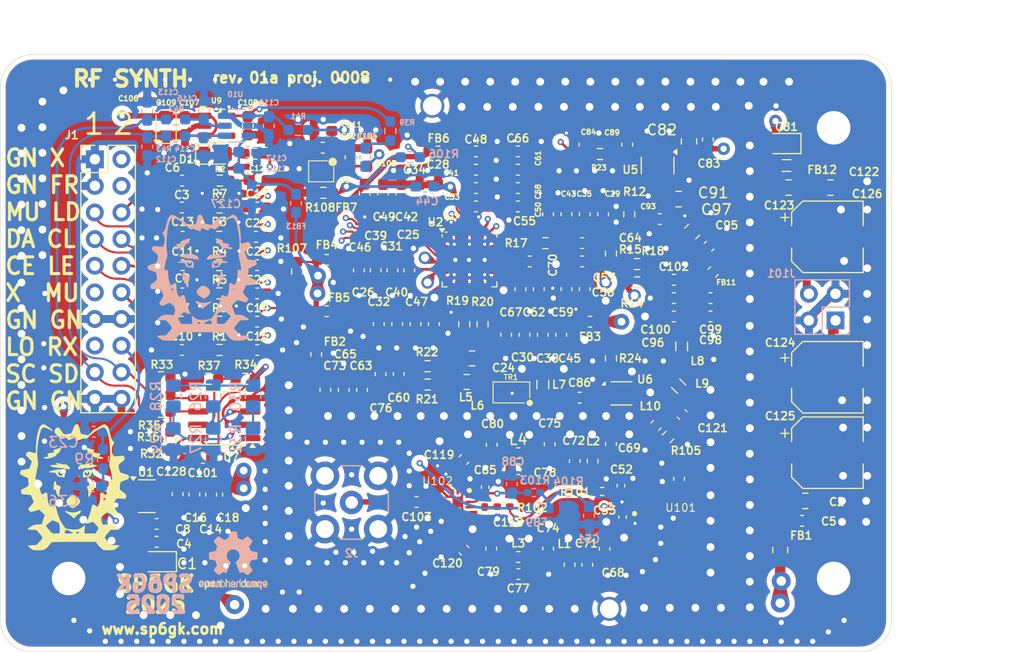
<source format=kicad_pcb>
(kicad_pcb (version 20240108) (generator "pcbnew") (generator_version "8.0")
  (layers (0 "F.Cu" signal) (1 "In1.Cu" signal) (2 "In2.Cu" signal) (31 "B.Cu" signal) (34 "B.Paste" user) (35 "F.Paste" user) (36 "B.SilkS" user "B.Silkscreen") (37 "F.SilkS" user "F.Silkscreen") (38 "B.Mask" user) (39 "F.Mask" user) (44 "Edge.Cuts" user))
  (net 0 "")
  (net 1 "/3V8")
  (net 2 "GND")
  (net 3 "Mute_RF")
  (net 4 "LD")
  (net 5 "CE")
  (net 6 "LE")
  (net 7 "MUX")
  (net 8 "DATA")
  (net 9 "Net-(U2-LD)")
  (net 10 "CLK")
  (net 11 "3V3_ADF")
  (net 12 "Net-(U2-MUXOUT)")
  (net 13 "Net-(U2-PDB_{RF})")
  (net 14 "Net-(U2-CE)")
  (net 15 "Net-(U2-LE)")
  (net 16 "Net-(U2-DATA)")
  (net 17 "Net-(U2-CLK)")
  (net 18 "Net-(U2-V_{p})")
  (net 19 "Net-(U2-AV_{DD})")
  (net 20 "Net-(U2-DV_{DD})")
  (net 21 "Net-(U2-SDV_{DD})")
  (net 22 "Net-(U2-V_{COM})")
  (net 23 "Net-(C24-Pad2)")
  (net 24 "Net-(U2-REF_{IN})")
  (net 25 "Net-(C36-Pad2)")
  (net 26 "Net-(U101-Vcc)")
  (net 27 "Net-(U101-Vctl)")
  (net 28 "Net-(U2-V_{REF})")
  (net 29 "Net-(U2-TEMP)")
  (net 30 "Net-(U2-CP_{OUT})")
  (net 31 "Net-(U101-RF1)")
  (net 32 "Net-(U101-RF2)")
  (net 33 "Net-(U2-V_{TUNE})")
  (net 34 "Net-(C60-Pad2)")
  (net 35 "Net-(C64-Pad1)")
  (net 36 "Net-(C71-Pad1)")
  (net 37 "Net-(C72-Pad1)")
  (net 38 "Net-(C120-Pad1)")
  (net 39 "LO_Buff_EN")
  (net 40 "Net-(C119-Pad1)")
  (net 41 "Net-(U6-IN)")
  (net 42 "/5V6")
  (net 43 "Net-(U6-OUT)")
  (net 44 "Net-(U5-EN)")
  (net 45 "Net-(U101-RFC)")
  (net 46 "~{RX_{EN}}")
  (net 47 "Net-(D1-A)")
  (net 48 "Net-(C86-Pad1)")
  (net 49 "I2C_SDA")
  (net 50 "I2C_SCL")
  (net 51 "Net-(L5-Pad1)")
  (net 52 "Net-(L5-Pad2)")
  (net 53 "Net-(L6-Pad2)")
  (net 54 "Net-(L6-Pad1)")
  (net 55 "Net-(L8-Pad1)")
  (net 56 "Net-(U5-VOUT)")
  (net 57 "Net-(U2-R_{SET})")
  (net 58 "Net-(U2-SW)")
  (net 59 "Net-(R14-Pad2)")
  (net 60 "Net-(U2-RF_{OUT}A+)")
  (net 61 "Net-(U2-RF_{OUT}A-)")
  (net 62 "Net-(U6-EN)")
  (net 63 "Net-(U7-A2)")
  (net 64 "Net-(U7-A1)")
  (net 65 "Net-(U7-A0)")
  (net 66 "Net-(U7-WP)")
  (net 70 "Net-(U102-RFC)")
  (net 71 "Net-(C100-Pad2)")
  (net 72 "Fref_IN")
  (net 73 "Net-(J2-In)")
  (net 74 "Net-(U7-SCL)")
  (net 75 "Net-(U7-SDA)")
  (net 76 "Net-(U102-Vctl)")
  (net 78 "unconnected-(J1-Pin_2-Pad2)")
  (net 79 "V_VCTCXO")
  (net 80 "Net-(U8-VDD)")
  (net 81 "Net-(U10-VOUT)")
  (net 82 "Net-(U10-SDA)")
  (net 83 "Net-(U10-SCL)")
  (net 84 "Net-(U10-VDD)")
  (net 85 "Net-(FB10-Pad1)")
  (net 87 "VCTCXO_Out")
  (net 88 "3V3_VCTCXO")
  (net 89 "Net-(U102-RF2)")
  (net 90 "Net-(U102-RF1)")
  (net 91 "/3V3_LS")
  (net 92 "Net-(C121-Pad2)")
  (net 93 "/3V3_ATT")
  (net 95 "Net-(J101-Pin_1)")
  (net 96 "Net-(J101-Pin_4)")
  (footprint "Capacitor_SMD:C_0603_1608Metric_Pad1.08x0.95mm_HandSolder" (layer "F.Cu") (at 98.8 53.6 90)
    (property "Reference" "C39")
    (property "Value" "1n")
  )
  (footprint "Capacitor_SMD:C_0603_1608Metric_Pad1.08x0.95mm_HandSolder" (layer "F.Cu") (at 99.1 58.7375 90)
    (property "Reference" "C26")
    (property "Value" "1u")
  )
  (footprint "Capacitor_SMD:C_0603_1608Metric_Pad1.08x0.95mm_HandSolder" (layer "F.Cu") (at 83.1 75 90)
    (property "Reference" "C14")
    (property "Value" "1u")
  )
  (footprint "Resistor_SMD:R_0603_1608Metric_Pad0.98x0.95mm_HandSolder" (layer "F.Cu") (at 123.75 53)
    (property "Reference" "R18")
    (property "Value" "0/DNP")
  )
  (footprint "Capacitor_SMD:C_0603_1608Metric_Pad1.08x0.95mm_HandSolder" (layer "F.Cu") (at 130.75 58 180)
    (property "Reference" "C98")
    (property "Value" "1n")
  )
  (footprint "Capacitor_SMD:C_0603_1608Metric_Pad1.08x0.95mm_HandSolder" (layer "F.Cu") (at 112.3625 45.75)
    (property "Reference" "C58")
    (property "Value" "1n")
  )
  (footprint "Resistor_SMD:R_0603_1608Metric_Pad0.98x0.95mm_HandSolder" (layer "F.Cu") (at 103.75 64.5)
    (property "Reference" "R21")
    (property "Value" "25")
  )
  (footprint "Capacitor_SMD:C_0402_1005Metric_Pad0.74x0.62mm_HandSolder" (layer "F.Cu") (at 109.25 74.3 -90)
    (property "Reference" "C85")
    (property "Value" "10n")
  )
  (footprint "Capacitor_SMD:C_0603_1608Metric_Pad1.08x0.95mm_HandSolder" (layer "F.Cu") (at 98 42.8 -90)
    (property "Reference" "C105")
    (property "Value" "100n")
  )
  (footprint "Capacitor_SMD:C_0603_1608Metric" (layer "F.Cu") (at 121.25 70.175 -90)
    (property "Reference" "C69")
    (property "Value" "3.3p")
  )
  (footprint "Capacitor_SMD:C_0603_1608Metric_Pad1.08x0.95mm_HandSolder" (layer "F.Cu") (at 130.5 41.1 -90)
    (property "Reference" "C83")
    (property "Value" "100n")
  )
  (footprint "Capacitor_SMD:C_0402_1005Metric_Pad0.74x0.62mm_HandSolder" (layer "F.Cu") (at 122.2 74.15 -90)
    (property "Reference" "C52")
    (property "Value" "1n")
  )
  (footprint "Capacitor_SMD:C_0603_1608Metric_Pad1.08x0.95mm_HandSolder" (layer "F.Cu") (at 112.3625 44)
    (property "Reference" "C61")
    (property "Value" "10n")
  )
  (footprint "Capacitor_SMD:C_0603_1608Metric_Pad1.08x0.95mm_HandSolder" (layer "F.Cu") (at 97.2 53.6 90)
    (property "Reference" "C46")
    (property "Value" "100p")
  )
  (footprint "Capacitor_SMD:C_0603_1608Metric_Pad1.08x0.95mm_HandSolder" (layer "F.Cu") (at 101 63.5 -90)
    (property "Reference" "C60")
    (property "Value" "1u")
  )
  (footprint "Inductor_SMD:L_0805_2012Metric_Pad1.05x1.20mm_HandSolder" (layer "F.Cu") (at 114.75 64.5 -90)
    (property "Reference" "L7")
    (property "Value" "27n")
  )
  (footprint "Capacitor_SMD:C_0603_1608Metric_Pad1.08x0.95mm_HandSolder" (layer "F.Cu") (at 130.6 51.3 -135)
    (property "Reference" "C95")
    (property "Value" "100n")
  )
  (footprint "Diode_SMD:D_0805_2012Metric_Pad1.15x1.40mm_HandSolder" (layer "F.Cu") (at 83.475 42.5)
    (property "Reference" "D1")
    (property "Value" "Green")
  )
  (footprint "Resistor_SMD:R_0603_1608Metric_Pad0.98x0.95mm_HandSolder" (layer "F.Cu") (at 79.2 69.9 90)
    (property "Reference" "R32")
    (property "Value" "3.3k")
  )
  (footprint "Inductor_SMD:L_0603_1608Metric_Pad1.05x0.95mm_HandSolder" (layer "F.Cu") (at 97.75 46.25 -90)
    (property "Reference" "FB7")
    (property "Value" "BLM18AG102SN1D")
  )
  (footprint "Resistor_SMD:R_0603_1608Metric_Pad0.98x0.95mm_HandSolder" (layer "F.Cu") (at 115 51 180)
    (property "Reference" "R17")
    (property "Value" "680")
  )
  (footprint "Resistor_SMD:R_0603_1608Metric_Pad0.98x0.95mm_HandSolder" (layer "F.Cu") (at 107.25 58.75 -90)
    (property "Reference" "R19")
    (property "Value" "0")
  )
  (footprint "Capacitor_SMD:C_0603_1608Metric" (layer "F.Cu") (at 119 81.7 90)
    (property "Reference" "C71")
    (property "Value" "1p")
  )
  (footprint "Resistor_SMD:R_0603_1608Metric_Pad0.98x0.95mm_HandSolder" (layer "F.Cu") (at 83.8875 58.5)
    (property "Reference" "R6")
    (property "Value" "1k/DNC")
  )
  (footprint "Capacitor_SMD:C_0603_1608Metric" (layer "F.Cu") (at 115.4 70.2 -90)
    (property "Reference" "C75")
    (property "Value" "6.2p")
  )
  (footprint "Capacitor_SMD:C_0603_1608Metric_Pad1.08x0.95mm_HandSolder" (layer "F.Cu") (at 111.25 59.75 90)
    (property "Reference" "C24")
    (property "Value" "1u")
  )
  (footprint "Capacitor_SMD:CP_Elec_6.3x5.8" (layer "F.Cu") (at 141.9 71)
    (property "Reference" "C125")
    (property "Value" "100u")
  )
  (footprint "Resistor_SMD:R_0603_1608Metric_Pad0.98x0.95mm_HandSolder" (layer "F.Cu") (at 121.25 62 -90)
    (property "Reference" "R24")
    (property "Value" "2.2k")
  )
  (footprint "Resistor_SMD:R_0603_1608Metric_Pad0.98x0.95mm_HandSolder" (layer "F.Cu") (at 123 48.25 90)
    (property "Reference" "R12")
    (property "Value" "5.1k")
  )
  (footprint "Capacitor_SMD:C_0805_2012Metric_Pad1.18x1.45mm_HandSolder" (layer "F.Cu") (at 128.7 41.3 -90)
    (property "Reference" "C82")
    (property "Value" "1u")
  )
  (footprint "Inductor_SMD:L_0603_1608Metric" (layer "F.Cu") (at 117.3 81.7 -90)
    (property "Reference" "L1")
    (property "Value" "20n")
  )
  (footprint "Capacitor_SMD:C_0805_2012Metric_Pad1.18x1.45mm_HandSolder" (layer "F.Cu") (at 127.7 46.8 180)
    (property "Reference" "C91")
    (property "Value" "1u")
  )
  (footprint "Inductor_SMD:L_0805_2012Metric_Pad1.05x1.20mm_HandSolder" (layer "F.Cu") (at 128 60.85 90)
    (property "Reference" "L8")
    (property "Value" "1u")
  )
  (footprint "Capacitor_SMD:C_0603_1608Metric_Pad1.08x0.95mm_HandSolder" (layer "F.Cu") (at 117 55.3875 90)
    (property "Reference" "C59")
    (property "Value" "1n")
  )
  (footprint "Capacitor_SMD:C_0603_1608Metric_Pad1.08x0.95mm_HandSolder" (layer "F.Cu") (at 108.3625 45.75 180)
    (property "Reference" "C33")
    (property "Value" "100n")
  )
  (footprint "Capacitor_SMD:C_0603_1608Metric_Pad1.08x0.95mm_HandSolder" (layer "F.Cu") (at 80.3375 45.0375)
    (property "Reference" "C6")
    (property "Value" "100p")
  )
  (footprint "Capacitor_SMD:C_0603_1608Metric_Pad1.08x0.95mm_HandSolder" (layer "F.Cu") (at 93.75 40.3)
    (property "Reference" "C111")
    (property "Value" "100n")
  )
  (footprint "Capacitor_SMD:C_0603_1608Metric_Pad1.08x0.95mm_HandSolder" (layer "F.Cu") (at 108.3625 42.25 180)
    (property "Reference" "C48")
    (property "Value" "100p")
  )
  (footprint "Capacitor_SMD:C_0603_1608Metric_Pad1.08x0.95mm_HandSolder" (layer "F.Cu") (at 102.7 75.7 180)
    (property "Reference" "C103")
    (property "Value" "1n")
  )
  (footprint "Capacitor_SMD:C_0603_1608Metric_Pad1.08x0.95mm_HandSolder" (layer "F.Cu") (at 118.75 55.3875 90)
    (property "Reference" "C56")
    (property "Value" "100p")
  )
  (footprint "Capacitor_SMD:C_0805_2012Metric_Pad1.18x1.45mm_HandSolder" (layer "F.Cu") (at 138.2 45.7)
    (property "Reference" "C123")
    (property "Value" "100n")
  )
  (footprint "RF_baluns_custom_footprints:ATB2012" (layer "F.Cu") (at 111.75 65.25 180)
    (property "Reference" "TR1")
    (property "Value" "ATB2012")
  )
  (footprint "Capacitor_SMD:C_0603_1608Metric_Pad1.08x0.95mm_HandSolder" (layer "F.Cu") (at 80.3 47.6)
    (property "Reference" "C3")
    (property "Value" "100p")
  )
  (footprint "Capacitor_SMD:C_0603_1608Metric_Pad1.08x0.95mm_HandSolder" (layer "F.Cu") (at 118.5 52.75)
    (property "Reference" "C57")
    (property "Value" "2.7n")
  )
  (footprint "Capacitor_SMD:C_0603_1608Metric_Pad1.08x0.95mm_HandSolder" (layer "F.Cu") (at 79.9 74.9625 90)
    (property "Reference" "C128")
    (property "Value" "1u")
  )
  (footprint "Capacitor_SMD:C_0603_1608Metric_Pad1.08x0.95mm_HandSolder" (layer "F.Cu") (at 87.5 61.2 180)
    (property "Reference" "C15")
    (property "Value" "100p")
  )
  (footprint "Inductor_SMD:L_0603_1608Metric" (layer "F.Cu") (at 112.4 71.05 180)
    (property "Reference" "L4")
    (property "Value" "10n")
  )
  (footprint "Capacitor_SMD:C_0603_1608Metric_Pad1.08x0.95mm_HandSolder" (layer "F.Cu") (at 112.3625 47.5)
    (property "Reference" "C55")
    (property "Value" "100p")
  )
  (footprint "Capacitor_SMD:C_0603_1608Metric" (layer "F.Cu") (at 117.8 71.8 90)
    (property "Reference" "C72")
    (property "Value" "1p")
  )
  (footprint "LED_SMD:LED_0805_2012Metric" (layer "F.Cu") (at 78.1 81.4 180)
    (property "Reference" "C1")
    (property "Value" "10u")
  )
  (footprint "Resistor_SMD:R_0603_1608Metric_Pad0.98x0.95mm_HandSolder" (layer "F.Cu") (at 126.7 69.5 -135)
    (property "Reference" "R105")
    (property "Value" "1k")
  )
  (footprint "Resistor_SMD:R_0603_1608Metric_Pad0.98x0.95mm_HandSolder" (layer "F.Cu") (at 83.925 45.0375)
    (property "Reference" "R2")
    (property "Value" "1k")
  )
  (footprint "Resistor_SMD:R_0603_1608Metric_Pad0.98x0.95mm_HandSolder" (layer "F.Cu") (at 103.75 62.75)
    (property "Reference" "R22")
    (property "Value" "25")
  )
  (footprint "Inductor_SMD:L_0603_1608Metric_Pad1.05x0.95mm_HandSolder" (layer "F.Cu") (at 131 53.75 45)
    (property "Reference" "FB11")
    (property "Value" "BLM18AG102SN1D")
  )
  (footprint "Package_TO_SOT_SMD:SOT-23-5" (layer "F.Cu") (at 83.6 39.8)
    (property "Reference" "U9")
    (property "Value" "NCP163ASN330T1G")
  )
  (footprint "Capacitor_SMD:C_0603_1608Metric_Pad1.08x0.95mm_HandSolder" (layer "F.Cu") (at 87.475 53.1 180)
    (property "Reference" "C21")
    (property "Value" "100p")
  )
  (footprint "Capacitor_SMD:C_0603_1608Metric_Pad1.08x0.95mm_HandSolder" (layer "F.Cu") (at 104.75 46.25 -90)
    (property "Reference" "C28")
    (property "Value" "1u")
  )
  (footprint "Capacitor_SMD:C_0603_1608Metric_Pad1.08x0.95mm_HandSolder" (layer "F.Cu") (at 99.26 63.5 -90)
    (property "Reference" "C76")
    (property "Value" "100p")
  )
  (footprint "Capacitor_SMD:C_0603_1608Metric_Pad1.08x0.95mm_HandSolder" (layer "F.Cu") (at 113 59.75 90)
    (property "Reference" "C30")
    (property "Value" "100n")
  )
  (footprint "Capacitor_SMD:C_0805_2012Metric_Pad1.18x1.45mm_HandSolder" (layer "F.Cu") (at 129 49.9 -135)
    (property "Reference" "C97")
    (property "Value" "1u")
  )
  (footprint "Capacitor_SMD:C_0603_1608Metric_Pad1.08x0.95mm_HandSolder" (layer "F.Cu") (at 118.5 51 180)
    (property "Reference" "C64")
    (property "Value" "39n")
  )
  (footprint "Capacitor_SMD:C_0603_1608Metric_Pad1.08x0.95mm_HandSolder" (layer "F.Cu") (at 120.5 48.25 -90)
    (property "Reference" "C29")
    (property "Value" "100n")
  )
  (footprint "Capacitor_SMD:C_0603_1608Metric_Pad1.08x0.95mm_HandSolder" (layer "F.Cu") (at 104.35 58.7375 90)
    (property "Reference" "C47")
    (property "Value" "100p")
  )
  (footprint "Capacitor_SMD:C_0603_1608Metric_Pad1.08x0.95mm_HandSolder" (layer "F.Cu") (at 112.3625 42.25)
    (property "Reference" "C66")
    (property "Value" "100n")
  )
  (footprint "Resistor_SMD:R_0603_1608Metric_Pad0.98x0.95mm_HandSolder" (layer "F.Cu") (at 123.75 54.75)
    (property "Reference" "R14")
    (property "Value" "0/DNP")
  )
  (footprint "Capacitor_SMD:C_0603_1608Metric_Pad1.08x0.95mm_HandSolder" (layer "F.Cu") (at 127.25 54.5)
    (property "Reference" "C102")
    (property "Value" "1u")
  )
  (footprint "Capacitor_SMD:C_0402_1005Metric_Pad0.74x0.62mm_HandSolder" (layer "F.Cu") (at 109.2 76.75 90)
    (property "Reference" "C118")
    (property "Value" "1n")
  )
  (footprint "Resistor_SMD:R_0603_1608Metric_Pad0.98x0.95mm_HandSolder" (layer "F.Cu") (at 82.85 63.95 180)
    (property "Reference" "R37")
    (property "Value" "0")
  )
  (footprint "Inductor_SMD:L_0603_1608Metric_Pad1.05x0.95mm_HandSolder" (layer "F.Cu") (at 94.125 52.6)
    (property "Reference" "FB4")
    (property "Value" "BLM18AG102SN1D")
  )
  (footprint "Capacitor_SMD:C_0603_1608Metric_Pad1.08x0.95mm_HandSolder" (layer "F.Cu") (at 102.6 58.7375 90)
    (property "Reference" "C40")
    (property "Value" "1n")
  )
  (footprint "Capacitor_SMD:C_0603_1608Metric_Pad1.08x0.95mm_HandSolder" (layer "F.Cu") (at 108.3625 47.5 180)
    (property "Reference" "C27")
    (property "Value" "1u")
  )
  (footprint "Capacitor_SMD:C_0603_1608Metric_Pad1.08x0.95mm_HandSolder" (layer "F.Cu") (at 80.2875 58.5)
    (property "Reference" "C7")
    (property "Value" "100p")
  )
  (footprint "Capacitor_SMD:C_0603_1608Metric_Pad1.08x0.95mm_HandSolder" (layer "F.Cu") (at 77 38.3375 -90)
    (property "Reference" "C106")
    (property "Value" "1u")
  )
  (footprint "Inductor_SMD:L_0603_1608Metric_Pad1.05x0.95mm_HandSolder" (layer "F.Cu") (at 93.125 61.625 -90)
    (property "Reference" "FB2")
    (property "Value" "BLM18AG102SN1D")
  )
  (footprint "Capacitor_SMD:C_0603_1608Metric_Pad1.08x0.95mm_HandSolder" (layer "F.Cu") (at 125.9 48.7)
    (property "Reference" "C93")
    (property "Value" "100n")
  )
  (footprint "Resistor_SMD:R_0603_1608Metric_Pad0.98x0.95mm_HandSolder" (layer "F.Cu") (at 121.25 52 -90)
    (property "Reference" "R15")
    (property "Value" "360")
  )
  (footprint "Capacitor_SMD:C_0603_1608Metric_Pad1.08x0.95mm_HandSolder" (layer "F.Cu") (at 99.5 46.25 -90)
    (property "Reference" "C49")
    (property "Value" "100p")
  )
  (footprint "Resistor_SMD:R_0603_1608Metric_Pad0.98x0.95mm_HandSolder" (layer "F.Cu") (at 109 58.75 -90)
    (property "Reference" "R20")
    (property "Value" "0")
  )
  (footprint "Capacitor_SMD:C_0805_2012Metric_Pad1.18x1.45mm_HandSolder" (layer "F.Cu") (at 142.2 45.7 180)
    (property "Reference" "C122")
    (property "Value" "1u")
  )
  (footprint "Capacitor_SMD:C_0603_1608Metric_Pad1.08x0.95mm_HandSolder" (layer "F.Cu") (at 93.75 41.9)
    (property "Reference" "C92")
    (property "Value" "1u")
  )
  (footprint "Capacitor_SMD:C_0603_1608Metric_Pad1.08x0.95mm_HandSolder" (layer "F.Cu") (at 127.25 56.25)
    (property "Reference" "C100")
    (property "Value" "100n")
  )
  (footprint "Capacitor_SMD:C_0603_1608Metric" (layer "F.Cu") (at 115.25 80.15 -90)
    (property "Reference" "C74")
    (property "Value" "11p")
  )
  (footprint "Capacitor_SMD:C_0603_1608Metric_Pad1.08x0.95mm_HandSolder" (layer "F.Cu") (at 94 65 90)
    (property "Reference" "C73")
    (property "Value" "1n")
  )
  (footprint "Capacitor_SMD:C_0603_1608Metric_Pad1.08x0.95mm_HandSolder" (layer "F.Cu") (at 80.375 53.1)
    (property "Reference" "C11")
    (property "Value" "100p")
  )
  (footprint "Capacitor_SMD:C_0603_1608Metric_Pad1.08x0.95mm_HandSolder" (layer "F.Cu") (at 77.9 77.8 180)
    (property "Reference" "C8")
    (property "Value" "100n")
  )
  (footprint "Resistor_SMD:R_0603_1608Metric_Pad0.98x0.95mm_HandSolder" (layer "F.Cu") (at 83.8875 55.8)
    (property "Reference" "R5")
    (property "Value" "1k")
  )
  (footprint "Symbol:OSHW-Logo2_7.3x6mm_SilkScreen" (layer "F.Cu") (at 85.2 81.3)
    (property "Reference" "REF**" (hide yes))
    (property "Value" "OSHW-Logo2_7.3x6mm_SilkScreen" (hide yes))
  )
  (footprint "Capacitor_SMD:C_0603_1608Metric_Pad1.08x0.95mm_HandSolder" (layer "F.Cu") (at 117.7 41.6 -90)
    (property "Reference" "C84")
    (property "Value" "100p")
  )
  (footprint "Capacitor_SMD:C_0603_1608Metric_Pad1.08x0.95mm_HandSolder" (layer "F.Cu") (at 117 48.25 -90)
    (property "Reference" "C43")
    (property "Value" "1n")
  )
  (footprint "Capacitor_SMD:C_0603_1608Metric_Pad1.08x0.95mm_HandSolder" (layer "F.Cu") (at 84.7 75 90)
    (property "Reference" "C18")
    (property "Value" "100n")
  )
  (footprint "Capacitor_SMD:C_0603_1608Metric" (layer "F.Cu") (at 120.6375 80.175 -90)
    (property "Reference" "C68")
    (property "Value" "6.8p")
  )
  (footprint "Capacitor_SMD:C_0603_1608Metric_Pad1.08x0.95mm_HandSolder" (layer "F.Cu") (at 80.3 61.2)
    (property "Reference" "C10")
    (property "Value" "100p")
  )
  (footprint "Package_DFN_QFN:DFN-6-1EP_2x2mm_P0.5mm_EP0.6x1.37mm" (layer "F.Cu") (at 122.25 65.34)
    (property "Reference" "U6")
    (property "Value" "GRF2105")
  )
  (footprint "Capacitor_SMD:C_0603_1608Metric_Pad1.08x0.95mm_HandSolder" (layer "F.Cu") (at 139.5 77.5 180)
    (property "Reference" "C5")
    (property "Value" "100n")
  )
  (footprint "Resistor_SMD:R_0603_1608Metric_Pad0.98x0.95mm_HandSolder" (layer "F.Cu") (at 86.35 63.95 180)
    (property "Reference" "R34")
    (property "Value" "DNP")
  )
  (footprint "Capacitor_SMD:C_0603_1608Metric" (layer "F.Cu") (at 112.4125 72.575)
    (property "Reference" "C78")
    (property "Value" "1.2p")
  )
  (footprint "Resistor_SMD:R_0603_1608Metric_Pad0.98x0.95mm_HandSolder" (layer "F.Cu") (at 87.195 42.465 180)
    (property "Reference" "R16" (hide yes))
    (property "Value" "Rx")
  )
  (footprint "Capacitor_SMD:C_0603_1608Metric" (layer "F.Cu") (at 112.425 82.575)
    (property "Reference" "C77")
    (property "Value" "2p")
  )
  (footprint "Capacitor_SMD:C_0603_1608Metric_Pad1.08x0.95mm_HandSolder" (layer "F.Cu") (at 115.25 48.25 -90)
    (property "Reference" "C50")
    (property "Value" "100p")
  )
  (footprint "Resistor_SMD:R_0603_1608Metric_Pad0.98x0.95mm_HandSolder" (layer "F.Cu") (at 120.2 42.5)
    (property "Reference" "R23")
    (property "Value" "1k")
  )
  (footprint "Resistor_SMD:R_0603_1608Metric_Pad0.98x0.95mm_HandSolder" (layer "F.Cu") (at 78.3125 67.1 180)
    (property "Reference" "R36")
    (property "Value" "100")
  )
  (footprint "Capacitor_SMD:C_0603_1608Metric_Pad1.08x0.95mm_HandSolder" (layer "F.Cu") (at 128.05 67.35 135)
    (property "Reference" "C121")
    (property "Value" "1n")
  )
  (footprint "Capacitor_SMD:C_0603_1608Metric_Pad1.08x0.95mm_HandSolder" (layer "F.Cu") (at 102 53.6 90)
    (property "Reference" "C25")
    (property "Value" "1u")
  )
  (footprint "Resistor_SMD:R_0402_1005Metric_Pad0.72x0.64mm_HandSolder" (layer "F.Cu") (at 120.4025 74.7)
    (property "Reference" "R101")
    (property "Value" "1k")
  )
  (footprint "Inductor_SMD:L_0805_2012Metric_Pad1.15x1.40mm_HandSolder" (layer "F.Cu") (at 107.475 64.25)
    (property "Reference" "L5")
    (property "Value" "100n")
  )
  (footprint "Capacitor_SMD:C_0603_1608Metric_Pad1.08x0.95mm_HandSolder" (layer "F.Cu") (at 118.75 48.25 -90)
    (property "Reference" "C35")
    (property "Value" "10n")
  )
  (footprint "Capacitor_SMD:C_0603_1608Metric_Pad1.08x0.95mm_HandSolder" (layer "F.Cu") (at 95.75 65 90)
    (property "Reference" "C65")
    (property "Value" "10n")
  )
  (footprint "Capacitor_SMD:C_0603_1608Metric_Pad1.08x0.95mm_HandSolder" (layer "F.Cu") (at 107.225 80.3 135)
    (property "Reference" "C120")
    (property "Value" "1n")
  )
  (footprint "Inductor_SMD:L_0603_1608Metric_Pad1.05x0.95mm_HandSolder" (layer "F.Cu") (at 125.55 68.4 45)
    (property "Reference" "L10")
    (property "Value" "100n")
  )
  (footprint "Custom_RF_Shielding_footprints:MS4830-10" (layer "F.Cu") (at 112.65 61.9 -90)
    (property "Reference" "J3" (hide yes))
    (property "Value" "RFShield_TwoPieces" (hide yes))
  )
  (footprint "Capacitor_SMD:C_0603_1608Metric_Pad1.08x0.95mm_HandSolder" (layer "F.Cu") (at 127.25 58)
    (property "Reference" "C96")
    (property "Value" "100p")
  )
  (footprint "Resistor_SMD:R_0603_1608Metric_Pad0.98x0.95mm_HandSolder" (layer "F.Cu") (at 83.9 61.2)
    (property "Reference" "R1")
    (property "Value" "1k")
  )
  (footprint "Capacitor_SMD:C_0805_2012Metric_Pad1.18x1.45mm_HandSolder" (layer "F.Cu") (at 139.8 75.6 180)
    (property "Reference" "C2")
    (property "Value" "1u")
  )
  (footprint "Capacitor_SMD:C_0603_1608Metric" (layer "F.Cu") (at 109.875 70.25 -90)
    (property "Reference" "C80")
    (property "Value" "3.3p")
  )
  (footprint "Capacitor_SMD:C_0603_1608Metric_Pad1.08x0.95mm_HandSolder" (layer "F.Cu") (at 81.5 75 90)
    (property "Reference" "C16")
    (property "Value" "1u")
  )
  (footprint "Resistor_SMD:R_0402_1005Metric_Pad0.72x0.64mm_HandSolder" (layer "F.Cu") (at 111 76.15 180)
    (property "Reference" "R102")
    (property "Value" "1k")
  )
  (footprint "Capacitor_SMD:C_0603_1608Metric_Pad1.08x0.95mm_HandSolder" (layer "F.Cu") (at 130.75 56.25 180)
    (property "Reference" "C99")
    (property "Value" "10n")
  )
  (footprint "RF_Switches_footprints:F2976" (layer "F.Cu") (at 106.6375 75.7 -90)
    (property "Reference" "U102")
    (property "Value" "F2976")
  )
  (footprint "Capacitor_SMD:C_0603_1608Metric_Pad1.08x0.95mm_HandSolder" (layer "F.Cu") (at 116.5 59.75 90)
    (property "Reference" "C45")
    (property "Value" "100p")
  )
  (footprint "Package_TO_SOT_SMD:SOT-23-5" (layer "F.Cu") (at 125.7 43.6 -90)
    (property "Reference" "U5")
    (property "Value" "NCP163ASN500T1G")
  )
  (footprint "Resistor_SMD:R_0603_1608Metric_Pad0.98x0.95mm_HandSolder" (layer "F.Cu") (at 83.875 50.4)
    (property "Reference" "R3")
    (property "Value" "1k")
  )
  (footprint "Capacitor_SMD:C_0603_1608Metric_Pad1.08x0.95mm_HandSolder" (layer "F.Cu") (at 87.375 50.4 180)
    (property "Reference" "C22")
    (property "Value" "100p")
  )
  (footprint "RF_Switches_footprints:F2976" (layer "F.Cu") (at 124.6 75.7125 90)
    (property "Reference" "U101")
    (property "Value" "F2976")
  )
  (footprint "Capacitor_SMD:C_0603_1608Metric_Pad1.08x0.95mm_HandSolder" (layer "F.Cu") (at 122.8 41.6 -90)
    (property "Reference" "C89")
    (property "Value" "100p")
  )
  (footprint "Resistor_SMD:R_0603_1608Metric_Pad0.98x0.95mm_HandSolder" (layer "F.Cu") (at 78.3 63.8)
    (property "Reference" "R33")
    (property "Value" "3.3k")
  )
  (footprint "Capacitor_SMD:C_0603_1608Metric_Pad1.08x0.95mm_HandSolder" (layer "F.Cu") (at 87.5875 44.9875 180)
    (property "Reference" "C12")
    (property "Value" "100p")
  )
  (footprint "Capacitor_SMD:CP_Elec_6.3x5.8" (layer "F.Cu") (at 141.9 50.4)
    (property "Reference" "C126")
    (property "Value" "100u")
  )
  (footprint "Inductor_SMD:L_0603_1608Metric_Pad1.05x0.95mm_HandSolder" (layer "F.Cu") (at 119.25 58.5 180)
    (property "Reference" "FB3")
    (property "Value" "BLM18AG102SN1D")
  )
  (footprint "Inductor_SMD:L_0805_2012Metric_Pad1.05x1.20mm_HandSolder" (layer "F.Cu") (at 127.7 64.65 135)
    (property "Reference" "L9")
    (property "Value" "100n")
  )
  (footprint "Capacitor_SMD:C_0603_1608Metric_Pad1.08x0.95mm_HandSolder" (layer "F.Cu") (at 80.35 55.8)
    (property "Reference" "C9")
    (property "Value" "100p")
  )
  (footprint "Resistor_SMD:R_0603_1608Metric_Pad0.98x0.95mm_HandSolder" (layer "F.Cu") (at 78.3 65.5 180)
    (property "Reference" "R35")
    (property "Value" "100")
  )
  (footprint "Inductor_SMD:L_0805_2012Metric_Pad1.15x1.40mm_HandSolder" (layer "F.Cu") (at 137.4 80.3 90)
    (property "Reference" "FB1")
    (property "Value" "BLM18AG102SN1D")
  )
  (footprint "LED_SMD:LED_0805_2012Metric" (layer "F.Cu") (at 78.8 39.8 90)
    (property "Reference" "C109")
    (property "Value" "10u")
  )
  (footprint "Capacitor_SMD:C_0603_1608Metric_Pad1.08x0.95mm_HandSolder" (layer "F.Cu") (at 127.75 73.5 -90)
    (property "Reference" "C94" (hide yes))
    (property "Value" "1n")
  )
  (footprint "Inductor_SMD:L_0603_1608Metric_Pad1.05x0.95mm_HandSolder" (layer "F.Cu") (at 94.125 57.5)
    (property "Reference" "FB5")
    (property "Value" "BLM18AG102SN1D")
  )
  (footprint "Inductor_SMD:L_0603_1608Metric" (layer "F.Cu") (at 112.4 80.95 180)
    (property "Reference" "L3")
    (property "Value" "16n")
  )
  (footprint "Capacitor_SMD:C_0603_1608Metric_Pad1.08x0.95mm_HandSolder" (layer "F.Cu") (at 82.3 71.5 180)
    (property "Reference" "C101")
    (property "Value" "100n")
  )
  (footprint "Capacitor_SMD:CP_Elec_6.3x5.8" (layer "F.Cu") (at 141.9 63.8)
    (property "Reference" "C124")
    (property "Value" "100u")
  )
  (footprint "Inductor_SMD:L_0805_2012Metric_Pad1.05x1.20mm_HandSolder" (layer "F.Cu") (at 138 43.6 180)
    (property "Reference" "FB12")
    (property "Value" "BLM18AG102SN1D")
  )
  (footprint "Capacitor_SMD:C_0603_1608Metric_Pad1.08x0.95mm_HandSolder" (layer "F.Cu") (at 86.6 39.8 90)
    (property "Reference" "C108")
    (property "Value" "1u")
  )
  (footprint "Capacitor_SMD:C_0603_1608Metric_Pad1.08x0.95mm_HandSolder" (layer "F.Cu") (at 107.225 71.65 -135)
    (property "Reference" "C119")
    (property "Value" "1n")
  )
  (footprint "Inductor_SMD:L_0603_1608Metric_Pad1.05x0.95mm_HandSolder" (layer "F.Cu") (at 104.75 42.25)
    (property "Reference" "FB6")
    (property "Value" "BLM18AG102SN1D")
  )
  (footprint "Capacitor_SMD:C_0603_1608Metric_Pad1.08x0.95mm_HandSolder" (layer "F.Cu") (at 87.4875 58.5 180)
    (property "Reference" "C19")
    (property "Value" "100p")
  )
  (footprint "Abracom_AVTX14:AbracomAVTX_14" (layer "F.Cu") (at 93.6 44.15 180)
    (property "Reference" "U8")
    (property "Value" "AVTX-14-E-48.000MHZ")
  )
  (footprint "Capacitor_SMD:C_0603_1608Metric_Pad1.08x0.95mm_HandSolder" (layer "F.Cu") (at 112.6125 55.3875 90)
    (property "Reference" "C67")
    (property "Value" "100n")
  )
  (footprint "Package_TO_SOT_SMD:SOT-23-5" (layer "F.Cu") (at 76.9625 75.15)
    (property "Reference" "U1")
    (property "Value" "NCP163ASN330T1G")
  )
  (footprint "Resistor_SMD:R_0603_1608Metric_Pad0.98x0.95mm_HandSolder" (layer "F.Cu") (at 83.875 53.1)
    (property "Reference" "R4")
    (property "Value" "1k")
  )
  (footprint "Capacitor_SMD:C_0603_1608Metric_Pad1.08x0.95mm_HandSolder" (layer "F.Cu") (at 77.9 79.5 180)
    (property "Reference" "C4")
    (property "Value" "1u")
  )
  (footprint "Resistor_SMD:R_0603_1608Metric_Pad0.98x0.95mm_HandSolder" (layer "F.Cu") (at 91.3 53.7125 90)
    (property "Reference" "R107")
    (property "Value" "DNC/1k")
  )
  (footprint "Capacitor_SMD:C_0603_1608Metric_Pad1.08x0.95mm_HandSolder" (layer "F.Cu") (at 80.375 50.4)
    (property "Reference" "C13")
    (property "Value" "100p")
  )
  (footprint "Package_CSP:LFCSP-32-1EP_5x5mm_P0.5mm_EP3.5x3.5mm_ThermalVias" (layer "F.Cu") (at 107.75 52.5625)
    (property "Reference" "U2")
    (property "Value" "ADF4351")
  )
  (footprint "Capacitor_SMD:C_0603_1608Metric_Pad1.08x0.95mm_HandSolder" (layer "F.Cu") (at 97.5 65 90)
    (property "Reference" "C63")
    (property "Value" "100n")
  )
  (footprint "Resistor_SMD:R_0603_1608Metric_Pad0.98x0.95mm_HandSolder" (layer "F.Cu") (at 83.9 47.6)
    (property "Reference" "R7")
    (property "Value" "1k")
  )
  (footprint "Package_SO:SOIC-8_3.9x4.9mm_P1.27mm" (layer "F.Cu") (at 84.35 67.7 180)
    (property "Reference" "U7")
    (property "Value" "24LC64")
  )
  (footprint "Capacitor_SMD:C_0603_1608Metric_Pad1.08x0.95mm_HandSolder" (layer "F.Cu") (at 101.25 46.25 -90)
    (property "Reference" "C42")
    (property "Value" "1n")
  )
  (footprint "Capacitor_SMD:C_0603_1608Metric_Pad1.08x0.95mm_HandSolder" (layer "F.Cu") (at 87.4875 55.8 180)
    (property "Reference" "C20")
    (property "Value" "100p")
  )
  (footprint "Capacitor_SMD:C_0603_1608Metric_Pad1.08x0.95mm_HandSolder" (layer "F.Cu") (at 100.4 53.6 90)
    (property "Reference" "C31")
    (property "Value" "100n")
  )
  (footprint "Capacitor_SMD:C_0603_1608Metric" (layer "F.Cu") (at 109.825 80.15 -90)
    (property "Reference" "C79")
    (property "Value" "5.6p")
  )
  (footprint "Capacitor_SMD:C_0402_1005Metric_Pad0.74x0.62mm_HandSolder" (layer "F.Cu") (at 122.35 77.15 90)
    (property "Reference" "C53")
    (property "Value" "10n")
  )
  (footprint "LED_SMD:LED_0805_2012Metric" (layer "F.Cu") (at 137.7 41.5 180)
    (property "Reference" "C81")
    (property "Value" "10u")
  )
  (footprint "Capacitor_SMD:C_0603_1608Metric_Pad1.08x0.95mm_HandSolder" (layer "F.Cu") (at 118.25 65.75)
    (property "Reference" "C86")
    (property "Value" "1n")
  )
  (footprint "Capacitor_SMD:C_0603_1608Metric_Pad1.08x0.95mm_HandSolder" (layer "F.Cu") (at 113.5 52.75 180)
    (property "Reference" "C70")
    (property "Value" "1.2n")
  )
  (footprint "Capacitor_SMD:C_0603_1608Metric_Pad1.08x0.95mm_HandSolder" (layer "F.Cu") (at 87.5 47.6 180)
    (property "Reference" "C17")
    (property "Value" "100p")
  )
  (footprint "Inductor_SMD:L_0603_1608Metric" (layer "F.Cu") (at 119.5 71.8 -90)
    (property "Reference" "L2")
    (property "Value" "12n")
  )
  (footprint "Capacitor_SMD:C_0603_1608Metric_Pad1.08x0.95mm_HandSolder" (layer "F.Cu") (at 114.3625 55.3875 90)
    (property "Reference" "C62")
    (property "Value" "10n")
  )
  (footprint "logo_small" (layer "F.Cu") (at 69.9 74.3)
    (property "Reference" "G***" (hide yes))
    (property "Value" "LOGO" (hide yes))
  )
  (footprint "Capacitor_SMD:C_0603_1608Metric_Pad1.08x0.95mm_HandSolder" (layer "F.Cu") (at 108.3625 44 180)
    (property "Reference" "C41")
    (property "Value" "1n")
  )
  (footprint "Capacitor_SMD:C_0603_1608Metric_Pad1.08x0.95mm_HandSolder" (layer "F.Cu") (at 96.4 42.8 -90)
    (property "Reference" "C104")
    (property "Value" "1u")
  )
  (footprint "Resistor_SMD:R_0603_1608Metric_Pad0.98x0.95mm_HandSolder" (layer "F.Cu") (at 93.8 46.2 180)
    (property "Reference" "R108")
    (property "Value" "100k")
  )
  (footprint "Inductor_SMD:L_0805_2012Metric_Pad1.15x1.40mm_HandSolder" (layer "F.Cu") (at 108 62)
    (property "Reference" "L6")
    (property "Value" "100n")
  )
  (footprint "Capacitor_SMD:C_0603_1608Metric_Pad1.08x0.95mm_HandSolder" (layer "F.Cu") (at 103 46.25 -90)
    (property "Reference" "C34")
    (property "Value" "100n")
  )
  (footprint "Capacitor_SMD:C_0603_1608Metric_Pad1.08x0.95mm_HandSolder" (layer "F.Cu") (at 114.75 59.75 90)
    (property "Reference" "C38")
    (property "Value" "1n")
  )
  (footprint "Capacitor_SMD:C_0603_1608Metric_Pad1.08x0.95mm_HandSolder" (layer "F.Cu") (at 100.85 58.7375 90)
    (property "Reference" "C32")
    (property "Value" "100n")
  )
  (footprint "Capacitor_SMD:C_0603_1608Metric_Pad1.08x0.95mm_HandSolder" (layer "F.Cu") (at 80.6 39.8 90)
    (property "Reference" "C107")
    (property "Value" "100n")
  )
  (footprint "Connector_PinHeader_2.54mm:PinHeader_2x10_P2.54mm_Vertical" (layer "F.Cu") (at 72 43)
    (property "Reference" "J1")
    (property "Value" "Conn_02x10_Odd_Even")
  )
  (footprint "Resistor_SMD:R_0805_2012Metric_Pad1.20x1.40mm_HandSolder" (layer "B.Cu") (at 87.1 69.6875 -90)
    (property "Reference" "R31")
    (property "Value" "0")
  )
  (footprint "Capacitor_SMD:C_0603_1608Metric_Pad1.08x0.95mm_HandSolder" (layer "B.Cu") (at 88.6 39.8 90)
    (property "Reference" "C110")
    (property "Value" "10n")
  )
  (footprint "Resistor_SMD:R_0603_1608Metric_Pad0.98x0.95mm_HandSolder" (layer "B.Cu") (at 91.4 40.2)
    (property "Reference" "R41")
    (property "Value" "1k")
  )
  (footprint "Resistor_SMD:R_0805_2012Metric_Pad1.20x1.40mm_HandSolder" (layer "B.Cu") (at 83.3 69.6875 -90)
    (property "Reference" "R27")
    (property "Value" "0")
  )
  (footprint "Resistor_SMD:R_0603_1608Metric_Pad0.98x0.95mm_HandSolder" (layer "B.Cu") (at 100.2 40.3 -90)
    (property "Reference" "R39")
    (property "Value" "100")
  )
  (footprint "logo_small" (layer "B.Cu") (at 82.4 54.3 180)
    (property "Reference" "G***" (hide yes))
    (property "Value" "LOGO" (hide yes))
  )
  (footprint "Capacitor_SMD:C_0603_1608Metric_Pad1.08x0.95mm_HandSolder" (layer "B.Cu") (at 71.8875 69)
    (property "Reference" "C23")
    (property "Value" "100p")
  )
  (footprint "Resistor_SMD:R_0603_1608Metric_Pad0.98x0.95mm_HandSolder" (layer "B.Cu") (at 72.7875 71.6 -90)
    (property "Reference" "R9")
    (property "Value" "1k")
  )
  (footprint "Resistor_SMD:R_0805_2012Metric_Pad1.20x1.40mm_HandSolder" (layer "B.Cu") (at 87.1 65.6 -90)
    (property "Reference" "R30")
    (property "Value" "DNP")
  )
  (footprint "Package_TO_SOT_SMD:SOT-23-6" (layer "B.Cu") (at 85.5375 39.8 180)
    (property "Reference" "U10")
    (property "Value" "MCP4725A0T")
  )
  (footprint "Capacitor_SMD:C_0603_1608Metric_Pad1.08x0.95mm_HandSolder" (layer "B.Cu") (at 119.15 77 90)
    (property "Reference" "C51")
    (property "Value" "1u")
  )
  (footprint "Capacitor_SMD:C_0603_1608Metric_Pad1.08x0.95mm_HandSolder" (layer "B.Cu") (at 111.8 74 -90)
    (property "Reference" "C88")
    (property "Value" "1u")
  )
  (footprint "Capacitor_SMD:C_0603_1608Metric_Pad1.08x0.95mm_HandSolder" (layer "B.Cu") (at 86.6 43.9 180)
    (property "Reference" "C116")
    (property "Value" "1u")
  )
  (footprint "Capacitor_SMD:C_0603_1608Metric_Pad1.08x0.95mm_HandSolder" (layer "B.Cu") (at 82.4 41.8 90)
    (property "Reference" "C114")
    (property "Value" "100p")
  )
  (footprint "Capacitor_SMD:C_0603_1608Metric_Pad1.08x0.95mm_HandSolder" (layer "B.Cu") (at 87 46.4 90)
    (property "Reference" "C127")
    (property "Value" "1u")
  )
  (footprint "Capacitor_SMD:C_0603_1608Metric_Pad1.08x0.95mm_HandSolder" (layer "B.Cu") (at 71.7875 74.2)
    (property "Reference" "C36")
    (property "Value" "100p")
  )
  (footprint "Resistor_SMD:R_0805_2012Metric_Pad1.20x1.40mm_HandSolder" (layer "B.Cu") (at 79.5 65.6 -90)
    (property "Reference" "R28")
    (property "Value" "DNP")
  )
  (footprint "Resistor_SMD:R_0603_1608Metric_Pad0.98x0.95mm_HandSolder" (layer "B.Cu") (at 102.1 42.8 180)
    (property "Reference" "R106")
    (property "Value" "DNP/0")
  )
  (footprint "Resistor_SMD:R_0805_2012Metric_Pad1.20x1.40mm_HandSolder" (layer "B.Cu") (at 79.5 69.6875 -90)
    (property "Reference" "R29")
    (property "Value" "0")
  )
  (footprint "Connector_PinHeader_2.54mm:PinHeader_2x02_P2.54mm_Vertical" (layer "B.Cu") (at 142.675 58.375 90)
    (property "Reference" "J101")
    (property "Value" "Conn_02x02_Counter_Clockwise")
  )
  (footprint "Inductor_SMD:L_0603_1608Metric_Pad1.05x0.95mm_HandSolder" (layer "B.Cu") (at 91.2 47.2 -90)
    (property "Reference" "FB13")
    (property "Value" "BLM18AG102SN1D")
  )
  (footprint "Resistor_SMD:R_0603_1608Metric_Pad0.98x0.95mm_HandSolder" (layer "B.Cu") (at 79.7125 40.8)
    (property "Reference" "R43")
    (property "Value" "1k")
  )
  (footprint "Capacitor_SMD:C_0603_1608Metric_Pad1.08x0.95mm_HandSolder" (layer "B.Cu") (at 77 38.4 -90)
    (property "Reference" "C113")
    (property "Value" "100p")
  )
  (footprint "Resistor_SMD:R_0805_2012Metric_Pad1.20x1.40mm_HandSolder" (layer "B.Cu") (at 83.3 65.6 -90)
    (property "Reference" "R26")
    (property "Value" "DNP")
  )
  (footprint "Inductor_SMD:L_0603_1608Metric_Pad1.05x0.95mm_HandSolder" (layer "B.Cu") (at 97.8 42.8 -90)
    (property "Reference" "FB10")
    (property "Value" "BLM18AG102SN1D")
  )
  (footprint "Connector_Coaxial:SMB_Jack_Vertical" (layer "B.Cu") (at 96.5 75.75)
    (property "Reference" "J2")
    (property "Value" "SMB")
  )
  (footprint "Resistor_SMD:R_0603_1608Metric_Pad0.98x0.95mm_HandSolder" (layer "B.Cu") (at 79.7125 39.2)
    (property "Reference" "R42")
    (property "Value" "1k")
  )
  (footprint "Capacitor_SMD:C_0603_1608Metric_Pad1.08x0.95mm_HandSolder" (layer "B.Cu") (at 86.6 42.3 180)
    (property "Reference" "C117")
    (property "Value" "100n")
  )
  (footprint "Resistor_SMD:R_0402_1005Metric_Pad0.72x0.64mm_HandSolder" (layer "B.Cu") (at 117.2 74.8 180)
    (property "Reference" "R104")
    (property "Value" "100")
  )
  (footprint "Capacitor_SMD:C_0603_1608Metric_Pad1.08x0.95mm_HandSolder" (layer "B.Cu") (at 103.5 45.6 180)
    (property "Reference" "C44")
    (property "Value" "1n")
  )
  (footprint "Capacitor_SMD:C_0603_1608Metric_Pad1.08x0.95mm_HandSolder" (layer "B.Cu") (at 77 41.8 90)
    (property "Reference" "C112")
    (property "Value" "100p")
  )
  (footprint "Resistor_SMD:R_0402_1005Metric_Pad0.72x0.64mm_HandSolder" (layer "B.Cu") (at 113.9 74.8 180)
    (property "Reference" "R103")
    (property "Value" "100")
  )
  (footprint "Inductor_SMD:L_0603_1608Metric_Pad1.05x0.95mm_HandSolder" (layer "B.Cu") (at 114.4 76.3 180)
    (property "Reference" "FB9")
    (property "Value" "BLM18AG102SN1D")
  )
  (footprint "Capacitor_SMD:C_0603_1608Metric_Pad1.08x0.95mm_HandSolder" (layer "B.Cu") (at 82.4 38.3375 -90)
    (property "Reference" "C115")
    (property "Value" "100p")
  )
  (footprint "Symbol:OSHW-Logo2_7.3x6mm_SilkScreen" (layer "B.Cu") (at 85.2 81.3 180)
    (property "Reference" "REF**" (hide yes))
    (property "Value" "OSHW-Logo2_7.3x6mm_SilkScreen" (hide yes))
  )
  (gr_arc (start 62.997736 36.002351) (mid 63.910936 33.913261) (end 66 33) (stroke (width 0.05)) (layer "Edge.Cuts"))
  (gr_arc (start 144.878779 33) (mid 147.07802 33.833796) (end 148 35.99755) (stroke (width 0.05)) (layer "Edge.Cuts"))
  (gr_arc (start 148 87) (mid 147.12132 89.12132) (end 145 90) (stroke (width 0.05)) (layer "Edge.Cuts"))
  (gr_line (start 145 90) (end 66.12132 90) (stroke (width 0.05)) (layer "Edge.Cuts"))
  (gr_line (start 63 87) (end 63 36) (stroke (width 0.05)) (layer "Edge.Cuts"))
  (gr_line (start 148 36) (end 148 87) (stroke (width 0.05)) (layer "Edge.Cuts"))
  (gr_line (start 66 32.997551) (end 144.878779 33) (stroke (width 0.05)) (layer "Edge.Cuts"))
  (gr_arc (start 66.12132 90) (mid 63.920281 89.165523) (end 62.997548 87) (stroke (width 0.05)) (layer "Edge.Cuts"))
  (gr_text "SP6GK" (at 81.6 84.4 0) (layer "B.SilkS") (effects (font (size 1.5 1.5) (thickness 0.375) (bold yes)) (justify left bottom mirror)))
  (gr_text "2025" (at 80.9 86.4 0) (layer "B.SilkS") (effects (font (size 1.5 1.5) (thickness 0.375) (bold yes)) (justify left bottom mirror)))
  (gr_text "SP6GK" (at 73.9 84.4 0) (layer "F.SilkS") (effects (font (size 1.5 1.5) (thickness 0.375) (bold yes)) (justify left bottom)))
  (gr_text "RF SYNTH" (at 69.7 36.2 0) (layer "F.SilkS") (effects (font (size 1.5 1.5) (thickness 0.375) (bold yes)) (justify left bottom)))
  (gr_text "2025" (at 74.7 86.4 0) (layer "F.SilkS") (effects (font (size 1.5 1.5) (thickness 0.375) (bold yes)) (justify left bottom)))
  (gr_text "rev. 01a proj. 0008" (at 83.1 35.8 0) (layer "F.SilkS") (effects (font (size 1 1) (thickness 0.25) (bold yes)) (justify left bottom)))
  (gr_text "2" (at 73.6 40.8 0) (layer "F.SilkS") (effects (font (size 2 2) (thickness 0.25) (bold yes)) (justify left bottom)))
  (gr_text "www.sp6gk.com" (at 72.5 88.4 0) (layer "F.SilkS") (effects (font (size 1 1) (thickness 0.25) (bold yes)) (justify left bottom)))
  (gr_text "1" (at 70.8 40.8 0) (layer "F.SilkS") (effects (font (size 2 2) (thickness 0.25) (bold yes)) (justify left bottom)))
  (gr_text "GN X\nGN FR\nMU LD\nDA CL\nCE LE\nX  MU\nGN GN\nLO RX\nSC SD\nGN GN" (at 63.3 67 0) (layer "F.SilkS") (effects (font (size 1.6 1.5) (thickness 0.3) (bold yes)) (justify left bottom)))
  (segment (start 69.0375 68.69375) (end 69.0375 66.6) (width 0.507) (layer "F.Cu") (net 1))
  (segment (start 78.11875 83.51875) (end 78.076063 83.476063) (width 0.52) (layer "F.Cu") (net 1))
  (segment (start 76.781199 74.554909) (end 76.889349 74.663059) (width 0.52) (layer "F.Cu") (net 1))
  (segment (start 76.9975 79.431715) (end 76.9975 74.924157) (width 0.52) (layer "F.Cu") (net 1))
  (segment (start 70.518004 72.268004) (end 70.888199 72.638199) (width 0.507) (layer "F.Cu") (net 1))
  (segment (start 83.799739 84.6) (end 80.729118 84.6) (width 0.52) (layer "F.Cu") (net 1))
  (segment (start 77.0375 79.528284) (end 77.0375 80.96875) (width 0.52) (layer "F.Cu") (net 1))
  (segment (start 84.886136 85.05) (end 85.336136 85.5) (width 0.52) (layer "F.Cu") (net 1))
  (segment (start 82.757184 38.85) (end 82.4625 38.85) (width 0.254) (layer "F.Cu") (net 1))
  (segment (start 83.325 40.475) (end 83.257712 40.542287) (width 0.254) (layer "F.Cu") (net 1))
  (segment (start 83.6 39.785719) (end 83.6 39.811091) (width 0.254) (layer "F.Cu") (net 1))
  (segment (start 74.557 74.15398) (end 75.746438 74.15398) (width 0.507) (layer "F.Cu") (net 1))
  (segment (start 81.873132 38.85) (end 78.821338 38.85) (width 0.508) (layer "F.Cu") (net 1))
  (segment (start 83.260241 39.058373) (end 83.325934 39.124066) (width 0.254) (layer "F.Cu") (net 1))
  (segment (start 78.791161 38.8625) (end 74.6 38.8625) (width 0.508) (layer "F.Cu") (net 1))
  (segment (start 82.4625 38.85) (end 81.873132 38.85) (width 0.254) (layer "F.Cu") (net 1))
  (segment (start 82.75625 40.75) (end 82.4625 40.75) (width 0.254) (layer "F.Cu") (net 1))
  (segment (start 74.55426 74.155115) (end 74.553125 74.15625) (width 0.507) (layer "F.Cu") (net 1))
  (segment (start 75.80199 74.17699) (end 75.825 74.2) (width 0.507) (layer "F.Cu") (net 1))
  (segment (start 137.4 85.35) (end 137.4 81.325) (width 1) (layer "F.Cu") (net 1))
  (via (at 85.336136 85.5) (size 1.8) (drill 0.9) (layers "F.Cu" "B.Cu") (net 1))
  (via (at 137.4 85.35) (size 1.8) (drill 0.9) (layers "F.Cu" "B.Cu") (net 1))
  (via (at 69.0375 66.6) (size 1) (drill 0.5) (layers "F.Cu" "B.Cu") (net 1))
  (via (at 74.6 38.8625) (size 1) (drill 0.5) (layers "F.Cu" "B.Cu") (net 1))
  (via (at 137.5 83.25) (size 1.8) (drill 0.9) (layers "F.Cu" "B.Cu") (net 1))
  (arc (start 76.16245 74.279908) (mid 76.480033 74.34308) (end 76.749267 74.522976) (width 0.508) (layer "F.Cu") (net 1))
  (arc (start 76.7812 75.904908) (mid 76.984729 75.600305) (end 77.0562 75.241) (width 0.508) (layer "F.Cu") (net 1))
  (arc (start 77.0175 79.48) (mid 77.032302 79.502152) (end 77.0375 79.528284) (width 0.52) (layer "F.Cu") (net 1))
  (arc (start 76.16245 76.179908) (mid 76.480033 76.116737) (end 76.749267 75.936841) (width 0.508) (layer "F.Cu") (net 1))
  (arc (start 84.886136 85.05) (mid 84.387692 84.716951) (end 83.799739 84.6) (width 0.52) (layer "F.Cu") (net 1))
  (arc (start 78.11875 83.51875) (mid 79.316397 84.318992) (end 80.729118 84.6) (width 0.52) (layer "F.Cu") (net 1))
  (arc (start 70.888199 72.638199) (mid 72.56968 73.761726) (end 74.553125 74.15625) (width 0.507) (layer "F.Cu") (net 1))
  (arc (start 76.781199 74.554909) (mid 76.984729 74.859513) (end 77.0562 75.218817) (width 0.508) (layer "F.Cu") (net 1))
  (arc (start 77.0375 80.96875) (mid 77.307413 82.325698) (end 78.076063 83.476063) (width 0.52) (layer "F.Cu") (net 1))
  (arc (start 76.889349 74.663059) (mid 76.969392 74.782852) (end 76.9975 74.924157) (width 0.52) (layer "F.Cu") (net 1))
  (arc (start 78.80625 38.85625) (mid 78.813172 38.851624) (end 78.821338 38.85) (width 0.254) (layer "F.Cu") (net 1))
  (arc (start 83.257712 40.542287) (mid 83.027639 40.696017) (end 82.75625 40.75) (width 0.254) (layer "F.Cu") (net 1))
  (arc (start 83.6 39.785719) (mid 83.528772 39.427635) (end 83.325934 39.124066) (width 0.254) (layer "F.Cu") (net 1))
  (arc (start 74.557 74.15398) (mid 74.555517 74.154274) (end 74.55426 74.155115) (width 0.507) (layer "F.Cu") (net 1))
  (arc (start 78.791161 38.8625) (mid 78.799327 38.860875) (end 78.80625 38.85625) (width 0.254) (layer "F.Cu") (net 1))
  (arc (start 82.757184 38.85) (mid 83.029436 38.904154) (end 83.260241 39.058373) (width 0.254) (layer "F.Cu") (net 1))
  (arc (start 76.9975 79.431715) (mid 77.002697 79.457846) (end 77.0175 79.48) (width 0.52) (layer "F.Cu") (net 1))
  (arc (start 75.80199 74.17699) (mid 75.776502 74.15996) (end 75.746438 74.15398) (width 0.507) (layer "F.Cu") (net 1))
  (arc (start 83.325 40.475) (mid 83.528529 40.170396) (end 83.6 39.811091) (width 0.254) (layer "F.Cu") (net 1))
  (arc (start 69.0375 68.69375) (mid 69.42227 70.628122) (end 70.518004 72.268004) (width 0.507) (layer "F.Cu") (net 1))
  (segment (start 124.936481 75.376018) (end 124.603125 75.709375) (width 0.2) (layer "F.Cu") (net 2))
  (segment (start 111.825 65.325001) (end 111.8125 65.337501) (width 0.254) (layer "F.Cu") (net 2))
  (segment (start 112.525 64.85) (end 112.75 64.85) (width 0.2) (layer "F.Cu") (net 2))
  (segment (start 108.171655 52.3125) (end 110.1875 52.3125) (width 0.254) (layer "F.Cu") (net 2))
  (segment (start 108.5 50.125) (end 108.5 50.641789) (width 0.254) (layer "F.Cu") (net 2))
  (segment (start 123.125 73.3) (end 123.05 73.3) (width 0.254) (layer "F.Cu") (net 2))
  (segment (start 124.59375 75.70625) (end 124.596875 75.709375) (width 0.2) (layer "F.Cu") (net 2))
  (segment (start 106.5 49.8125) (end 106.5 49.96875) (width 0.254) (layer "F.Cu") (net 2))
  (segment (start 105.3125 54.8) (end 105.3125 54.3125) (width 0.254) (layer "F.Cu") (net 2))
  (segment (start 104.4 56.2) (end 104.4 56.05625) (width 0.254) (layer "F.Cu") (net 2))
  (segment (start 80.439622 49.472877) (end 79.5125 50.4) (width 0.507) (layer "F.Cu") (net 2))
  (segment (start 126.1125 73.75) (end 126.15 73.75) (width 0.254) (layer "F.Cu") (net 2))
  (segment (start 122.96875 64.84) (end 123.1875 64.84) (width 0.2) (layer "F.Cu") (net 2))
  (segment (start 80.223461 56.535961) (end 79.4875 55.8) (width 0.507) (layer "F.Cu") (net 2))
  (segment (start 124.338518 75.451018) (end 124.5875 75.7) (width 0.2) (layer "F.Cu") (net 2))
  (segment (start 124.84636 65.34) (end 123.1875 65.34) (width 0.2) (layer "F.Cu") (net 2))
  (segment (start 107 55.65) (end 107 55) (width 0.254) (layer "F.Cu") (net 2))
  (segment (start 125.33125 75.2125) (end 125.5625 75.2125) (width 0.2) (layer "F.Cu") (net 2))
  (segment (start 106.106065 57.193933) (end 106.54038 56.759619) (width 0.254) (layer "F.Cu") (net 2))
  (segment (start 85.75 51.75) (end 86.31875 51.75) (width 0.507) (layer "F.Cu") (net 2))
  (segment (start 81.75 54.5) (end 81.33125 54.5) (width 0.507) (layer "F.Cu") (net 2))
  (segment (start 107.1 76.625) (end 107.1375 76.6625) (width 0.2) (layer "F.Cu") (net 2))
  (segment (start 87.577297 59.272702) (end 88.35 58.5) (width 0.507) (layer "F.Cu") (net 2))
  (segment (start 76.5 72.5) (end 76.75 72.5) (width 0.508) (layer "F.Cu") (net 2))
  (segment (start 83.75 54.5) (end 85.75 54.5) (width 0.507) (layer "F.Cu") (net 2))
  (segment (start 105.229473 55.083026) (end 104.501646 55.810853) (width 0.507) (layer "F.Cu") (net 2))
  (segment (start 120.75 56.5) (end 120.25 56) (width 0.254) (layer "F.Cu") (net 2))
  (segment (start 123.1875 65.34) (end 121.3125 65.34) (width 0.2) (layer "F.Cu") (net 2))
  (segment (start 139.935 58.375) (end 142.475 55.835) (width 0.762) (layer "F.Cu") (net 2))
  (segment (start 84 49) (end 82.25 49) (width 0.507) (layer "F.Cu") (net 2))
  (segment (start 107.8735 52.436) (end 107.75106 52.558439) (width 0.254) (layer "F.Cu") (net 2))
  (segment (start 110.45 53.8125) (end 110.116789 53.8125) (width 0.254) (layer "F.Cu") (net 2))
  (segment (start 89.746865 65) (end 88.182149 65) (width 0.254) (layer "F.Cu") (net 2))
  (segment (start 108.5635 48.5635) (end 108.627 48.5) (width 0.254) (layer "F.Cu") (net 2))
  (segment (start 131.25 38) (end 131 38.25) (width 0.254) (layer "F.Cu") (net 2))
  (segment (start 111.825001 65.325) (end 112.140902 65.009098) (width 0.254) (layer "F.Cu") (net 2))
  (segment (start 84.488881 67.888881) (end 84.9 68.3) (width 0.254) (layer "F.Cu") (net 2))
  (segment (start 109.3 53.9125) (end 109.2 54.0125) (width 0.254) (layer "F.Cu") (net 2))
  (segment (start 84 57) (end 82 57) (width 0.507) (layer "F.Cu") (net 2))
  (segment (start 87.289666 51.347833) (end 88.2375 50.4) (width 0.507) (layer "F.Cu") (net 2))
  (segment (start 124.1375 74.7875) (end 124.1 74.75) (width 0.2) (layer "F.Cu") (net 2))
  (segment (start 106 54.524632) (end 106 55) (width 0.254) (layer "F.Cu") (net 2))
  (segment (start 106.425 75.9125) (end 106.301018 76.036481) (width 0.2) (layer "F.Cu") (net 2))
  (segment (start 106.4 51.0125) (end 106.3 51.1125) (width 0.254) (layer "F.Cu") (net 2))
  (segment (start 81.108946 40.153553) (end 80.6 40.6625) (width 0.508) (layer "F.Cu") (net 2))
  (segment (start 106.279029 49.279029) (end 106 49) (width 0.254) (layer "F.Cu") (net 2))
  (segment (start 85.75 46.25) (end 86.46875 46.25) (width 0.507) (layer "F.Cu") (net 2))
  (segment (start 125.0625 76.6375) (end 125.1 76.675) (width 0.2) (layer "F.Cu") (net 2))
  (segment (start 126.048483 73.723483) (end 125.9625 73.6375) (width 0.254) (layer "F.Cu") (net 2))
  (segment (start 110.116789 53.8125) (end 109.73321 53.8125) (width 0.254) (layer "F.Cu") (net 2))
  (segment (start 106.898981 75.438518) (end 106.85 75.4875) (width 0.2) (layer "F.Cu") (net 2))
  (segment (start 107.0625 74.865533) (end 107.0625 75.04375) (width 0.2) (layer "F.Cu") (net 2))
  (segment (start 122.25 65.34) (end 122.25 66.219669) (width 0.507) (layer "F.Cu") (net 2))
  (segment (start 106.5 50.28125) (end 106.5 50.771078) (width 0.254) (layer "F.Cu") (net 2))
  (segment (start 105.65625 54.90625) (end 105.89688 54.90625) (width 0.507) (layer "F.Cu") (net 2))
  (segment (start 124.338518 75.973981) (end 124.596875 75.715625) (width 0.2) (layer "F.Cu") (net 2))
  (segment (start 123.253033 73.353033) (end 123.35 73.45) (width 0.254) (layer "F.Cu") (net 2))
  (segment (start 118.896446 53.552) (end 118.84475 53.552) (width 0.254) (layer "F.Cu") (net 2))
  (segment (start 125.1 74.98125) (end 125.1 74.75) (width 0.2) (layer "F.Cu") (net 2))
  (segment (start 124.5875 75.7) (end 124.59375 75.70625) (width 0.2) (layer "F.Cu") (net 2))
  (segment (start 84 51.75) (end 81.75 51.75) (width 0.507) (layer "F.Cu") (net 2))
  (segment (start 106.1375 74.96875) (end 106.1375 74.7375) (width 0.2) (layer "F.Cu") (net 2))
  (segment (start 105.3125 54.3125) (end 105.787867 54.3125) (width 0.254) (layer "F.Cu") (net 2))
  (segment (start 87.357344 54.080155) (end 88.3375 53.1) (width 0.507) (layer "F.Cu") (net 2))
  (segment (start 108.769128 47.955871) (end 109.225 47.5) (width 0.254) (layer "F.Cu") (net 2))
  (segment (start 86.425 59.75) (end 85.75 59.75) (width 0.507) (layer "F.Cu") (net 2))
  (segment (start 106.5 49.96875) (end 106.5 50.28125) (width 0.254) (layer "F.Cu") (net 2))
  (segment (start 82.25 46.25) (end 81.51875 46.25) (width 0.507) (layer "F.Cu") (net 2))
  (segment (start 82.25 46.25) (end 84 46.25) (width 0.507) (layer "F.Cu") (net 2))
  (segment (start 122.30625 75.70625) (end 122.3 75.7) (width 0.2) (layer "F.Cu") (net 2))
  (segment (start 87.391183 48.571316) (end 88.3625 47.6) (width 0.507) (layer "F.Cu") (net 2))
  (segment (start 122.625 67.125) (end 123 67.5) (width 0.507) (layer "F.Cu") (net 2))
  (segment (start 124.603125 75.715625) (end 124.861481 75.973981) (width 0.2) (layer "F.Cu") (net 2))
  (segment (start 119.75 54.405553) (end 119.75 54.792893) (width 0.254) (layer "F.Cu") (net 2))
  (segment (start 87.695732 45.741767) (end 88.45 44.9875) (width 0.507) (layer "F.Cu") (net 2))
  (segment (start 111.825001 65.325) (end 111.825001 65.325001) (width 0.254) (layer "F.Cu") (net 2))
  (segment (start 122.25 65.34) (end 122.59532 64.994679) (width 0.2) (layer "F.Cu") (net 2))
  (segment (start 84.488881 66.624406) (end 84.785584 66.327702) (width 0.254) (layer "F.Cu") (net 2))
  (segment (start 108.97071 51.1125) (end 109.2 51.1125) (width 0.254) (layer "F.Cu") (net 2))
  (segment (start 124.1375 76.6375) (end 124.1 76.675) (width 0.2) (layer "F.Cu") (net 2))
  (segment (start 122.625 63.375) (end 123 63) (width 0.2) (layer "F.Cu") (net 2))
  (segment (start 86.325 57) (end 85.5 57) (width 0.507) (layer "F.Cu") (net 2))
  (segment (start 124.175 76.546966) (end 124.175 76.36875) (width 0.2) (layer "F.Cu") (net 2))
  (segment (start 85.75 46.25) (end 84 46.25) (width 0.507) (layer "F.Cu") (net 2))
  (segment (start 80.616399 54.203899) (end 79.5125 53.1) (width 0.508) (layer "F.Cu") (net 2))
  (segment (start 108.5 50.125) (end 108.5 48.716802) (width 0.254) (layer "F.Cu") (net 2))
  (segment (start 110.9409 54.0409) (end 110.898115 53.998115) (width 0.254) (layer "F.Cu") (net 2))
  (segment (start 84 49) (end 85.75 49) (width 0.507) (layer "F.Cu") (net 2))
  (segment (start 87.733363 56.416636) (end 88.35 55.8) (width 0.507) (layer "F.Cu") (net 2))
  (segment (start 118.152944 53.265444) (end 117.6375 52.75) (width 0.254) (layer "F.Cu") (net 2))
  (segment (start 80.270428 46.767071) (end 79.4375 47.6) (width 0.507) (layer "F.Cu") (net 2))
  (segment (start 122.25 65.34) (end 122.25 64.28033) (width 0.507) (layer "F.Cu") (net 2))
  (segment (start 85.75 54.5) (end 86.34375 54.5) (width 0.507) (layer "F.Cu") (net 2))
  (segment (start 109.541421 53.8125) (end 109.73321 53.8125) (width 0.254) (layer "F.Cu") (net 2))
  (segment (start 106.1375 76.43125) (end 106.1375 76.6625) (width 0.2) (layer "F.Cu") (net 2))
  (segment (start 107.748939 52.56356) (end 105.583026 54.729473) (width 0.507) (layer "F.Cu") (net 2))
  (segment (start 123.6375 75.7125) (end 122.321338 75.7125) (width 0.2) (layer "F.Cu") (net 2))
  (segment (start 105.9195 54.928869) (end 105.9195 55) (width 0.507) (layer "F.Cu") (net 2))
  (segment (start 80.206541 59.281541) (end 79.425 58.5) (width 0.507) (layer "F.Cu") (net 2))
  (segment (start 74 76) (end 74.505285 75.494714) (width 0.52) (layer "F.Cu") (net 2))
  (segment (start 111.871152 67.428848) (end 111.942304 67.5) (width 0.2) (layer "F.Cu") (net 2))
  (segment (start 105.583026 54.729473) (end 105.229473 55.083026) (width 0.507) (layer "F.Cu") (net 2))
  (segment (start 85.75 51.75) (end 84 51.75) (width 0.507) (layer "F.Cu") (net 2))
  (segment (start 124.955 65.295) (end 125 65.25) (width 0.2) (layer "F.Cu") (net 2))
  (segment (start 81.75 54.5) (end 83.75 54.5) (width 0.507) (layer "F.Cu") (net 2))
  (segment (start 75.3375 75.15) (end 75.825 75.15) (width 0.52) (layer "F.Cu") (net 2))
  (segment (start 87.2225 65.3975) (end 87.02375 65.59625) (width 0.254) (layer "F.Cu") (net 2))
  (segment (start 106.15 54.1625) (end 106.3 54.0125) (width 0.254) (layer "F.Cu") (net 2))
  (segment (start 90.279412 64.779412) (end 90.5 64.558824) (width 0.254) (layer "F.Cu") (net 2))
  (segment (start 106 57.45) (end 106 57.6) (width 0.254) (layer "F.Cu") (net 2))
  (segment (start 105.90625 76.2) (end 105.675 76.2) (width 0.2) (layer "F.Cu") (net 2))
  (segment (start 125.025 76.546966) (end 125.025 76.36875) (width 0.2) (layer "F.Cu") (net 2))
  (segment (start 82 59.75) (end 84 59.75) (width 0.507) (layer "F.Cu") (net 2))
  (segment (start 107.0625 76.534466) (end 107.0625 76.35625) (width 0.2) (layer "F.Cu") (net 2))
  (segment (start 81.9625 39.8) (end 82.4625 39.8) (width 0.507) (layer "F.Cu") (net 2))
  (segment (start 82 59.75) (end 81.3375 59.75) (width 0.507) (layer "F.Cu") (net 2))
  (segment (start 105.90625 75.2) (end 105.675 75.2) (width 0.2) (layer "F.Cu") (net 2))
  (segment (start 81.34375 57) (end 82 57) (width 0.507) (layer "F.Cu") (net 2))
  (segment (start 106.898981 75.961481) (end 106.85 75.9125) (width 0.2) (layer "F.Cu") (net 2))
  (segment (start 123.6375 75.7125) (end 124.59558 75.7125) (width 0.2) (layer "F.Cu") (net 2))
  (segment (start 82.25 49) (end 81.58125 49) (width 0.507) (layer "F.Cu") (net 2))
  (segment (start 111.1 54.425) (end 111.1 54.579289) (width 0.254) (layer "F.Cu") (net 2))
  (segment (start 111.825001 65.325001) (end 111.825 65.325001) (width 0.254) (layer "F.Cu") (net 2))
  (segment (start 86.35625 49) (end 85.75 49) (width 0.507) (layer "F.Cu") (net 2))
  (segment (start 85.75 59.75) (end 84 59.75) (width 0.507) (layer "F.Cu") (net 2))
  (segment (start 84 57) (end 85.5 57) (width 0.507) (layer "F.Cu") (net 2))
  (segment (start 104.967785 55.632214) (end 104.4 56.2) (width 0.254) (layer "F.Cu") (net 2))
  (segment (start 111.8 65.367678) (end 111.8 67.257071) (width 0.254) (layer "F.Cu") (net 2))
  (segment (start 107 55) (end 107 53.3125) (width 0.254) (layer "F.Cu") (net 2))
  (segment (start 108.627 48.5) (end 108.627 48.299) (width 0.254) (layer "F.Cu") (net 2))
  (segment (start 106.301018 75.363518) (end 106.425 75.4875) (width 0.2) (layer "F.Cu") (net 2))
  (segment (start 111 55.5) (end 111 54.82071) (width 0.254) (layer "F.Cu") (net 2))
  (segment (start 124.175 74.878033) (end 124.175 75.05625) (width 0.2) (layer "F.Cu") (net 2))
  (segment (start 86.543925 65.795) (end 86.071644 65.795) (width 0.254) (layer "F.Cu") (net 2))
  (segment (start 107.1 74.775) (end 107.1375 74.7375) (width 0.2) (layer "F.Cu") (net 2))
  (via (at 101 70) (size 1) (drill 0.5) (layers "F.Cu" "B.Cu") (net 2))
  (via (at 89.8 58.25) (size 1) (drill 0.5) (layers "F.Cu" "B.Cu") (net 2))
  (via (at 126.1 72) (size 1) (drill 0.5) (layers "F.Cu" "B.Cu") (net 2))
  (via (at 124.414433 85.8) (size 1.5) (drill 0.75) (layers "F.Cu" "B.Cu") (net 2))
  (via (at 85 89) (size 1) (drill 0.5) (layers "F.Cu" "B.Cu") (net 2))
  (via (at 78 58.6) (size 1) (drill 0.5) (layers "F.Cu" "B.Cu") (net 2))
  (via (at 83.5 89) (size 1) (drill 0.5) (layers "F.Cu" "B.Cu") (net 2))
  (via (at 145.7 45.1) (size 1.5) (drill 0.75) (layers "F.Cu" "B.Cu") (net 2))
  (via (at 105.05 80.95) (size 1) (drill 0.5) (layers "F.Cu" "B.Cu") (net 2))
  (via (at 75.4 70.6) (size 1) (drill 0.5) (layers "F.Cu" "B.Cu") (net 2))
  (via (at 116.891658 35.6) (size 1.5) (drill 0.75) (layers "F.Cu" "B.Cu") (net 2))
  (via (at 121 89) (size 1) (drill 0.5) (layers "F.Cu" "B.Cu") (net 2))
  (via (at 97.8 35.4) (size 0.8) (drill 0.4) (layers "F.Cu" "B.Cu") (net 2))
  (via (at 100.5 44.0625) (size 1) (drill 0.5) (layers "F.Cu" "B.Cu") (net 2))
  (via (at 116.36538 67.5) (size 1.5) (drill 0.75) (layers "F.Cu" "B.Cu") (net 2))
  (via (at 89.5 89) (size 1) (drill 0.5) (layers "F.Cu" "B.Cu") (net 2))
  (via (at 67 42.382352) (size 1.5) (drill 0.75) (layers "F.Cu" "B.Cu") (net 2))
  (via (at 88.25 79.5) (size 1) (drill 0.5) (layers "F.Cu" "B.Cu") (net 2))
  (via (at 138.241176 35.6) (size 1.5) (drill 0.75) (layers "F.Cu" "B.Cu") (net 2))
  (via (at 102.4 51.5) (size 1) (drill 0.5) (layers "F.Cu" "B.Cu") (net 2))
  (via (at 83.75 54.5) (size 0.6) (drill 0.3) (layers "F.Cu" "B.Cu") (net 2))
  (via (at 119.5 62.25) (size 1) (drill 0.5) (layers "F.Cu" "B.Cu") (net 2))
  (via (at 109 89) (size 1) (drill 0.5) (layers "F.Cu" "B.Cu") (net 2))
  (via (at 120.8 73.5) (size 1) (drill 0.5) (layers "F.Cu" "B.Cu") (net 2))
  (via (at 84.7 78.5) (size 1) (drill 0.5) (layers "F.Cu" "B.Cu") (net 2))
  (via (at 85.75 51.75) (size 0.6) (drill 0.3) (layers "F.Cu" "B.Cu") (net 2))
  (via (at 117.797057 85.9) (size 1.5) (drill 0.75) (layers "F.Cu" "B.Cu") (net 2))
  (via (at 124.25 82.35) (size 1) (drill 0.5) (layers "F.Cu" "B.Cu") (net 2))
  (via (at 129.304807 85.8) (size 1.5) (drill 0.75) (layers "F.Cu" "B.Cu") (net 2))
  (via (at 118.576918 67.5) (size 1.5) (drill 0.75) (layers "F.Cu" "B.Cu") (net 2))
  (via (at 113.4 79.2) (size 1.5) (drill 0.75) (layers "F.Cu" "B.Cu") (net 2))
  (via (at 98.8 40.2) (size 1) (drill 0.5) (layers "F.Cu" "B.Cu") (net 2))
  (via (at 85.5 57) (size 0.6) (drill 0.3) (layers "F.Cu" "B.Cu") (net 2))
  (via (at 98.7 56) (size 1) (drill 0.5) (layers "F.Cu" "B.Cu") (net 2))
  (via (at 105.05 77.55) (size 1) (drill 0.5) (layers "F.Cu" "B.Cu") (net 2))
  (via (at 80.5 81.5) (size 1) (drill 0.5) (layers "F.Cu" "B.Cu") (net 2))
  (via (at 103.125935 85.9) (size 1.5) (drill 0.75) (layers "F.Cu" "B.Cu") (net 2))
  (via (at 81.203284 37.994963) (size 0.6) (drill 0.3) (layers "F.Cu" "B.Cu") (net 2))
  (via (at 124.5 70.75) (size 1) (drill 0.5) (layers "F.Cu" "B.Cu") (net 2))
  (via (at 145.7 53.4) (size 1.5) (drill 0.75) (layers "F.Cu" "B.Cu") (net 2))
  (via (at 73 89) (size 1) (drill 0.5) (layers "F.Cu" "B.Cu") (net 2))
  (via (at 76.65 86.5) (size 1.5) (drill 0.75) (layers "F.Cu" "B.Cu") (net 2))
  (via (at 114.323528 38) (size 1.5) (drill 0.75) (layers "F.Cu" "B.Cu") (net 2))
  (via (at 118.75 46) (size 1) (drill 0.5) (layers "F.Cu" "B.Cu") (net 2))
  (via (at 94 89) (size 1) (drill 0.5) (layers "F.Cu" "B.Cu") (net 2))
  (via (at 88.25 81.25) (size 1) (drill 0.5) (layers "F.Cu" "B.Cu") (net 2))
  (via (at 82 72.9) (size 1) (drill 0.5) (layers "F.Cu" "B.Cu") (net 2))
  (via (at 116.764704 38) (size 1.5) (drill 0.75) (layers "F.Cu" "B.Cu") (net 2))
  (via (at 67.125 62.9) (size 1) (drill 0.5) (layers "F.Cu" "B.Cu") (net 2))
  (via (at 107 38) (size 1.5) (drill 0.75) (layers "F.Cu" "B.Cu") (net 2))
  (via (at 128.55 70.2) (size 1) (drill 0.5) (layers "F.Cu" "B.Cu") (net 2))
  (via (at 102 72.75) (size 1) (drill 0.5) (layers "F.Cu" "B.Cu") (net 2))
  (via (at 106 49) (size 0.6) (drill 0.3) (layers "F.Cu" "B.Cu") (net 2))
  (via (at 89.75 50.5) (size 1) (drill 0.5) (layers "F.Cu" "B.Cu") (net 2))
  (via (at 90.5 69.356618) (size 1.5) (drill 0.75) (layers "F.Cu" "B.Cu") (net 2))
  (via (at 114.6 41.3) (size 1) (drill 0.5) (layers "F.Cu" "B.Cu") (net 2))
  (via (at 102 80.55) (size 1) (drill 0.5) (layers "F.Cu" "B.Cu") (net 2))
  (via (at 142.5 40) (size 5) (drill 3.2) (layers "F.Cu" "B.Cu") (net 2))
  (via (at 104.3 61) (size 1) (drill 0.5) (layers "F.Cu" "B.Cu") (net 2))
  (via (at 80.6 63.5) (size 1) (drill 0.5) (layers "F.Cu" "B.Cu") (net 2))
  (via (at 91.9 59) (size 1) (drill 0.5) (layers "F.Cu" "B.Cu") (net 2))
  (via (at 105.6 44.2) (size 1) (drill 0.5) (layers "F.Cu" "B.Cu") (net 2))
  (via (at 67.2 66.7) (size 1) (drill 0.5) (layers "F.Cu" "B.Cu") (net 2))
  (via (at 67 52.147056) (size 1.5) (drill 0.75) (layers "F.Cu" "B.Cu") (net 2))
  (via (at 99.25 70) (size 1) (drill 0.5) (layers "F.Cu" "B.Cu") (net 2))
  (via (at 103.7 77.2) (size 1) (drill 0.5) (layers "F.Cu" "B.Cu") (net 2))
  (via (at 120.1 40.5) (size 1) (drill 0.5) (layers "F.Cu" "B.Cu") (net 2))
  (via (at 92.4 81.5) (size 1) (drill 0.5) (layers "F.Cu" "B.Cu") (net 2))
  (via (at 139 89) (size 1) (drill 0.5) (layers "F.Cu" "B.Cu") (net 2))
  (via (at 83.6 38.2) (size 0.6) (drill 0.3) (layers "F.Cu" "B.Cu") (net 2))
  (via (at 143.3 77.6) (size 1.5) (drill 0.75) (layers "F.Cu" "B.Cu") (net 2))
  (via (at 108.25 41.25) (size 0.6) (drill 0.3) (layers "F.Cu" "B.Cu") (net 2))
  (via (at 65 54.764712) (size 1.5) (drill 0.75) (layers "F.Cu" "B.Cu") (net 2))
  (via (at 88.248152 35.4) (size 0.8) (drill 0.4) (layers "F.Cu" "B.Cu") (net 2))
  (via (at 85.75 54.5) (size 0.6) (drill 0.3) (layers "F.Cu" "B.Cu") (net 2))
  (via (at 134.5 73.54412) (size 1.5) (drill 0.75) (layers "F.Cu" "B.Cu") (net 2))
  (via (at 117.35 69.25) (size 1.5) (drill 0.75) (layers "F.Cu" "B.Cu") (net 2))
  (via (at 123.25 63.25) (size 1.5) (drill 0.75) (layers "F.Cu" "B.Cu") (net 2))
  (via (at 109.727772 35.6) (size 1.5) (drill 0.75) (layers "F.Cu" "B.Cu") (net 2))
  (via (at 128.88236 38) (size 1.5) (drill 0.75) (layers "F.Cu" "B.Cu") (net 2))
  (via (at 122.3 75.7) (size 0.6) (drill 0.3) (layers "F.Cu" "B.Cu") (net 2))
  (via (at 82 59.75) (size 0.6) (drill 0.3) (layers "F.Cu" "B.Cu") (net 2))
  (via (at 74.4 84.5) (size 1.5) (drill 0.75) (layers "F.Cu" "B.Cu") (net 2))
  (via (at 80.5 89) (size 1) (drill 0.5) (layers "F.Cu" "B.Cu") (net 2))
  (via (at 114.503696 35.6) (size 1.5) (drill 0.75) (layers "F.Cu" "B.Cu") (net 2))
  (via (at 96.4 59.4) (size 1) (drill 0.5) (layers "F.Cu" "B.Cu") (net 2))
  (via (at 114.153842 67.5) (size 1.5) (drill 0.75) (layers "F.Cu" "B.Cu") (net 2))
  (via (at 88 89) (size 1) (drill 0.5) (layers "F.Cu" "B.Cu") (net 2))
  (via (at 143.4 68.6) (size 1.5) (drill 0.75) (layers "F.Cu" "B.Cu") (net 2))
  (via (at 145.7 58.282352) (size 1.5) (drill 0.75) (layers "F.Cu" "B.Cu") (net 2))
  (via (at 145.6 77.6) (size 1.5) (drill 0.75) (layers "F.Cu" "B.Cu") (net 2))
  (via (at 104.9 69.9) (size 1.5) (drill 0.75) (layers "F.Cu" "B.Cu") (net 2))
  (via (at 108.627 48.5) (size 0.6) (drill 0.3) (layers "F.Cu" "B.Cu") (net 2))
  (via (at 69 72.8) (size 1) (drill 0.5) (layers "F.Cu" "B.Cu") (net 2))
  (via (at 102 48.5) (size 0.6) (drill 0.3) (layers "F.Cu" "B.Cu") (net 2))
  (via (at 117.95 44.1) (size 1) (drill 0.5) (layers "F.Cu" "B.Cu") (net 2))
  (via (at 89.75 52.75) (size 1) (drill 0.5) (layers "F.Cu" "B.Cu") (net 2))
  (via (at 111.5 48.8) (size 1) (drill 0.5) (layers "F.Cu" "B.Cu") (net 2))
  (via (at 99.4 81.5) (size 1) (drill 0.5) (layers "F.Cu" "B.Cu") (net 2))
  (via (at 134.4 37.9) (size 1.5) (drill 0.75) (layers "F.Cu" "B.Cu") (net 2))
  (via (at 121.667582 35.6) (size 1.5) (drill 0.75) (layers "F.Cu" "B.Cu") (net 2))
  (via (at 137.5 89) (size 1) (drill 0.5) (layers "F.Cu" "B.Cu") (net 2))
  (via (at 76 89) (size 1) (drill 0.5) (layers "F.Cu" "B.Cu") (net 2))
  (via (at 90.5 78.952206) (size 1.5) (drill 0.75) (layers "F.Cu" "B.Cu") (net 2))
  (via (at 130.75 75.058824) (size 1.5) (drill 0.75) (layers "F.Cu" "B.Cu") (net 2))
  (via (at 107.33981 35.6) (size 1.5) (drill 0.75) (layers "F.Cu" "B.Cu") (net 2))
  (via (at 121.75 47.5) (size 1) (drill 0.5) (layers "F.Cu" "B.Cu") (net 2))
  (via (at 82.5 81.5) (size 1) (drill 0.5) (layers "F.Cu" "B.Cu") (net 2))
  (via (at 110.3 44.9) (size 1) (drill 0.5) (layers "F.Cu" "B.Cu") (net 2))
  (via (at 83.9 43.9) (size 1) (drill 0.5) (layers "F.Cu" "B.Cu") (net 2))
  (via (at 96.5 78.3) (size 1) (drill 0.5) (layers "F.Cu" "B.Cu") (net 2))
  (via (at 117.9 57.3) (size 0.6) (drill 0.3) (layers "F.Cu" "B.Cu") (net 2))
  (via (at 145.7 73.2) (size 1.5) (drill 0.75) (layers "F.Cu" "B.Cu") (net 2))
  (via (at 130.75 65) (size 1.5) (drill 0.75) (layers "F.Cu" "B.Cu") (net 2))
  (via (at 117.75 46.25) (size 0.6) (drill 0.3) (layers "F.Cu" "B.Cu") (net 2))
  (via (at 119.27962 35.6) (size 1.5) (drill 0.75) (layers "F.Cu" "B.Cu") (net 2))
  (via (at 101.6 79) (size 1) (drill 0.5) (layers "F.Cu" "B.Cu") (net 2))
  (via (at 100.884614 67.5) (size 1.5) (drill 0.75) (layers "F.Cu" "B.Cu") (net 2))
  (via (at 127 89) (size 1) (drill 0.5) (layers "F.Cu" "B.Cu") (net 2))
  (via (at 105.571122 85.9) (size 1.5) (drill 0.75) (layers "F.Cu" "B.Cu") (net 2))
  (via (at 111.882352 38) (size 1.5) (drill 0.75) (layers "F.Cu" "B.Cu") (net 2))
  (via (at 77.4 61.2) (size 1) (drill 0.5) (layers "F.Cu" "B.Cu") (net 2))
  (via (at 121.647056 38) (size 1.5) (drill 0.75) (layers "F.Cu" "B.Cu") (net 2))
  (via (at 130.75 72.441176) (size 1.5) (drill 0.75) (layers "F.Cu" "B.Cu") (net 2))
  (via (at 76.5 50.5) (size 1) (drill 0.5) (layers "F.Cu" "B.Cu") (net 2))
  (via (at 133.607392 35.6) (size 1.5) (drill 0.75) (layers "F.Cu" "B.Cu") (net 2))
  (via (at 100.8 61) (size 1) (drill 0.5) (layers "F.Cu" "B.Cu") (net 2))
  (via (at 121.4 44.1) (size 1) (drill 0.5) (layers "F.Cu" "B.Cu") (net 2))
  (via (at 82 89) (size 1) (drill 0.5) (layers "F.Cu" "B.Cu") (net 2))
  (via (at 80.5 80.2) (size 1) (drill 0.5) (layers "F.Cu" "B.Cu") (net 2))
  (via (at 131.05 62.1) (size 1) (drill 0.5) (layers "F.Cu" "B.Cu") (net 2))
  (via (at 65 66.970592) (size 1.5) (drill 0.75) (layers "F.Cu" "B.Cu") (net 2))
  (via (at 134.5 85.75) (size 1.5) (drill 0.75) (layers "F.Cu" "B.Cu") (net 2))
  (via (at 100.5 48.5) (size 0.6) (drill 0.3) (layers "F.Cu" "B.Cu") (net 2))
  (via (at 102 71.05) (size 1) (drill 0.5) (layers "F.Cu" "B.Cu") (net 2))
  (via (at 130.75 77.5) (size 1.5) (drill 0.75) (layers "F.Cu" "B.Cu") (net 2))
  (via (at 115.5 57.5) (size 1) (drill 0.5) (layers "F.Cu" "B.Cu") (net 2))
  (via (at 126.8 40.3) (size 1) (drill 0.5) (layers "F.Cu" "B.Cu") (net 2))
  (via (at 132.3 49.6) (size 1) (drill 0.5) (layers "F.Cu" "B.Cu") (net 2))
  (via (at 65 44.882352) (size 1.5) (drill 0.75) (layers "F.Cu" "B.Cu") (net 2))
  (via (at 94.75 61.5) (size 1) (drill 0.5) (layers "F.Cu" "B.Cu") (net 2))
  (via (at 109.441176 38) (size 1.5) (drill 0.75) (layers "F.Cu" "B.Cu") (net 2))
  (via (at 133 89) (size 1) (drill 0.5) (layers "F.Cu" "B.Cu") (net 2))
  (via (at 109.8 82.6) (size 1) (drill 0.5) (layers "F.Cu" "B.Cu") (net 2))
  (via (at 83.472228 35.4) (size 0.8) (drill 0.4) (layers "F.Cu" "B.Cu") (net 2))
  (via (at 77.8875 50.5) (size 1) (drill 0.5) (layers "F.Cu" "B.Cu") (net 2))
  (via (at 112 89) (size 1) (drill 0.5) (layers "F.Cu" "B.Cu") (net 2))
  (via (at 131 59.85) (size 1) (drill 0.5) (layers "F.Cu" "B.Cu") (net 2))
  (via (at 134.5 63.779416) (size 1.5) (drill 0.75) (layers "F.Cu" "B.Cu") (net 2))
  (via (at 126.441176 38) (size 1.5) (drill 0.75) (layers "F.Cu" "B.Cu") (net 2))
  (via (at 93.345187 85.9) (size 1.5) (drill 0.75) (layers "F.Cu" "B.Cu") (net 2))
  (via (at 107.6 69.25) (size 1.5) (drill 0.75) (layers "F.Cu" "B.Cu") (net 2))
  (via (at 128.3 48.4) (size 0.6) (drill 0.3) (layers "F.Cu" "B.Cu") (net 2))
  (via (at 84.8 71.8) (size 0.6) (drill 0.3) (layers "F.Cu" "B.Cu") (net 2))
  (via (at 126 79.65) (size 1) (drill 0.5) (layers "F.Cu" "B.Cu") (net 2))
  (via (at 65 64.529416) (size 1.5) (drill 0.75) (layers "F.Cu" "B.Cu") (net 2))
  (via (at 116.5 89) (size 1) (drill 0.5) (layers "F.Cu" "B.Cu") (net 2))
  (via (at 125 65.25) (size 1.5) (drill 0.75) (layers "F.Cu" "B.Cu") (net 2))
  (via (at 71.532418 35.4) (size 0.8) (drill 0.4) (layers "F.Cu" "B.Cu") (net 2))
  (via (at 130.75 67.441176) (size 1.5) (drill 0.75) (layers "F.Cu" "B.Cu") (net 2))
  (via (at 86.5 89) (size 1) (drill 0.5) (layers "F.Cu" "B.Cu") (net 2))
  (via (at 94.15 81.5) (size 1) (drill 0.5) (layers "F.Cu" "B.Cu") (net 2))
  (via (at 65 69.411768) (size 1.5) (drill 0.75) (layers "F.Cu" "B.Cu") (net 2))
  (via (at 98.5 80.4) (size 1) (drill 0.5) (layers "F.Cu" "B.Cu") (net 2))
  (via (at 97 89) (size 1) (drill 0.5) (layers "F.Cu" "B.Cu") (net 2))
  (via (at 113.9 62) (size 1) (drill 0.5) (layers "F.Cu" "B.Cu") (net 2))
  (via (at 140.5 89) (size 1) (drill 0.5) (layers "F.Cu" "B.Cu") (net 2))
  (via (at 95.75 62.5) (size 1) (drill 0.5) (layers "F.Cu" "B.Cu") (net 2))
  (via (at 124.5 62.25) (size 1) (drill 0.5) (layers "F.Cu" "B.Cu") (net 2))
  (via (at 120.788456 67.5) (size 1.5) (drill 0.75) (layers "F.Cu" "B.Cu") (net 2))
  (via (at 67.225 55.8) (size 1) (drill 0.5) (layers "F.Cu" "B.Cu") (net 2))
  (via (at 110.4 77.3) (size 1) (drill 0.5) (layers "F.Cu" "B.Cu") (net 2))
  (via (at 96.2 51.519) (size 1) (drill 0.5) (layers "F.Cu" "B.Cu") (net 2))
  (via (at 89.9 84.3) (size 1) (drill 0.5) (layers "F.Cu" "B.Cu") (net 2))
  (via (at 102.6 61) (size 1) (drill 0.5) (layers "F.Cu" "B.Cu") (net 2))
  (via (at 124.5 58) (size 1.5) (drill 0.75) (layers "F.Cu" "B.Cu") (net 2))
  (via (at 102 74.15) (size 1) (drill 0.5) (layers "F.Cu" "B.Cu") (net 2))
  (via (at 69 36.426472) (size 1.5) (drill 0.75) (layers "F.Cu" "B.Cu") (net 2))
  (via (at 145.7 60.723528) (size 1.5) (drill 0.75) (layers "F.Cu" "B.Cu") (net 2))
  (via (at 116.2 46.2) (size 1) (drill 0.5) (layers "F.Cu" "B.Cu") (net 2))
  (via (at 76.5 47.75) (size 1) (drill 0.5) (layers "F.Cu" "B.Cu") (net 2))
  (via (at 113.5 57.5) (size 1) (drill 0.5) (layers "F.Cu" "B.Cu") (net 2))
  (via (at 108.016309 85.9) (size 1.5) (drill 0.75) (layers "F.Cu" "B.Cu") (net 2))
  (via (at 134.5 89) (size 1) (drill 0.5) (layers "F.Cu" "B.Cu") (net 2))
  (via (at 93.8 75.8) (size 1) (drill 0.5) (layers "F.Cu" "B.Cu") (net 2))
  (via (at 100.187962 35.4) (size 0.8) (drill 0.4) (layers "F.Cu" "B.Cu") (net 2))
  (via (at 125.5 81.2) (size 1) (drill 0.5) (layers "F.Cu" "B.Cu") (net 2))
  (via (at 88.3 85.9) (size 1.5) (drill 0.75) (layers "F.Cu" "B.Cu") (net 2))
  (via (at 128.25 53) (size 1) (drill 0.5) (layers "F.Cu" "B.Cu") (net 2))
  (via (at 113.5 89) (size 1) (drill 0.5) (layers "F.Cu" "B.Cu") (net 2))
  (via (at 97.5 70) (size 1) (drill 0.5) (layers "F.Cu" "B.Cu") (net 2))
  (via (at 65 42.441176) (size 1.5) (drill 0.75) (layers "F.Cu" "B.Cu") (net 2))
  (via (at 110.5 89) (size 1) (drill 0.5) (layers "F.Cu" "B.Cu") (net 2))
  (via (at 126.5 53) (size 1) (drill 0.5) (layers "F.Cu" "B.Cu") (net 2))
  (via (at 92.25 70) (size 1) (drill 0.5) (layers "F.Cu" "B.Cu") (net 2))
  (via (at 134.5 51.45588) (size 1.5) (drill 0.75) (layers "F.Cu" "B.Cu") (net 2))
  (via (at 82.25 49) (size 0.6) (drill 0.3) (layers "F.Cu" "B.Cu") (net 2))
  (via (at 95.5 89) (size 1) (drill 0.5) (layers "F.Cu" "B.Cu") (net 2))
  (via (at 143.4 73.2) (size 1.5) (drill 0.75) (layers "F.Cu" "B.Cu") (net 2))
  (via (at 124.8 46.5) (size 1) (drill 0.5) (layers "F.Cu" "B.Cu") (net 2))
  (via (at 125.5 89) (size 1) (drill 0.5) (layers "F.Cu" "B.Cu") (net 2))
  (via (at 84 57) (size 0.6) (drill 0.3) (layers "F.Cu" "B.Cu") (net 2))
  (via (at 145.7 55.841176) (size 1.5) (drill 0.75) (layers "F.Cu" "B.Cu") (net 2))
  (via (at 67.2 69.9) (size 1) (drill 0.5) (layers "F.Cu" "B.Cu") (net 2))
  (via (at 90.5 66.957721) (size 1.5) (drill 0.75) (layers "F.Cu" "B.Cu") (net 2))
  (via (at 98.235561 85.9) (size 1.5) (drill 0.75) (layers "F.Cu" "B.Cu") (net 2))
  (via (at 145.7 47.8) (size 1.5) (drill 0.75) (layers "F.Cu" "B.Cu") (net 2))
  (via (at 67 37.5) (size 1.5) (drill 0.75) (layers "F.Cu" "B.Cu") (net 2))
  (via (at 110.5 73.75) (size 1) (drill 0.5) (layers "F.Cu" "B.Cu") (net 2))
  (via (at 95.75 70) (size 1) (drill 0.5) (layers "F.Cu" "B.Cu") (net 2))
  (via (at 145.7 68.6) (size 1.5) (drill 0.75) (layers "F.Cu" "B.Cu") (net 2))
  (via (at 143.2 47.8) (size 1.5) (drill 0.75) (layers "F.Cu" "B.Cu") (net 2))
  (via (at 65 62.08824) (size 1.5) (drill 0.75) (layers "F.Cu" "B.Cu") (net 2))
  (via (at 119.45 69.25) (size 1.5) (drill 0.75) (layers "F.Cu" "B.Cu") (net 2))
  (via (at 109.2 52.6) (size 0.7) (drill 0.4) (layers "F.Cu" "B.Cu") (net 2))
  (via (at 70 87) (size 1) (drill 0.5) (layers "F.Cu" "B.Cu") (net 2))
  (via (at 112.115734 35.6) (size 1.5) (drill 0.75) (layers "F.Cu" "B.Cu") (net 2))
  (via (at 65 40) (size 1.5) (drill 0.75) (layers "F.Cu" "B.Cu") (net 2))
  (via (at 102 44.0625) (size 1) (drill 0.5) (layers "F.Cu" "B.Cu") (net 2))
  (via (at 89.5 55.8) (size 1) (drill 0.5) (layers "F.Cu" "B.Cu") (net 2))
  (via (at 136 89) (size 1) (drill 0.5) (layers "F.Cu" "B.Cu") (net 2))
  (via (at 104.05 78.5) (size 1) (drill 0.5) (layers "F.Cu" "B.Cu") (net 2))
  (via (at 91 89) (size 1) (drill 0.5) (layers "F.Cu" "B.Cu") (net 2))
  (via (at 75.4 69) (size 1) (drill 0.5) (layers "F.Cu" "B.Cu") (net 2))
  (via (at 90.9 85.9) (size 1.5) (drill 0.75) (layers "F.Cu" "B.Cu") (net 2))
  (via (at 88.25 77.75) (size 1) (drill 0.5) (layers "F.Cu" "B.Cu") (net 2))
  (via (at 123 51.5) (size 1) (drill 0.5) (layers "F.Cu" "B.Cu") (net 2))
  (via (at 81 42.2) (size 0.6) (drill 0.3) (layers "F.Cu" "B.Cu") (net 2))
  (via (at 117.2 79.15) (size 1.5) (drill 0.75) (layers "F.Cu" "B.Cu") (net 2))
  (via (at 123.55 77.75) (size 0.6) (drill 0.3) (layers "F.Cu" "B.Cu") (net 2))
  (via (at 106 89) (size 1) (drill 0.5) (layers "F.Cu" "B.Cu") (net 2))
  (via (at 86.4 76.29375) (size 1.5) (drill 0.75) (layers "F.Cu" "B.Cu") (net 2))
  (via (at 78 55.6) (size 1) (drill 0.5) (layers "F.Cu" "B.Cu") (net 2))
  (via (at 65 49.764704) (size 1.5) (drill 0.75) (layers "F.Cu" "B.Cu") (net 2))
  (via (at 123 67.5) (size 1.5) (drill 0.75) (layers "F.Cu" "B.Cu") (net 2))
  (via (at 79 89) (size 1) (drill 0.5) (layers "F.Cu" "B.Cu") (net 2))
  (via (at 67 49.70588) (size 1.5) (drill 0.75) (layers "F.Cu" "B.Cu") (net 2))
  (via (at 134.5 75.985296) (size 1.5) (drill 0.75) (layers "F.Cu" "B.Cu") (net 2))
  (via (at 99.6 51.4) (size 1) (drill 0.5) (layers "F.Cu" "B.Cu") (net 2))
  (via (at 68.6 75.8) (size 1.5) (drill 0.75) (layers "F.Cu" "B.Cu") (net 2))
  (via (at 90.5 74.154412) (size 1.5) (drill 0.75) (layers "F.Cu" "B.Cu") (net 2))
  (via (at 110.4 46.6) (size 1) (drill 0.5) (layers "F.Cu" "B.Cu") (net 2))
  (via (at 123 69.25) (size 1.5) (drill 0.75) (layers "F.Cu" "B.Cu") (net 2))
  (via (at 90.5 81.351103) (size 1.5) (drill 0.75) (layers "F.Cu" "B.Cu") (net 2))
  (via (at 90 47.75) (size 1) (drill 0.5) (layers "F.Cu" "B.Cu") (net 2))
  (via (at 70.9 77.4) (size 1.5) (drill 0.75) (layers "F.Cu" "B.Cu") (net 2))
  (via (at 112.906683 85.9) (size 1.5) (drill 0.75) (layers "F.Cu" "B.Cu") (net 2))
  (via (at 125 56.25) (size 1) (drill 0.5) (layers "F.Cu" "B.Cu") (net 2))
  (via (at 122.5 79.1) (size 1.5) (drill 0.75) (layers "F.Cu" "B.Cu") (net 2))
  (via (at 93.8 39.2) (size 1) (drill 0.5) (layers "F.Cu" "B.Cu") (net 2))
  (via (at 142.5 83) (size 5) (drill 3.2) (layers "F.Cu" "B.Cu") (net 2))
  (via (at 124 89) (size 1) (drill 0.5) (layers "F.Cu" "B.Cu") (net 2))
  (via (at 84.9 68.3) (size 0.6) (drill 0.3) (layers "F.Cu" "B.Cu") (net 2))
  (via (at 91.4 39.2) (size 1) (drill 0.5) (layers "F.Cu" "B.Cu") (net 2))
  (via (at 115.75 56.25) (size 1) (drill 0.5) (layers "F.Cu" "B.Cu") (net 2))
  (via (at 102.7 78.1) (size 1) (drill 0.5) (layers "F.Cu" "B.Cu") (net 2))
  (via (at 85.75 59.75) (size 0.6) (drill 0.3) (layers "F.Cu" "B.Cu") (net 2))
  (via (at 119.5 64) (size 1) (drill 0.5) (layers "F.Cu" "B.Cu") (net 2))
  (via (at 134.5 49.014704) (size 1.5) (drill 0.75) (layers "F.Cu" "B.Cu") (net 2))
  (via (at 103 89) (size 1) (drill 0.5) (layers "F.Cu" "B.Cu") (net 2))
  (via (at 109.730766 67.5) (size 1.5) (drill 0.75) (layers "F.Cu" "B.Cu") (net 2))
  (via (at 95.412038 35.4) (size 0.8) (drill 0.4) (layers "F.Cu" "B.Cu") (net 2))
  (via (at 104.4 56.2) (size 1.5) (drill 0.75) (layers "F.Cu" "B.Cu") (net 2))
  (via (at 90.636114 35.4) (size 0.8) (drill 0.4) (layers "F.Cu" "B.Cu") (net 2))
  (via (at 89.9125 61.2) (size 1) (drill 0.5) (layers "F.Cu" "B.Cu") (net 2))
  (via (at 67 39.941176) (size 1.5) (drill 0.75) (layers "F.Cu" "B.Cu") (net 2))
  (via (at 81 43.2) (size 0.6) (drill 0.3) (layers "F.Cu" "B.Cu") (net 2))
  (via (at 119.5 89) (size 1) (drill 0.5) (layers "F.Cu" "B.Cu") (net 2))
  (via (at 142 88.1) (size 1) (drill 0.5) (layers "F.Cu" "B.Cu") (net 2))
  (via (at 126 78.1) (size 1) (drill 0.5) (layers "F.Cu" "B.Cu") (net 2))
  (via (at 110.461496 85.9) (size 1.5) (drill 0.75) (layers "F.Cu" "B.Cu") (net 2))
  (via (at 110.3 43.1) (size 1) (drill 0.5) (layers "F.Cu" "B.Cu") (net 2))
  (via (at 126.5 51.5) (size 1) (drill 0.5) (layers "F.Cu" "B.Cu") (net 2))
  (via (at 114.5 46.25) (size 0.6) (drill 0.3) (layers "F.Cu" "B.Cu") (net 2))
  (via (at 88.25 74.5) (size 1) (drill 0.5) (layers "F.Cu" "B.Cu") (net 2))
  (via (at 100.680748 85.9) (size 1.5) (drill 0.75) (layers "F.Cu" "B.Cu") (net 2))
  (via (at 120.8 77.6) (size 1.5) (drill 0.75) (layers "F.Cu" "B.Cu") (net 2))
  (via (at 100 89) (size 1) (drill 0.5) (layers "F.Cu" "B.Cu") (net 2))
  (via (at 122.5 89) (size 1) (drill 0.5) (layers "F.Cu" "B.Cu") (net 2))
  (via (at 126.85962 85.8) (size 1.5) (drill 0.75) (layers "F.Cu" "B.Cu") (net 2))
  (via (at 103.5 82.5) (size 1) (drill 0.5) (layers "F.Cu" "B.Cu") (net 2))
  (via (at 100.8 81.5) (size 1) (drill 0.5) (layers "F.Cu" "B.Cu") (net 2))
  (via (at 90.5 71.755515) (size 1.5) (drill 0.75) (layers "F.Cu" "B.Cu") (net 2))
  (via (at 128.831468 35.6) (size 1.5) (drill 0.75) (layers "F.Cu" "B.Cu") (net 2))
  (via (at 74.5 89) (size 1) (drill 0.5) (layers "F.Cu" "B.Cu") (net 2))
  (via (at 78.2 37.6) (size 0.6) (drill 0.3) (layers "F.Cu" "B.Cu") (net 2))
  (via (at 95 80.5) (size 1) (drill 0.5) (layers "F.Cu" "B.Cu") (net 2))
  (via (at 113.45 69.3) (size 1.5) (drill 0.75) (layers "F.Cu" "B.Cu") (net 2))
  (via (at 91.5 84.3) (size 1) (drill 0.5) (layers "F.Cu" "B.Cu") (net 2))
  (via (at 88.25 72.75) (size 1) (drill 0.5) (layers "F.Cu" "B.Cu") (net 2))
  (via (at 134.5 46.573528) (size 1.5) (drill 0.75) (layers "F.Cu" "B.Cu") (net 2))
  (via (at 119.20588 38) (size 1.5) (drill 0.75) (layers "F.Cu" "B.Cu") (net 2))
  (via (at 104.14172 49.02707) (size 0.6) (drill 0.3) (layers "F.Cu" "B.Cu") (net 2))
  (via (at 98.673076 67.5) (size 1.5) (drill 0.75) (layers "F.Cu" "B.Cu") (net 2))
  (via (at 95.790374 85.9) (size 1.5) (drill 0.75) (layers "F.Cu" "B.Cu") (net 2))
  (via (at 78 47.8) (size 1) (drill 0.5) (layers "F.Cu" "B.Cu") (net 2))
  (via (at 81.75 51.75) (size 0.6) (drill 0.3) (layers "F.Cu" "B.Cu") (net 2))
  (via (at 118 89) (size 1) (drill 0.5) (layers "F.Cu" "B.Cu") (net 2))
  (via (at 119.7 44.1) (size 1) (drill 0.5) (layers "F.Cu" "B.Cu") (net 2))
  (via (at 76.308342 35.4) (size 0.8) (drill 0.4) (layers "F.Cu" "B.Cu") (net 2))
  (via (at 77 44.3) (size 1) (drill 0.5) (layers "F.Cu" "B.Cu") (net 2))
  (via (at 84 59.75) (size 0.6) (drill 0.3) (layers "F.Cu" "B.Cu") (net 2))
  (via (at 71.5 88) (size 1) (drill 0.5) (layers "F.Cu" "B.Cu") (net 2))
  (via (at 74 76) (size 1) (drill 0.5) (layers "F.Cu" "B.Cu") (net 2))
  (via (at 111 55.5) (size 1.5) (drill 0.75) (layers "F.Cu" "B.Cu") (net 2))
  (via (at 65 71.852944) (size 1.5) (drill 0.75) (layers "F.Cu" "B.Cu") (net 2))
  (via (at 98.5 89) (size 1) (drill 0.5) (layers "F.Cu" "B.Cu") (net 2))
  (via (at 120.5 46) (size 1) (drill 0.5) (layers "F.Cu" "B.Cu") (net 2))
  (via (at 84.5 81.8) (size 1) (drill 0.5) (layers "F.Cu" "B.Cu") (net 2))
  (via (at 65 59.647064) (size 1.5) (drill 0.75) (layers "F.Cu" "B.Cu") (net 2))
  (via (at 90.5 76.553309) (size 1.5) (drill 0.75) (layers "F.Cu" "B.Cu") (net 2))
  (via (at 134.5 80.867648) (size 1.5) (drill 0.75) (layers "F.Cu" "B.Cu") (net 2))
  (via (at 101.5 89) (size 1) (drill 0.5) (layers "F.Cu" "B.Cu") (net 2))
  (via (at 91.25 60.5) (size 1) (drill 0.5) (layers "F.Cu" "B.Cu") (net 2))
  (via (at 126.443506 35.6) (size 1.5) (drill 0.75) (layers "F.Cu" "B.Cu") (net 2))
  (via (at 103 79.5) (size 1) (drill 0.5) (layers "F.Cu" "B.Cu") (net 2))
  (via (at 97.4 40.2) (size 1) (drill 0.5) (layers "F.Cu" "B.Cu") (net 2))
  (via (at 90.5 64.558824) (size 1.5) (drill 0.75) (layers "F.Cu" "B.Cu") (net 2))
  (via (at 101.8 40.7) (size 1) (drill 0.5) (layers "F.Cu" "B.Cu") (net 2))
  (via (at 115.35187 85.9) (size 1.5) (drill 0.75) (layers "F.Cu" "B.Cu") (net 2))
  (via (at 145.6 75.6) (size 1.5) (drill 0.75) (layers "F.Cu" "B.Cu") (net 2))
  (via (at 104.951848 35.6) (size 1.5) (drill 0.75) (layers "F.Cu" "B.Cu") (net 2))
  (via (at 77.5 89) (size 1) (drill 0.5) (layers "F.Cu" "B.Cu") (net 2))
  (via (at 94.75 54.75) (size 1) (drill 0.5) (layers "F.Cu" "B.Cu") (net 2))
  (via (at 82 57) (size 0.6) (drill 0.3) (layers "F.Cu" "B.Cu") (net 2))
  (via (at 128.7 45) (size 1) (drill 0.5) (layers "F.Cu" "B.Cu") (net 2))
  (via (at 107.8 73.5) (size 1) (drill 0.5) (layers "F.Cu" "B.Cu") (net 2))
  (via (at 134.5 68.661768) (size 1.5) (drill 0.75) (layers "F.Cu" "B.Cu") (net 2))
  (via (at 96.5 73.1) (size 1) (drill 0.5) (layers "F.Cu" "B.Cu") (net 2))
  (via (at 134.5 71.102944) (size 1.5) (drill 0.75) (layers "F.Cu" "B.Cu") (net 2))
  (via (at 103.75 44.0625) (size 1) (drill 0.5) (layers "F.Cu" "B.Cu") (net 2))
  (via (at 126.15 73.75) (size 1) (drill 0.5) (layers "F.Cu" "B.Cu") (net 2))
  (via (at 84.8 38) (size 0.6) (drill 0.3) (layers "F.Cu" "B.Cu") (net 2))
  (via (at 134.5 61.33824) (size 1.5) (drill 0.75) (layers "F.Cu" "B.Cu") (net 2))
  (via (at 131.75 85.8) (size 1.5) (drill 0.75) (layers "F.Cu" "B.Cu") (net 2))
  (via (at 134.5 41.691176) (size 1.5) (drill 0.75) (layers "F.Cu" "B.Cu") (net 2))
  (via (at 115.7 62) (size 1) (drill 0.5) (layers "F.Cu" "B.Cu") (net 2))
  (via (at 108.05 78.3) (size 1.5) (drill 0.75) (layers "F.Cu" "B.Cu") (net 2))
  (via (at 134.5 78.426472) (size 1.5) (drill 0.75) (layers "F.Cu" "B.Cu") (net 2))
  (via (at 71 70.5) (size 1) (drill 0.5) (layers "F.Cu" "B.Cu") (net 2))
  (via (at 124.9 50.1) (size 1) (drill 0.5) (layers "F.Cu" "B.Cu") (net 2))
  (via (at 107.7 52.6) (size 0.7) (drill 0.4) (layers "F.Cu" "B.Cu") (net 2))
  (via (at 91.5 43.9) (size 1) (drill 0.5) (layers "F.Cu" "B.Cu") (net 2))
  (via (at 124.7 40.3) (size 1) (drill 0.5) (layers "F.Cu" "B.Cu") (net 2))
  (via (at 77.25 70.75) (size 1) (drill 0.5) (layers "F.Cu" "B.Cu") (net 2))
  (via (at 96.461538 67.5) (size 1.5) (drill 0.75) (layers "F.Cu" "B.Cu") (net 2))
  (via (at 131.5 89) (size 1) (drill 0.5) (layers "F.Cu" "B.Cu") (net 2))
  (via (at 82.25 46.25) (size 0.6) (drill 0.3) (layers "F.Cu" "B.Cu") (net 2))
  (via (at 110.4 41.3) (size 1) (drill 0.5) (layers "F.Cu" "B.Cu") (net 2))
  (via (at 77.25 69) (size 1) (drill 0.5) (layers "F.Cu" "B.Cu") (net 2))
  (via (at 67 47.264704) (size 1.5) (drill 0.75) (layers "F.Cu" "B.Cu") (net 2))
  (via (at 121.75 49) (size 1) (drill 0.5) (layers "F.Cu" "B.Cu") (net 2))
  (via (at 135.8 35.6) (size 1.5) (drill 0.75) (layers "F.Cu" "B.Cu") (net 2))
  (via (at 81.084266 35.4) (size 0.8) (drill 0.4) (layers "F.Cu" "B.Cu") (net 2))
  (via (at 105.7 59.6) (size 1) (drill 0.5) (layers "F.Cu" "B.Cu") (net 2))
  (via (at 102.563886 35.6) (size 1.5) (drill 0.75) (layers "F.Cu" "B.Cu") (net 2))
  (via (at 96.7 80.5) (size 1) (drill 0.5) (layers "F.Cu" "B.Cu") (net 2))
  (via (at 124.75 51.5) (size 1) (drill 0.5) (layers "F.Cu" "B.Cu") (net 2))
  (via (at 130.75 82.441176) (size 1.5) (drill 0.75) (layers "F.Cu" "B.Cu") (net 2))
  (via (at 106.4 52.6) (size 0.7) (drill 0.4) (layers "F.Cu" "B.Cu") (net 2))
  (via (at 67 44.823528) (size 1.5) (drill 0.75) (layers "F.Cu" "B.Cu") (net 2))
  (via (at 115.7 55.3) (size 0.6) (drill 0.3) (layers "F.Cu" "B.Cu") (net 2))
  (via (at 105.30769 67.5) (size 1.5) (drill 0.75) (layers "F.Cu" "B.Cu") (net 2))
  (via (at 94 70) (size 1) (drill 0.5) (layers "F.Cu" "B.Cu") (net 2))
  (via (at 97.2 56) (size 1) (drill 0.5) (layers "F.Cu" "B.Cu") (net 2))
  (via (at 145.7 66) (size 1.5) (drill 0.75) (layers "F.Cu" "B.Cu") (net 2))
  (via (at 111.942304 67.5) (size 1.5) (drill 0.75) (layers "F.Cu" "B.Cu") (net 2))
  (via (at 115.35 77.85) (size 1.5) (drill 0.75) (layers "F.Cu" "B.Cu") (net 2))
  (via (at 65 52.20588) (size 1.5) (drill 0.75) (layers "F.Cu" "B.Cu") (net 2))
  (via (at 90.3 43.9) (size 1) (drill 0.5) (layers "F.Cu" "B.Cu") (net 2))
  (via (at 128.5 89) (size 1) (drill 0.5) (layers "F.Cu" "B.Cu") (net 2))
  (via (at 85.75 49) (size 0.6) (drill 0.3) (layers "F.Cu" "B.Cu") (net 2))
  (via (at 115 89) (size 1) (drill 0.5) (layers "F.Cu" "B.Cu") (net 2))
  (via (at 73.92038 35.4) (size 0.8) (drill 0.4) (layers "F.Cu" "B.Cu") (net 2))
  (via (at 115.3 82.6) (size 1) (drill 0.5) (layers "F.Cu" "B.Cu") (net 2))
  (via (at 130.75 70) (size 1.5) (drill 0.75) (layers "F.Cu" "B.Cu") (net 2))
  (via (at 116.75 63) (size 1.5) (drill 0.75) (layers "F.Cu" "B.Cu") (net 2))
  (via (at 131.21943 35.6) (size 1.5) (drill 0.75) (layers "F.Cu" "B.Cu") (net 2))
  (via (at 116 53) (size 1.5) (drill 0.75) (layers "F.Cu" "B.Cu") (net 2))
  (via (at 118.75 60.25) (size 1.5) (drill 0.75) (layers "F.Cu" "B.Cu") (net 2))
  (via (at 81.75 54.5) (size 0.6) (drill 0.3) (layers "F.Cu" "B.Cu") (net 2))
  (via (at 102.35 83.75) (size 1) (drill 0.5) (layers "F.Cu" "B.Cu") (net 2))
  (via (at 86.3 81.8) (size 1) (drill 0.5) (layers "F.Cu" "B.Cu") (net 2))
  (via (at 99.1 61) (size 1) (drill 0.5) (layers "F.Cu" "B.Cu") (net 2))
  (via (at 66.6 74) (size 1.5) (drill 0.75) (layers "F.Cu" "B.Cu") (net 2))
  (via (at 67.125 60.6) (size 1) (drill 0.5) (layers "F.Cu" "B.Cu") (net 2))
  (via (at 137 37.9) (size 1) (drill 0.5) (layers "F.Cu" "B.Cu") (net 2))
  (via (at 102.1 56) (size 1) (drill 0.5) (layers "F.Cu" "B.Cu") (net 2))
  (via (at 131.25 38) (size 1.5) (drill 0.75) (layers "F.Cu" "B.Cu") (net 2))
  (via (at 90.6 41.5) (size 1) (drill 0.5) (layers "F.Cu" "B.Cu") (net 2))
  (via (at 79.19813 86.5) (size 1.5) (drill 0.75) (layers "F.Cu" "B.Cu") (net 2))
  (via (at 104.7 72.25) (size 0.6) (drill 0.3) (layers "F.Cu" "B.Cu") (net 2))
  (via (at 123.35 73.45) (size 1) (drill 0.5) (layers "F.Cu" "B.Cu") (net 2))
  (via (at 134.5 66.220592) (size 1.5) (drill 0.75) (layers "F.Cu" "B.Cu") (net 2))
  (via (at 143.3 66) (size 1.5) (drill 0.75) (layers "F.Cu" "B.Cu") (net 2))
  (via (at 143.3 75.6) (size 1.5) (drill 0.75) (layers "F.Cu" "B.Cu") (net 2))
  (via (at 92.5 89) (size 1) (drill 0.5) (layers "F.Cu" "B.Cu") (net 2))
  (via (at 103.096152 67.5) (size 1.5) (drill 0.75) (layers "F.Cu" "B.Cu") (net 2))
  (via (at 143.5 52.7) (size 1.5) (drill 0.75) (layers "F.Cu" "B.Cu") (net 2))
  (via (at 94.25 67.5) (size 1.5) (drill 0.75) (layers "F.Cu" "B.Cu") (net 2))
  (via (at 130 89) (size 1) (drill 0.5) (layers "F.Cu" "B.Cu") (net 2))
  (via (at 76.5 72.5) (size 1) (drill 0.5) (layers "F.Cu" "B.Cu") (net 2))
  (via (at 121.5 46.25) (size 0.6) (drill 0.3) (layers "F.Cu" "B.Cu") (net 2))
  (via (at 84 46.25) (size 0.6) (drill 0.3) (layers "F.Cu" "B.Cu") (net 2))
  (via (at 97.65 81.5) (size 1) (drill 0.5) (layers "F.Cu" "B.Cu") (net 2))
  (via (at 82.9 78.6) (size 1) (drill 0.5) (layers "F.Cu" "B.Cu") (net 2))
  (via (at 81.65 86.5) (size 1.5) (drill 0.75) (layers "F.Cu" "B.Cu") (net 2))
  (via (at 122.7 82.7) (size 1) (drill 0.5) (layers "F.Cu" "B.Cu") (net 2))
  (via (at 80.5 78.7) (size 1) (drill 0.5) (layers "F.Cu" "B.Cu") (net 2))
  (via (at 127.2 77.25) (size 1) (drill 0.5) (layers "F.Cu" "B.Cu") (net 2))
  (via (at 97.75 48.5) (size 0.6) (drill 0.3) (layers "F.Cu" "B.Cu") (net 2))
  (via (at 117 40.5) (size 0.6) (drill 0.3) (layers "F.Cu" "B.Cu") (net 2))
  (via (at 84 49) (size 0.6) (drill 0.3) (layers "F.Cu" "B.Cu") (net 2))
  (via (at 107.519228 67.5) (size 1.5) (drill 0.75) (layers "F.Cu" "B.Cu") (net 2))
  (via (at 78.6 42.4) (size 1) (drill 0.5) (layers "F.Cu" "B.Cu") (net 2))
  (via (at 69.5 83) (size 5) (drill 3.2) (layers "F.Cu" "B.Cu") (net 2))
  (via (at 111.6 69.3) (size 1.5) (drill 0.75) (layers "F.Cu" "B.Cu") (net 2))
  (via (at 79 72.5) (size 1) (drill 0.5) (layers "F.Cu" "B.Cu") (net 2))
  (via (at 134.5 44.132352) (size 1.5) (drill 0.75) (layers "F.Cu" "B.Cu") (net 2))
  (via (at 65 47.323528) (size 1.5) (drill 0.75) (layers "F.Cu" "B.Cu") (net 2))
  (via (at 134.5 58.897064) (size 1.5) (drill 0.75) (layers "F.Cu" "B.Cu") (net 2))
  (via (at 85.75 46.25) (size 0.6) (drill 0.3) (layers "F.Cu" "B.Cu") (net 2))
  (via (at 126.25 62.25) (size 1) (drill 0.5) (layers "F.Cu" "B.Cu") (net 2))
  (via (at 143.5 87) (size 1) (drill 0.5) (layers "F.Cu" "B.Cu") (net 2))
  (via (at 116.3 44.1) (size 1) (drill 0.5) (layers "F.Cu" "B.Cu") (net 2))
  (via (at 73.6 79.4) (size 1.5) (drill 0.75) (layers "F.Cu" "B.Cu") (net 2))
  (via (at 124.055544 35.6) (size 1.5) (drill 0.75) (layers "F.Cu" "B.Cu") (net 2))
  (via (at 100.4 56) (size 1) (drill 0.5) (layers "F.Cu" "B.Cu") (net 2))
  (via (at 82.05 77.3) (size 1) (drill 0.5) (layers "F.Cu" "B.Cu") (net 2))
  (via (at 85.8 38) (size 0.6) (drill 0.3) (layers "F.Cu" "B.Cu") (net 2))
  (via (at 134.5 53.897056) (size 1.5) (drill 0.75) (layers "F.Cu" "B.Cu") (net 2))
  (via (at 88.25 76.25) (size 1) (drill 0.5) (layers "F.Cu" "B.Cu") (net 2))
  (via (at 97.6 59.9) (size 1) (drill 0.5) (layers "F.Cu" "B.Cu") (net 2))
  (via (at 84 87.5) (size 1.5) (drill 0.75) (layers "F.Cu" "B.Cu") (net 2))
  (via (at 111.2 62) (size 1) (drill 0.5) (layers "F.Cu" "B.Cu") (net 2))
  (via (at 103.6 74.2) (size 1) (drill 0.5) (layers "F.Cu" "B.Cu") (net 2))
  (via (at 106 57.6) (size 0.6) (drill 0.3) (layers "F.Cu" "B.Cu") (net 2))
  (via (at 111.55 79.2) (size 1.5) (drill 0.75) (layers "F.Cu" "B.Cu") (net 2))
  (via (at 109.25 72.45) (size 1) (drill 0.5) (layers "F.Cu" "B.Cu") (net 2))
  (via (at 84 51.75) (size 0.6) (drill 0.3) (layers "F.Cu" "B.Cu") (net 2))
  (via (at 83.8 77.3) (size 1) (drill 0.5) (layers "F.Cu" "B.Cu") (net 2))
  (via (at 74.4 81.9) (size 1.5) (drill 0.75) (layers "F.Cu" "B.Cu") (net 2))
  (via (at 99.25 48.5) (size 0.6) (drill 0.3) (layers "F.Cu" "B.Cu") (net 2))
  (via (at 85.86019 35.4) (size 0.8) (drill 0.4) (layers "F.Cu" "B.Cu") (net 2))
  (via (at 124 38) (size 1.5) (drill 0.75) (layers "F.Cu" "B.Cu") (net 2))
  (via (at 115.4 72.5) (size 1) (drill 0.5) (layers "F.Cu" "B.Cu") (net 2))
  (via (at 120.75 56.5) (size 1.5) (drill 0.75) (layers "F.Cu" "B.Cu") (net 2))
  (via (at 65 57.205888) (size 1.5) (drill 0.75) (layers "F.Cu" "B.Cu") (net 2))
  (via (at 104.5 89) (size 1) (drill 0.5) (layers "F.Cu" "B.Cu") (net 2))
  (via (at 130.8 48.1) (size 1) (drill 0.5) (layers "F.Cu" "B.Cu") (net 2))
  (via (at 130.75 80) (size 1.5) (drill 0.75) (layers "F.Cu" "B.Cu") (net 2))
  (via (at 107.5 89) (size 1) (drill 0.5) (layers "F.Cu" "B.Cu") (net 2))
  (via (at 111.825001 65.325001) (size 0.6) (drill 0.3) (layers "F.Cu" "B.Cu") (net 2))
  (via (at 105.5 73.05) (size 0.6) (drill 0.3) (layers "F.Cu" "B.Cu") (net 2))
  (via (at 95.9 81.5) (size 1) (drill 0.5) (layers "F.Cu" "B.Cu") (net 2))
  (via (at 120.95 82.7) (size 1) (drill 0.5) (layers "F.Cu" "B.Cu") (net 2))
  (via (at 112.75 63) (size 1.5) (drill 0.75) (layers "F.Cu" "B.Cu") (net 2))
  (via (at 80.5 77.2) (size 1) (drill 0.5) (layers "F.Cu" "B.Cu") (net 2))
  (via (at 134.5 56.338232) (size 1.5) (drill 0.75) (layers "F.Cu" "B.Cu") (net 2))
  (via (at 134.5 83.308824) (size 1.5) (drill 0.75) (layers "F.Cu" "B.Cu") (net 2))
  (via (at 137.5 87.2) (size 1) (drill 0.5) (layers "F.Cu" "B.Cu") (net 2))
  (via (at 112 41.25) (size 0.6) (drill 0.3) (layers "F.Cu" "B.Cu") (net 2))
  (via (at 78.696304 35.4) (size 0.8) (drill 0.4) (layers "F.Cu" "B.Cu") (net 2))
  (via (at 77.9875 53.2) (size 1) (drill 0.5) (layers "F.Cu" "B.Cu") (net 2))
  (via (at 93.024076 35.4) (size 0.8) (drill 0.4) (layers "F.Cu" "B.Cu") (net 2))
  (arc (start 122.25 66.219669) (mid 122.347459 66.70963) (end 122.625 67.125) (width 0.507) (layer "F.Cu") (net 2))
  (arc (start 87.289666 51.347833) (mid 86.844206 51.64548) (end 86.31875 51.75) (width 0.507) (layer "F.Cu") (net 2))
  (arc (start 105.65625 54.90625) (mid 105.42528 54.952192) (end 105.229473 55.083026) (width 0.507) (layer "F.Cu") (net 2))
  (arc (start 81.9625 39.8) (mid 81.50056 39.891885) (end 81.108946 40.153553) (width 0.507) (layer "F.Cu") (net 2))
  (arc (start 106.425 75.9125) (mid 106.51302 75.7) (end 106.425 75.4875) (width 0.2) (layer "F.Cu") (net 2))
  (arc (start 81.34375 57) (mid 80.737454 56.8794) (end 80.223461 56.535961) (width 0.507) (layer "F.Cu") (net 2))
  (arc (start 119.75 54.792893) (mid 119.879945 55.446174) (end 120.25 56) (width 0.254) (layer "F.Cu") (net 2))
  (arc (start 106.279029 49.279029) (mid 106.442571 49.523787) (end 106.5 49.8125) (width 0.254) (layer "F.Cu") (net 2))
  (arc (start 107.75 52.561) (mid 107.750275 52.559614) (end 107.75106 52.558439) (width 0.254) (layer "F.Cu") (net 2))
  (arc (start 106 57.45) (mid 106.027565 57.311417) (end 106.106065 57.193933) (width 0.254) (layer "F.Cu") (net 2))
  (arc (start 111.05 54.7) (mid 111.012994 54.755382) (end 111 54.82071) (width 0.254) (layer "F.Cu") (net 2))
  (arc (start 80.616399 54.203899) (mid 80.944375 54.423045) (end 81.33125 54.5) (width 0.508) (layer "F.Cu") (net 2))
  (arc (start 122.59532 64.994679) (mid 122.766651 64.880199) (end 122.96875 64.84) (width 0.2) (layer "F.Cu") (net 2))
  (arc (start 106.15 54.1625) (mid 105.983852 54.273516) (end 105.787867 54.3125) (width 0.254) (layer "F.Cu") (net 2))
  (arc (start 122.30625 75.70625) (mid 122.313172 75.710875) (end 122.321338 75.7125) (width 0.2) (layer "F.Cu") (net 2))
  (arc (start 106.301018 75.363518) (mid 106.119897 75.242496) (end 105.90625 75.2) (width 0.2) (layer "F.Cu") (net 2))
  (arc (start 124.861481 75.973981) (mid 124.982502 76.155102) (end 125.025 76.36875) (width 0.2) (layer "F.Cu") (net 2))
  (arc (start 124.338518 75.451018) (mid 124.217496 75.269897) (end 124.175 75.05625) (width 0.2) (layer "F.Cu") (net 2))
  (arc (start 111.8 65.367678) (mid 111.803248 65.351346) (end 111.8125 65.337501) (width 0.254) (layer "F.Cu") (net 2))
  (arc (start 107.1 76.625) (mid 107.072245 76.583462) (end 107.0625 76.534466) (width 0.2) (layer "F.Cu") (net 2))
  (arc (start 111.1 54.425) (mid 111.058651 54.217126) (end 110.9409 54.0409) (width 0.254) (layer "F.Cu") (net 2))
  (arc (start 105.90625 76.2) (mid 106.069768 76.267731) (end 106.1375 76.43125) (width 0.2) (layer "F.Cu") (net 2))
  (arc (start 106.301018 76.036481) (mid 106.179996 76.217602) (end 106.1375 76.43125) (width 0.2) (layer "F.Cu") (net 2))
  (arc (start 118.84475 53.552) (mid 118.470347 53.477526) (end 118.152944 53.265444) (width 0.254) (layer "F.Cu") (net 2))
  (arc (start 111.05 54.7) (mid 111.087005 54.644617) (end 111.1 54.579289) (width 0.254) (layer "F.Cu") (net 2))
  (arc (start 84.227 67.256644) (mid 84.29506 66.914479) (end 84.488881 66.624406) (width 0.254) (layer "F.Cu") (net 2))
  (arc (start 106.898981 75.961481) (mid 107.020002 76.142602) (end 107.0625 76.35625) (width 0.2) (layer "F.Cu") (net 2))
  (arc (start 126.1125 73.75) (mid 126.077854 73.743108) (end 126.048483 73.723483) (width 0.254) (layer "F.Cu") (net 2))
  (arc (start 86.325 57) (mid 87.0872 56.848388) (end 87.733363 56.416636) (width 0.507) (layer "F.Cu") (net 2))
  (arc (start 106 54.524632) (mid 105.937867 54.374632) (end 105.787867 54.3125) (width 0.254) (layer "F.Cu") (net 2))
  (arc (start 124.603125 75.715625) (mid 124.60183 75.7125) (end 124.603125 75.709375) (width 0.2) (layer "F.Cu") (net 2))
  (arc (start 106.425 75.9125) (mid 106.6375 75.824479) (end 106.85 75.9125) (width 0.2) (layer "F.Cu") (net 2))
  (arc (start 107.1 74.775) (mid 107.072245 74.816536) (end 107.0625 74.865533) (width 0.2) (layer "F.Cu") (net 2))
  (arc (start 124.59558 75.7125) (mid 124.597271 75.711369) (end 124.596875 75.709375) (width 0.2) (layer "F.Cu") (net 2))
  (arc (start 75.3375 75.15) (mid 74.887108 75.239588) (end 74.505285 75.494714) (width 0.52) (layer "F.Cu") (net 2))
  (arc (start 106.1375 74.96875) (mid 106.179996 75.182397) (end 106.301018 75.363518) (width 0.2) (layer "F.Cu") (net 2))
  (arc (start 104.4 56.05625) (mid 104.426416 55.923442) (end 104.501646 55.810853) (width 0.507) (layer "F.Cu") (net 2))
  (arc (start 106.85 75.4875) (mid 106.761979 75.7) (end 106.85 75.9125) (width 0.2) (layer "F.Cu") (net 2))
  (arc (start 122.625 63.375) (mid 122.347459 63.790368) (end 122.25 64.28033) (width 0.2) (layer "F.Cu") (net 2))
  (arc (start 87.02375 65.59625) (mid 86.803604 65.743346) (end 86.543925 65.795) (width 0.254) (layer "F.Cu") (net 2))
  (arc (start 87.357344 54.080155) (mid 86.892303 54.390885) (end 86.34375 54.5) (width 0.507) (layer "F.Cu") (net 2))
  (arc (start 106.4 51.0125) (mid 106.47401 50.901734) (end 106.5 50.771078) (width 0.254) (layer "F.Cu") (net 2))
  (arc (start 105.89688 54.90625) (mid 105.905536 54.907971) (end 105.912875 54.912875) (width 0.507) (layer "F.Cu") (net 2))
  (arc (start 86.071644 65.795) (mid 85.375633 65.933444) (end 84.785584 66.327702) (width 0.254) (layer "F.Cu") (net 2))
  (arc (start 80.439622 49.472877) (mid 80.963405 49.122896) (end 81.58125 49) (width 0.507) (layer "F.Cu") (net 2))
  (arc (start 87.2225 65.3975) (mid 87.66279 65.103306) (end 88.182149 65) (width 0.254) (layer "F.Cu") (net 2))
  (arc (start 119.5 53.802) (mid 119.223087 53.616972) (end 118.896446 53.552) (width 0.254) (layer "F.Cu") (net 2))
  (arc (start 124.936481 75.376018) (mid 125.117602 75.254996) (end 125.33125 75.2125) (width 0.2) (layer "F.Cu") (net 2))
  (arc (start 106.85 75.4875) (mid 106.6375 75.57552) (end 106.425 75.4875) (width 0.2) (layer "F.Cu") (net 2))
  (arc (start 108.5 50.641789) (mid 108.53583 50.821922) (end 108.637868 50.974632) (width 0.254) (layer "F.Cu") (net 2))
  (arc (start 124.175 76.546966) (mid 124.165254 76.595962) (end 124.1375 76.6375) (width 0.2) (layer "F.Cu") (net 2))
  (arc (start 124.603125 75.715625) (mid 124.6 75.71433) (end 124.596875 75.715625) (width 0.2) (layer "F.Cu") (net 2))
  (arc (start 124.84636 65.34) (mid 124.905155 65.328304) (end 124.955 65.295) (width 0.2) (layer "F.Cu") (net 2))
  (arc (start 124.175 74.878033) (mid 124.165254 74.829036) (end 124.1375 74.7875) (width 0.2) (layer "F.Cu") (net 2))
  (arc (start 80.270428 46.767071) (mid 80.843163 46.384382) (end 81.51875 46.25) (width 0.507) (layer "F.Cu") (net 2))
  (arc (start 110.45 53.8125) (mid 110.692518 53.860739) (end 110.898115 53.998115) (width 0.254) (layer "F.Cu") (net 2))
  (arc (start 84.488881 67.888881) (mid 84.29506 67.598808) (end 84.227 67.256644) (width 0.254) (layer "F.Cu") (net 2))
  (arc (start 108.769128 47.955871) (mid 108.663937 48.1133) (end 108.627 48.299) (width 0.254) (layer "F.Cu") (net 2))
  (arc (start 107.748939 52.56356) (mid 107.749724 52.562385) (end 107.75 52.561) (width 0.254) (layer "F.Cu") (net 2))
  (arc (start 125.1 74.98125) (mid 125.167731 75.144768) (end 125.33125 75.2125) (width 0.2) (layer "F.Cu") (net 2))
  (arc (start 108.637868 50.974632) (mid 108.790577 51.076669) (end 108.97071 51.1125) (width 0.254) (layer "F.Cu") (net 2))
  (arc (start 125.1 74.98125) (mid 125.057502 75.194897) (end 124.936481 75.376018) (width 0.2) (layer "F.Cu") (net 2))
  (arc (start 124.603125 75.709375) (mid 124.6 75.710669) (end 124.596875 75.709375) (width 0.2) (layer "F.Cu") (net 2))
  (arc (start 105.90625 76.2) (mid 106.119897 76.157502) (end 106.301018 76.036481) (width 0.2) (layer "F.Cu") (net 2))
  (arc (start 108.5635 48.5635) (mid 108.516503 48.633835) (end 108.5 48.716802) (width 0.254) (layer "F.Cu") (net 2))
  (arc (start 125.025 76.546966) (mid 125.034745 76.595962) (end 125.0625 76.6375) (width 0.2) (layer "F.Cu") (net 2))
  (arc (start 106 54.524632) (mid 106.038983 54.328647) (end 106.15 54.1625) (width 0.254) (layer "F.Cu") (net 2))
  (arc (start 87.577297 59.272702) (mid 87.048618 59.625954) (end 86.425 59.75) (width 0.507) (layer "F.Cu") (net 2))
  (arc (start 105.9195 54.928869) (mid 105.917778 54.920213) (end 105.912875 54.912875) (width 0.507) (layer "F.Cu") (net 2))
  (arc (start 124.596875 75.715625) (mid 124.597271 75.71363) (end 124.59558 75.7125) (width 0.2) (layer "F.Cu") (net 2))
  (arc (start 109.3 53.9125) (mid 109.410764 53.838489) (end 109.541421 53.8125) (width 0.254) (layer "F.Cu") (net 2))
  (arc (start 104.967785 55.632214) (mid 105.222911 55.250391) (end 105.3125 54.8) (width 0.254) (layer "F.Cu") (net 2))
  (arc (start 124.338518 75.973981) (mid 124.217496 76.155102) (end 124.175 76.36875) (width 0.2) (layer "F.Cu") (net 2))
  (arc (start 106.898981 75.438518) (mid 107.020002 75.257397) (end 107.0625 75.04375) (width 0.2) (layer "F.Cu") (net 2))
  (arc (start 123.253033 73.353033) (mid 123.19429 73.313782) (end 123.125 73.3) (width 0.254) (layer "F.Cu") (net 2))
  (arc (start 111.871152 67.428848) (mid 111.818491 67.350036) (end 111.8 67.257071) (width 0.254) (layer "F.Cu") (net 2))
  (arc (start 106.1375 74.96875) (mid 106.069768 75.132268) (end 105.90625 75.2) (width 0.2) (layer "F.Cu") (net 2))
  (arc (start 107.8735 52.436) (mid 108.010294 52.344596) (end 108.171655 52.3125) (width 0.254) (layer "F.Cu") (net 2))
  (arc (start 89.746865 65) (mid 90.035077 64.942671) (end 90.279412 64.779412) (width 0.254) (layer "F.Cu") (net 2))
  (arc (start 112.525 64.85) (mid 112.317127 64.891348) (end 112.140902 65.009098) (width 0.2) (layer "F.Cu") (net 2))
  (arc (start 86.46875 46.25) (mid 87.132788 46.117914) (end 87.695732 45.741767) (width 0.507) (layer "F.Cu") (net 2))
  (arc (start 80.206541 59.281541) (mid 80.725429 59.628251) (end 81.3375 59.75) (width 0.507) (layer "F.Cu") (net 2))
  (arc (start 105.65625 54.90625) (mid 105.560578 54.842324) (end 105.583026 54.729473) (width 0.507) (layer "F.Cu") (net 2))
  (arc (start 119.75 54.405553) (mid 119.685027 54.078912) (end 119.5 53.802) (width 0.254) (layer "F.Cu") (net 2))
  (arc (start 86.35625 49) (mid 86.916351 48.888588) (end 87.391183 48.571316) (width 0.507) (layer "F.Cu") (net 2))
  (arc (start 107 55.65) (mid 106.880548 56.250521) (end 106.54038 56.759619) (width 0.254) (layer "F.Cu") (net 2))
  (segment (start 88.11315 40.17565) (end 88.6 40.6625) (width 0.507) (layer "B.Cu") (net 2))
  (segment (start 86.50625 70.6875) (end 87.1 70.6875) (width 0.254) (layer "B.Cu") (net 2))
  (segment (start 86.863716 39.8) (end 87.20625 39.8) (width 0.507) (layer "B.Cu") (net 2))
  (segment (start 83.824501 70.824501) (end 84.8 71.8) (width 0.254) (layer "B.Cu") (net 2))
  (segment (start 84.8 71.8) (end 85.492655 71.107344) (width 0.254) (layer "B.Cu") (net 2))
  (segment (start 84.612338 38.85) (end 84.4 38.85) (width 0.254) (layer "B.Cu") (net 2))
  (segment (start 84.791236 38.85) (end 84.612338 38.85) (width 0.507) (layer "B.Cu") (net 2))
  (segment (start 84.791236 38.85) (end 84.880685 38.85) (width 0.507) (layer "B.Cu") (net 2))
  (segment (start 83.49375 70.6875) (end 83.3 70.6875) (width 0.254) (layer "B.Cu") (net 2))
  (segment (start 139.83 58.37) (end 142.37 55.83) (width 0.762) (layer "B.Cu") (net 2))
  (segment (start 85.033383 38.913249) (end 85.653248 39.533114) (width 0.507) (layer "B.Cu") (net 2))
  (segment (start 86.863716 39.8) (end 86.486283 39.8) (width 0.507) (layer "B.Cu") (net 2))
  (segment (start 86.297567 39.8) (end 86.486283 39.8) (width 0.507) (layer "B.Cu") (net 2))
  (arc (start 88.11315 40.17565) (mid 87.69706 39.897628) (end 87.20625 39.8) (width 0.507) (layer "B.Cu") (net 2))
  (arc (start 85.033383 38.913249) (mid 84.963324 38.866437) (end 84.880685 38.85) (width 0.507) (layer "B.Cu") (net 2))
  (arc (start 85.492655 71.107344) (mid 85.957696 70.796613) (end 86.50625 70.6875) (width 0.254) (layer "B.Cu") (net 2))
  (arc (start 86.297567 39.8) (mid 85.948864 39.730638) (end 85.653248 39.533114) (width 0.507) (layer "B.Cu") (net 2))
  (arc (start 83.49375 70.6875) (mid 83.672751 70.723105) (end 83.824501 70.824501) (width 0.254) (layer "B.Cu") (net 2))
  (segment (start 78.089707 49.4) (end 73.365685 49.4) (width 0.2) (layer "F.Cu") (net 3))
  (segment (start 72.4 49) (end 72.183847 48.783847) (width 0.2) (layer "F.Cu") (net 3))
  (segment (start 81.1625 47.6) (end 82.9875 47.6) (width 0.2) (layer "F.Cu") (net 3))
  (segment (start 81.1625 47.6) (end 80.2625 48.5) (width 0.2) (layer "F.Cu") (net 3))
  (arc (start 78.089707 49.4) (mid 79.265614 49.166097) (end 80.2625 48.5) (width 0.2) (layer "F.Cu") (net 3))
  (arc (start 72.4 49) (mid 72.84306 49.296043) (end 73.365685 49.4) (width 0.2) (layer "F.Cu") (net 3))
  (segment (start 81.2 45.01875) (end 81.2 44.8) (width 0.254) (layer "F.Cu") (net 4))
  (segment (start 81.21875 45.0375) (end 81.18125 45.0375) (width 0.254) (layer "F.Cu") (net 4))
  (segment (start 74.6 48.14) (end 74.66 48.2) (width 0.254) (layer "F.Cu") (net 4))
  (segment (start 80.68125 45.51875) (end 81.149241 45.050758) (width 0.254) (layer "F.Cu") (net 4))
  (segment (start 74.6 48.02) (end 75.58 47.04) (width 0.254) (layer "F.Cu") (net 4))
  (segment (start 81.21875 45.0375) (end 83.0125 45.0375) (width 0.254) (layer "F.Cu") (net 4))
  (segment (start 79.519409 46) (end 78.090782 46) (width 0.254) (layer "F.Cu") (net 4))
  (arc (start 81.2 45.01875) (mid 81.205491 45.032008) (end 81.21875 45.0375) (width 0.254) (layer "F.Cu") (net 4))
  (arc (start 75.58 47.04) (mid 76.731956 46.270287) (end 78.090782 46) (width 0.254) (layer "F.Cu") (net 4))
  (arc (start 81.149241 45.050758) (mid 81.163927 45.040945) (end 81.18125 45.0375) (width 0.254) (layer "F.Cu") (net 4))
  (arc (start 81.2 45.01875) (mid 81.194508 45.032008) (end 81.18125 45.0375) (width 0.254) (layer "F.Cu") (net 4))
  (arc (start 80.68125 45.51875) (mid 80.148192 45.874927) (end 79.519409 46) (width 0.254) (layer "F.Cu") (net 4))
  (arc (start 74.6 48.02) (mid 74.575147 48.08) (end 74.6 48.14) (width 0.254) (layer "F.Cu") (net 4))
  (segment (start 81.15 58.5) (end 80.65 58) (width 0.2) (layer "F.Cu") (net 5))
  (segment (start 81.15 58.5) (end 82.975 58.5) (width 0.254) (layer "F.Cu") (net 5))
  (segment (start 74.116812 54.4) (end 74.37 54.4) (width 0.2) (layer "F.Cu") (net 5))
  (segment (start 72.62 53.78) (end 72 53.16) (width 0.2) (layer "F.Cu") (net 5))
  (segment (start 76.29903 55.19903) (end 78.051992 56.951992) (width 0.2) (layer "F.Cu") (net 5))
  (segment (start 79.442893 57.5) (end 79.375 57.5) (width 0.2) (layer "F.Cu") (net 5))
  (arc (start 79.375 57.5) (mid 78.658993 57.357577) (end 78.051992 56.951992) (width 0.2) (layer "F.Cu") (net 5))
  (arc (start 76.29903 55.19903) (mid 75.413983 54.607661) (end 74.37 54.4) (width 0.2) (layer "F.Cu") (net 5))
  (arc (start 79.442893 57.5) (mid 80.096174 57.629945) (end 80.65 58) (width 0.2) (layer "F.Cu") (net 5))
  (arc (start 74.116812 54.4) (mid 73.306743 54.238867) (end 72.62 53.78) (width 0.2) (layer "F.Cu") (net 5))
  (segment (start 81.2125 55.8) (end 81.20625 55.8) (width 0.254) (layer "F.Cu") (net 6))
  (segment (start 80.992547 55.742547) (end 80.525 55.275) (width 0.254) (layer "F.Cu") (net 6))
  (segment (start 81.13125 55.8) (end 81.20625 55.8) (width 0.254) (layer "F.Cu") (net 6))
  (segment (start 74.799508 53.16) (end 75.3 53.16) (width 0.254) (layer "F.Cu") (net 6))
  (segment (start 81.2125 55.8) (end 81.20625 55.8) (width 0.254) (layer "F.Cu") (net 6))
  (segment (start 79.257537 54.75) (end 78.774299 54.75) (width 0.254) (layer "F.Cu") (net 6))
  (segment (start 81.225 55.8) (end 81.2125 55.8) (width 0.254) (layer "F.Cu") (net 6))
  (segment (start 74.7235 53.3435) (end 74.907 53.527) (width 0.254) (layer "F.Cu") (net 6))
  (segment (start 76.597401 53.697401) (end 76.855 53.955) (width 0.254) (layer "F.Cu") (net 6))
  (segment (start 81.225 55.8) (end 82.975 55.8) (width 0.254) (layer "F.Cu") (net 6))
  (segment (start 81.2125 55.8) (end 81.225 55.8) (width 0.254) (layer "F.Cu") (net 6))
  (segment (start 81.20625 55.8) (end 81.2 55.8) (width 0.254) (layer "F.Cu") (net 6))
  (arc (start 79.257537 54.75) (mid 79.943483 54.886443) (end 80.525 55.275) (width 0.254) (layer "F.Cu") (net 6))
  (arc (start 74.7235 53.3435) (mid 74.700198 53.226356) (end 74.799508 53.16) (width 0.254) (layer "F.Cu") (net 6))
  (arc (start 81.13125 55.8) (mid 81.056184 55.785068) (end 80.992547 55.742547) (width 0.254) (layer "F.Cu") (net 6))
  (arc (start 76.855 53.955) (mid 77.735582 54.543386) (end 78.774299 54.75) (width 0.254) (layer "F.Cu") (net 6))
  (arc (start 81.2125 55.8) (mid 81.2125 55.8) (end 81.2125 55.8) (width 0.254) (layer "F.Cu") (net 6))
  (arc (start 81.20625 55.8) (mid 81.20625 55.8) (end 81.20625 55.8) (width 0.254) (layer "F.Cu") (net 6))
  (arc (start 76.597401 53.697401) (mid 76.002148 53.299665) (end 75.3 53.16) (width 0.254) (layer "F.Cu") (net 6))
  (segment (start 80.70625 60.70625) (end 81.149241 61.149241) (width 0.254) (layer "F.Cu") (net 7))
  (segment (start 74.730918 55.890918) (end 76.614626 57.774626) (width 0.254) (layer "F.Cu") (net 7))
  (segment (start 77.5 59.75) (end 77.385373 59.635373) (width 0.254) (layer "F.Cu") (net 7))
  (segment (start 78.707106 60.25) (end 79.604765 60.25) (width 0.254) (layer "F.Cu") (net 7))
  (segment (start 81.18125 61.2) (end 82.9875 61.2) (width 0.254) (layer "F.Cu") (net 7))
  (segment (start 74.54 55.97) (end 74.54 56.24) (width 0.254) (layer "F.Cu") (net 7))
  (segment (start 81.1625 61.18125) (end 81.1625 61.15) (width 0.254) (layer "F.Cu") (net 7))
  (arc (start 77 58.705) (mid 77.100155 59.208514) (end 77.385373 59.635373) (width 0.254) (layer "F.Cu") (net 7))
  (arc (start 81.1625 61.18125) (mid 81.167991 61.194508) (end 81.18125 61.2) (width 0.254) (layer "F.Cu") (net 7))
  (arc (start 74.54 55.97) (mid 74.609038 55.866675) (end 74.730918 55.890918) (width 0.254) (layer "F.Cu") (net 7))
  (arc (start 77.5 59.75) (mid 78.053825 60.120054) (end 78.707106 60.25) (width 0.254) (layer "F.Cu") (net 7))
  (arc (start 77 58.705) (mid 76.899844 58.201485) (end 76.614626 57.774626) (width 0.254) (layer "F.Cu") (net 7))
  (arc (start 80.70625 60.70625) (mid 80.200884 60.368575) (end 79.604765 60.25) (width 0.254) (layer "F.Cu") (net 7))
  (arc (start 81.1625 61.18125) (mid 81.167991 61.194508) (end 81.18125 61.2) (width 0.254) (layer "F.Cu") (net 7))
  (arc (start 81.1625 61.18125) (mid 81.1625 61.18125) (end 81.1625 61.18125) (width 0.254) (layer "F.Cu") (net 7))
  (arc (start 81.1625 61.18125) (mid 81.159054 61.163927) (end 81.149241 61.149241) (width 0.254) (layer "F.Cu") (net 7))
  (segment (start 81.2125 53.1) (end 81.2625 53.1) (width 0.2) (layer "F.Cu") (net 8))
  (segment (start 79.188971 51.9) (end 74.185096 51.9) (width 0.2) (layer "F.Cu") (net 8))
  (segment (start 72.64 51.26) (end 72 50.62) (width 0.2) (layer "F.Cu") (net 8))
  (segment (start 81.219822 53.082322) (end 80.6375 52.5) (width 0.2) (layer "F.Cu") (net 8))
  (segment (start 81.2625 53.1) (end 82.9625 53.1) (width 0.2) (layer "F.Cu") (net 8))
  (segment (start 81.2125 53.1) (end 81.1875 53.1) (width 0.254) (layer "F.Cu") (net 8))
  (arc (start 79.188971 51.9) (mid 79.972909 52.055934) (end 80.6375 52.5) (width 0.2) (layer "F.Cu") (net 8))
  (arc (start 81.219822 53.082322) (mid 81.239402 53.095405) (end 81.2625 53.1) (width 0.2) (layer "F.Cu") (net 8))
  (arc (start 81.219822 53.082322) (mid 81.222066 53.093607) (end 81.2125 53.1) (width 0.254) (layer "F.Cu") (net 8))
  (arc (start 74.185096 51.9) (mid 73.348896 51.733669) (end 72.64 51.26) (width 0.2) (layer "F.Cu") (net 8))
  (segment (start 86.7 45.0125) (end 86.725 44.9875) (width 0.2) (layer "F.Cu") (net 9))
  (segment (start 88.614626 42.972126) (end 88.529252 42.886752) (width 0.254) (layer "F.Cu") (net 9))
  (segment (start 110.313137 49.391962) (end 110.273087 49.391962) (width 0.254) (layer "F.Cu") (net 9))
  (segment (start 87.0625 44.65) (end 86.775 44.9375) (width 0.2) (layer "F.Cu") (net 9))
  (segment (start 87.4 43.835202) (end 87.4 43.672778) (width 0.2) (layer "F.Cu") (net 9))
  (segment (start 86.639644 45.0375) (end 84.8375 45.0375) (width 0.2) (layer "F.Cu") (net 9))
  (segment (start 87.96873 42.603769) (end 87.75375 42.81875) (width 0.2) (layer "F.Cu") (net 9))
  (segment (start 110.313137 49.391962) (end 110.3 49.405099) (width 0.254) (layer "F.Cu") (net 9))
  (segment (start 88.7 43.178237) (end 88.7 43.7) (width 0.254) (layer "F.Cu") (net 9))
  (segment (start 86.775 44.9375) (end 86.725 44.9875) (width 0.2) (layer "F.Cu") (net 9))
  (segment (start 110.204718 49.420281) (end 109.5 50.125) (width 0.254) (layer "F.Cu") (net 9))
  (via (at 110.313137 49.391962) (size 0.6) (drill 0.3) (layers "F.Cu" "B.Cu") (net 9))
  (via (at 88.7 43.7) (size 0.6) (drill 0.3) (layers "F.Cu" "B.Cu") (net 9))
  (arc (start 87.75375 42.81875) (mid 87.491936 43.210581) (end 87.4 43.672778) (width 0.2) (layer "F.Cu") (net 9))
  (arc (start 88.614626 42.972126) (mid 88.677812 43.06669) (end 88.7 43.178237) (width 0.254) (layer "F.Cu") (net 9))
  (arc (start 87.96873 42.603769) (mid 88.057318 42.586148) (end 88.1075 42.66125) (width 0.254) (layer "F.Cu") (net 9))
  (arc (start 87.4 43.835202) (mid 87.312286 44.276167) (end 87.0625 44.65) (width 0.2) (layer "F.Cu") (net 9))
  (arc (start 110.204718 49.420281) (mid 110.236086 49.399321) (end 110.273087 49.391962) (width 0.254) (layer "F.Cu") (net 9))
  (arc (start 86.7 45.0125) (mid 86.672308 45.031002) (end 86.639644 45.0375) (width 0.2) (layer "F.Cu") (net 9))
  (segment (start 81.2375 50.4) (end 82.9625 50.4) (width 0.2) (layer "F.Cu") (net 10))
  (segment (start 81.2375 50.4) (end 80.7375 50.9) (width 0.2) (layer "F.Cu") (net 10))
  (segment (start 79.530393 51.4) (end 75.871543 51.4) (width 0.2) (layer "F.Cu") (net 10))
  (arc (start 79.530393 51.4) (mid 80.183674 51.270054) (end 80.7375 50.9) (width 0.2) (layer "F.Cu") (net 10))
  (arc (start 75.871543 51.4) (mid 75.361983 51.298642) (end 74.93 51.01) (width 0.2) (layer "F.Cu") (net 10))
  (segment (start 88.224999 62.874999) (end 88.199999 62.899999) (width 0.2) (layer "F.Cu") (net 11))
  (segment (start 86.2 74.4) (end 86.2 72.7) (width 0.762) (layer "F.Cu") (net 11))
  (segment (start 86.68125 62.98125) (end 87.125498 63.425498) (width 0.2) (layer "F.Cu") (net 11))
  (segment (start 86.146652 74.43125) (end 84.415625 74.43125) (width 0.762) (layer "F.Cu") (net 11))
  (segment (start 84.899122 74.300877) (end 86.093933 73.106066) (width 0.762) (layer "F.Cu") (net 11))
  (segment (start 77.489146 63.410853) (end 77.943749 62.956249) (width 0.2) (layer "F.Cu") (net 11))
  (segment (start 93.25 54.185355) (end 93.25 55.8) (width 0.508) (layer "F.Cu") (net 11))
  (segment (start 99.558961 43.654378) (end 100.00467 43.20867) (width 0.508) (layer "F.Cu") (net 11))
  (segment (start 87.2625 63.75625) (end 87.2625 63.89375) (width 0.2) (layer "F.Cu") (net 11))
  (segment (start 84.415625 74.43125) (end 84.584375 74.43125) (width 0.762) (layer "F.Cu") (net 11))
  (segment (start 86.677772 64.322227) (end 86.103553 64.896446) (width 0.2) (layer "F.Cu") (net 11))
  (segment (start 84.4 74.415625) (end 84.4 74.4) (width 0.762) (layer "F.Cu") (net 11))
  (segment (start 101.111997 42.75) (end 103.021446 42.75) (width 0.508) (layer "F.Cu") (net 11))
  (segment (start 88.275 62.825) (end 88.224999 62.874999) (width 0.2) (layer "F.Cu") (net 11))
  (segment (start 77.3875 63.65625) (end 77.3875 63.8) (width 0.2) (layer "F.Cu") (net 11))
  (segment (start 88.3 62.8) (end 88.275 62.825) (width 0.2) (layer "F.Cu") (net 11))
  (segment (start 82.134419 69.864419) (end 82.3075 70.0375) (width 0.2) (layer "F.Cu") (net 11))
  (segment (start 93.275 54.125) (end 93.3 54.1) (width 0.254) (layer "F.Cu") (net 11))
  (segment (start 86.2 74.4) (end 86.184375 74.415625) (width 0.762) (layer "F.Cu") (net 11))
  (segment (start 85.073483 74.1) (end 84.73125 74.1) (width 0.762) (layer "F.Cu") (net 11))
  (segment (start 83.1625 71.194788) (end 83.1625 71.26875) (width 0.2) (layer "F.Cu") (net 11))
  (segment (start 82.3075 70.0375) (end 82.735 70.465) (width 0.2) (layer "F.Cu") (net 11))
  (segment (start 91.3 52.8) (end 93.05 52.8) (width 0.2) (layer "F.Cu") (net 11))
  (segment (start 94.718792 48.531207) (end 99.533038 43.716961) (width 0.508) (layer "F.Cu") (net 11))
  (segment (start 122.25 58.5) (end 120.125 58.5) (width 0.762) (layer "F.Cu") (net 11))
  (segment (start 79.88866 70.123839) (end 79.2 70.8125) (width 0.2) (layer "F.Cu") (net 11))
  (segment (start 93.125 52.378963) (end 93.125 60.75) (width 0.508) (layer "F.Cu") (net 11))
  (segment (start 84.275 65.725) (end 84.396446 65.603553) (width 0.2) (layer "F.Cu") (net 11))
  (segment (start 93.05 52.8) (end 93.25 52.6) (width 0.2) (layer "F.Cu") (net 11))
  (segment (start 82.94875 70.67875) (end 82.735 70.465) (width 0.2) (layer "F.Cu") (net 11))
  (segment (start 85.277988 62.4) (end 79.286656 62.4) (width 0.2) (layer "F.Cu") (net 11))
  (segment (start 88.199999 62.899999) (end 88.099999 62.999999) (width 0.2) (layer "F.Cu") (net 11))
  (segment (start 86.2 72.85) (end 86.2 72.7) (width 0.762) (layer "F.Cu") (net 11))
  (segment (start 86.775 64.0875) (end 86.775 63.95) (width 0.2) (layer "F.Cu") (net 11))
  (segment (start 103.625 42.5) (end 103.875 42.25) (width 0.508) (layer "F.Cu") (net 11))
  (segment (start 83.8 66.871751) (end 83.8 69.949219) (width 0.2) (layer "F.Cu") (net 11))
  (segment (start 81.508125 69.605) (end 81.14125 69.605) (width 0.2) (layer "F.Cu") (net 11))
  (segment (start 88.099999 62.999999) (end 87.302274 63.797725) (width 0.507) (layer "F.Cu") (net 11))
  (segment (start 83.326018 70.873981) (end 83.481249 70.718749) (width 0.2) (layer "F.Cu") (net 11))
  (segment (start 85.035983 74.1375) (end 78.6 74.1375) (width 0.762) (layer "F.Cu") (net 11))
  (via (at 88.3 62.8) (size 0.6) (drill 0.3) (layers "F.Cu" "B.Cu") (net 11))
  (via (at 93.3 54.1) (size 1.5) (drill 0.75) (layers "F.Cu" "B.Cu") (net 11))
  (via (at 93.25 55.8) (size 1.5) (drill 0.75) (layers "F.Cu" "B.Cu") (net 11))
  (via (at 86.2 72.7) (size 1.5) (drill 0.75) (layers "F.Cu" "B.Cu") (net 11))
  (via (at 86.2 74.4) (size 1.5) (drill 0.75) (layers "F.Cu" "B.Cu") (net 11))
  (via (at 122.25 58.5) (size 1.5) (drill 0.75) (layers "F.Cu" "B.Cu") (net 11))
  (via (at 103 72) (size 0.6) (drill 0.3) (layers "F.Cu" "B.Cu") (net 11))
  (arc (start 84.275 65.725) (mid 83.923448 66.251133) (end 83.8 66.871751) (width 0.2) (layer "F.Cu") (net 11))
  (arc (start 83.1625 71.26875) (mid 83.1625 71.26875) (end 83.1625 71.26875) (width 0.2) (layer "F.Cu") (net 11))
  (arc (start 87.125498 63.425498) (mid 87.226894 63.577248) (end 87.2625 63.75625) (width 0.2) (layer "F.Cu") (net 11))
  (arc (start 86.146652 74.43125) (mid 86.167067 74.427189) (end 86.184375 74.415625) (width 0.762) (layer "F.Cu") (net 11))
  (arc (start 86.68125 62.98125) (mid 86.037427 62.551061) (end 85.277988 62.4) (width 0.2) (layer "F.Cu") (net 11))
  (arc (start 85.08125 74.11875) (mid 85.08363 74.10678) (end 85.073483 74.1) (width 0.762) (layer "F.Cu") (net 11))
  (arc (start 86.2 72.85) (mid 86.172434 72.988581) (end 86.093933 73.106066) (width 0.762) (layer "F.Cu") (net 11))
  (arc (start 84.396446 65.603553) (mid 84.78806 65.341885) (end 85.25 65.25) (width 0.2) (layer "F.Cu") (net 11))
  (arc (start 77.489146 63.410853) (mid 77.413916 63.523442) (end 77.3875 63.65625) (width 0.2) (layer "F.Cu") (net 11))
  (arc (start 83.1625 71.26875) (mid 83.204996 71.055102) (end 83.326018 70.873981) (width 0.2) (layer "F.Cu") (net 11))
  (arc (start 99.546 43.68567) (mid 99.542631 43.702604) (end 99.533038 43.716961) (width 0.508) (layer "F.Cu") (net 11))
  (arc (start 86.775 64.0875) (mid 86.749731 64.214533) (end 86.677772 64.322227) (width 0.2) (layer "F.Cu") (net 11))
  (arc (start 87.2625 63.89375) (mid 87.2625 63.89375) (end 87.2625 63.89375) (width 0.2) (layer "F.Cu") (net 11))
  (arc (start 83.8 69.949219) (mid 83.717159 70.365685) (end 83.481249 70.718749) (width 0.2) (layer "F.Cu") (net 11))
  (arc (start 87.302274 63.797725) (mid 87.272836 63.841781) (end 87.2625 63.89375) (width 0.507) (layer "F.Cu") (net 11))
  (arc (start 101.111997 42.75) (mid 100.512716 42.869204) (end 100.00467 43.20867) (width 0.508) (layer "F.Cu") (net 11))
  (arc (start 85.035983 74.1375) (mid 85.060481 74.132627) (end 85.08125 74.11875) (width 0.762) (layer "F.Cu") (net 11))
  (arc (start 84.415625 74.43125) (mid 84.404576 74.426673) (end 84.4 74.415625) (width 0.762) (layer "F.Cu") (net 11))
  (arc (start 94.718792 48.531207) (mid 93.539213 50.296572) (end 93.125 52.378963) (width 0.508) (layer "F.Cu") (net 11))
  (arc (start 79.88866 70.123839) (mid 80.463353 69.739841) (end 81.14125 69.605) (width 0.2) (layer "F.Cu") (net 11))
  (arc (start 103.625 42.5) (mid 103.348087 42.685027) (end 103.021446 42.75) (width 0.508) (layer "F.Cu") (net 11))
  (arc (start 93.275 54.125) (mid 93.256497 54.152691) (end 93.25 54.185355) (width 0.254) (layer "F.Cu") (net 11))
  (arc (start 84.899122 74.300877) (mid 84.754715 74.397367) (end 84.584375 74.43125) (width 0.762) (layer "F.Cu") (net 11))
  (arc (start 83.1625 71.194788) (mid 83.106948 70.91551) (end 82.94875 70.67875) (width 0.2) (layer "F.Cu") (net 11))
  (arc (start 82.134419 69.864419) (mid 81.847073 69.67242) (end 81.508125 69.605) (width 0.2) (layer "F.Cu") (net 11))
  (arc (start 84.415625 74.43125) (mid 84.404576 74.426673) (end 84.4 74.415625) (width 0.762) (layer "F.Cu") (net 11))
  (arc (start 77.943749 62.956249) (mid 78.55988 62.544564) (end 79.286656 62.4) (width 0.2) (layer "F.Cu") (net 11))
  (arc (start 99.546 43.68567) (mid 99.549368 43.668735) (end 99.558961 43.654378) (width 0.508) (layer "F.Cu") (net 11))
  (arc (start 84.415625 74.43125) (mid 84.415625 74.43125) (end 84.415625 74.43125) (width 0.762) (layer "F.Cu") (net 11))
  (arc (start 86.103553 64.896446) (mid 85.711939 65.158114) (end 85.25 65.25) (width 0.2) (layer "F.Cu") (net 11))
  (segment (start 88.3 62.8) (end 87.312132 63.787867) (width 0.2) (layer "B.Cu") (net 11))
  (segment (start 92.25 53.05) (end 93.3 54.1) (width 0.254) (layer "B.Cu") (net 11))
  (segment (start 84.6 64.6) (end 83.3 64.6) (width 0.2) (layer "B.Cu") (net 11))
  (segment (start 91.2 50.515075) (end 91.2 48.3125) (width 0.254) (layer "B.Cu") (net 11))
  (segment (start 105.706207 74.706207) (end 103 72) (width 0.254) (layer "B.Cu") (net 11))
  (segment (start 86.8 64.6) (end 79.5 64.6) (width 0.2) (layer "B.Cu") (net 11))
  (segment (start 109.553963 76.3) (end 113.525 76.3) (width 0.254) (layer "B.Cu") (net 11))
  (arc (start 87.312132 63.787867) (mid 87.155131 64.022835) (end 87.1 64.3) (width 0.2) (layer "B.Cu") (net 11))
  (arc (start 86.8 64.6) (mid 87.012132 64.512132) (end 87.1 64.3) (width 0.2) (layer "B.Cu") (net 11))
  (arc (start 92.25 53.05) (mid 91.472886 51.886966) (end 91.2 50.515075) (width 0.254) (layer "B.Cu") (net 11))
  (arc (start 109.553963 76.3) (mid 107.471572 75.885786) (end 105.706207 74.706207) (width 0.254) (layer "B.Cu") (net 11))
  (segment (start 86.6375 61.2) (end 87.873981 59.963518) (width 0.2) (layer "F.Cu") (net 12))
  (segment (start 88.5 59.8) (end 88.26875 59.8) (width 0.2) (layer "F.Cu") (net 12))
  (segment (start 106.248981 48.400452) (end 106.599547 48.751018) (width 0.2) (layer "F.Cu") (net 12))
  (segment (start 106.246795 48.399547) (end 106.048624 48.201376) (width 0.2) (layer "F.Cu") (net 12))
  (segment (start 106.8 48.952752) (end 106.600452 48.753204) (width 0.2) (layer "F.Cu") (net 12))
  (segment (start 86.6375 61.2) (end 84.8125 61.2) (width 0.2) (layer "F.Cu") (net 12))
  (segment (start 107 49.435594) (end 107 50.125) (width 0.2) (layer "F.Cu") (net 12))
  (via (at 88.5 59.8) (size 0.6) (drill 0.3) (layers "F.Cu" "B.Cu") (net 12))
  (via (at 106.048624 48.201376) (size 0.6) (drill 0.3) (layers "F.Cu" "B.Cu") (net 12))
  (arc (start 106.600452 48.753204) (mid 106.600117 48.752702) (end 106.6 48.752111) (width 0.2) (layer "F.Cu") (net 12))
  (arc (start 106.248981 48.400452) (mid 106.248479 48.400117) (end 106.247888 48.4) (width 0.2) (layer "F.Cu") (net 12))
  (arc (start 88.26875 59.8) (mid 88.055102 59.842496) (end 87.873981 59.963518) (width 0.2) (layer "F.Cu") (net 12))
  (arc (start 106.599547 48.751018) (mid 106.599882 48.751519) (end 106.6 48.752111) (width 0.2) (layer "F.Cu") (net 12))
  (arc (start 106.8 48.952752) (mid 106.948021 49.174281) (end 107 49.435594) (width 0.2) (layer "F.Cu") (net 12))
  (arc (start 106.246795 48.399547) (mid 106.247296 48.399882) (end 106.247888 48.4) (width 0.2) (layer "F.Cu") (net 12))
  (segment (start 86.6375 47.6) (end 86.375 47.6) (width 0.254) (layer "F.Cu") (net 13))
  (segment (start 88.5 46.5) (end 88.25 46.5) (width 0.254) (layer "F.Cu") (net 13))
  (segment (start 109 49.892466) (end 109 50.125) (width 0.254) (layer "F.Cu") (net 13))
  (segment (start 86.375 47.6) (end 84.8125 47.6) (width 0.2) (layer "F.Cu") (net 13))
  (segment (start 86.76875 47.6) (end 86.6375 47.6) (width 0.254) (layer "F.Cu") (net 13))
  (segment (start 109.337389 49.322542) (end 109.164426 49.495505) (width 0.254) (layer "F.Cu") (net 13))
  (segment (start 87.823223 46.676776) (end 86.992807 47.507192) (width 0.254) (layer "F.Cu") (net 13))
  (segment (start 109.5 48.7) (end 109.5 48.929966) (width 0.254) (layer "F.Cu") (net 13))
  (via (at 109.5 48.7) (size 0.6) (drill 0.3) (layers "F.Cu" "B.Cu") (net 13))
  (via (at 88.5 46.5) (size 0.6) (drill 0.3) (layers "F.Cu" "B.Cu") (net 13))
  (arc (start 109.5 48.929966) (mid 109.457738 49.142426) (end 109.337389 49.322542) (width 0.254) (layer "F.Cu") (net 13))
  (arc (start 86.76875 47.6) (mid 86.890008 47.575879) (end 86.992807 47.507192) (width 0.254) (layer "F.Cu") (net 13))
  (arc (start 87.823223 46.676776) (mid 88.01903 46.545942) (end 88.25 46.5) (width 0.254) (layer "F.Cu") (net 13))
  (arc (start 109 49.892466) (mid 109.042732 49.677632) (end 109.164426 49.495505) (width 0.254) (layer "F.Cu") (net 13))
  (segment (start 91.3 54.625) (end 91.3 55.7) (width 0.2) (layer "F.Cu") (net 14))
  (segment (start 104.995221 52.3125) (end 105.3125 52.3125) (width 0.2) (layer "F.Cu") (net 14))
  (segment (start 95.676628 50.631726) (end 95.544902 50.763453) (width 0.2) (layer "F.Cu") (net 14))
  (segment (start 87.9125 57.5) (end 87.987867 57.5) (width 0.2) (layer "F.Cu") (net 14))
  (segment (start 89.8 57.2) (end 88.5 57.2) (width 0.2) (layer "F.Cu") (net 14))
  (segment (start 101.583811 50.5) (end 95.994644 50.5) (width 0.2) (layer "F.Cu") (net 14))
  (segment (start 91.3 55.7) (end 89.8 57.2) (width 0.2) (layer "F.Cu") (net 14))
  (segment (start 87.421706 57.703293) (end 86.625 58.5) (width 0.2) (layer "F.Cu") (net 14))
  (segment (start 88.35 57.35) (end 88.5 57.2) (width 0.2) (layer "F.Cu") (net 14))
  (segment (start 103.771693 51.40625) (end 104.453593 52.08815) (width 0.2) (layer "F.Cu") (net 14))
  (segment (start 86.625 58.5) (end 84.8 58.5) (width 0.254) (layer "F.Cu") (net 14))
  (via (at 95.544902 50.763453) (size 0.6) (drill 0.3) (layers "F.Cu" "B.Cu") (net 14))
  (via (at 88.5 57.2) (size 0.6) (drill 0.3) (layers "F.Cu" "B.Cu") (net 14))
  (arc (start 104.453593 52.08815) (mid 104.702094 52.254193) (end 104.995221 52.3125) (width 0.2) (layer "F.Cu") (net 14))
  (arc (start 95.676628 50.631726) (mid 95.822535 50.534234) (end 95.994644 50.5) (width 0.2) (layer "F.Cu") (net 14))
  (arc (start 87.9125 57.5) (mid 87.646884 57.552834) (end 87.421706 57.703293) (width 0.2) (layer "F.Cu") (net 14))
  (arc (start 101.583811 50.5) (mid 102.767884 50.735526) (end 103.771693 51.40625) (width 0.2) (layer "F.Cu") (net 14))
  (arc (start 88.35 57.35) (mid 88.183852 57.461016) (end 87.987867 57.5) (width 0.2) (layer "F.Cu") (net 14))
  (segment (start 101.649496 50) (end 96.719239 50) (width 0.2) (layer "F.Cu") (net 15))
  (segment (start 88.5 54.75) (end 88.0875 54.75) (width 0.2) (layer "F.Cu") (net 15))
  (segment (start 87.383318 55.041681) (end 86.625 55.8) (width 0.2) (layer "F.Cu") (net 15))
  (segment (start 105.028064 51.8125) (end 105.3125 51.8125) (width 0.2) (layer "F.Cu") (net 15))
  (segment (start 103.837378 50.90625) (end 104.542501 51.611373) (width 0.2) (layer "F.Cu") (net 15))
  (segment (start 86.625 55.8) (end 84.8 55.8) (width 0.2) (layer "F.Cu") (net 15))
  (segment (start 96.477818 49.9) (end 95.685421 49.9) (width 0.2) (layer "F.Cu") (net 15))
  (via (at 88.5 54.75) (size 0.6) (drill 0.3) (layers "F.Cu" "B.Cu") (net 15))
  (via (at 95.685421 49.9) (size 0.6) (drill 0.3) (layers "F.Cu" "B.Cu") (net 15))
  (arc (start 87.383318 55.041681) (mid 87.706399 54.825805) (end 88.0875 54.75) (width 0.2) (layer "F.Cu") (net 15))
  (arc (start 103.837378 50.90625) (mid 102.833569 50.235526) (end 101.649496 50) (width 0.2) (layer "F.Cu") (net 15))
  (arc (start 96.477818 49.9) (mid 96.543146 49.912994) (end 96.598529 49.95) (width 0.2) (layer "F.Cu") (net 15))
  (arc (start 96.598529 49.95) (mid 96.653911 49.987005) (end 96.719239 50) (width 0.2) (layer "F.Cu") (net 15))
  (arc (start 104.542501 51.611373) (mid 104.765279 51.760228) (end 105.028064 51.8125) (width 0.2) (layer "F.Cu") (net 15))
  (segment (start 86.6125 53.1) (end 84.7875 53.1) (width 0.2) (layer "F.Cu") (net 16))
  (segment (start 103.953064 50.45625) (end 104.63141 51.134596) (width 0.2) (layer "F.Cu") (net 16))
  (segment (start 97.026347 49.6) (end 101.885893 49.6) (width 0.2) (layer "F.Cu") (net 16))
  (segment (start 87.840142 51.872357) (end 86.6125 53.1) (width 0.2) (layer "F.Cu") (net 16))
  (segment (start 96.664215 49.45) (end 96.576448 49.362233) (width 0.2) (layer "F.Cu") (net 16))
  (segment (start 88.25625 51.7) (end 88.5 51.7) (width 0.2) (layer "F.Cu") (net 16))
  (segment (start 96.338193 49.3) (end 96.426204 49.3) (width 0.2) (layer "F.Cu") (net 16))
  (segment (start 105.060907 51.3125) (end 105.3125 51.3125) (width 0.2) (layer "F.Cu") (net 16))
  (via (at 96.338193 49.3) (size 0.6) (drill 0.3) (layers "F.Cu" "B.Cu") (net 16))
  (via (at 88.5 51.7) (size 0.6) (drill 0.3) (layers "F.Cu" "B.Cu") (net 16))
  (arc (start 87.840142 51.872357) (mid 88.031054 51.744794) (end 88.25625 51.7) (width 0.2) (layer "F.Cu") (net 16))
  (arc (start 101.885893 49.6) (mid 103.004638 49.822532) (end 103.953064 50.45625) (width 0.2) (layer "F.Cu") (net 16))
  (arc (start 97.026347 49.6) (mid 96.830362 49.561016) (end 96.664215 49.45) (width 0.2) (layer "F.Cu") (net 16))
  (arc (start 96.426204 49.3) (mid 96.507515 49.316173) (end 96.576448 49.362233) (width 0.2) (layer "F.Cu") (net 16))
  (arc (start 105.060907 51.3125) (mid 104.828465 51.266264) (end 104.63141 51.134596) (width 0.2) (layer "F.Cu") (net 16))
  (segment (start 96.938193 49.128799) (end 96.938193 49.104881) (width 0.2) (layer "F.Cu") (net 17))
  (segment (start 86.5125 50.4) (end 84.7875 50.4) (width 0.2) (layer "F.Cu") (net 17))
  (segment (start 104.06875 50.00625) (end 104.72032 50.65782) (width 0.2) (layer "F.Cu") (net 17))
  (segment (start 105.09375 50.8125) (end 105.3125 50.8125) (width 0.2) (layer "F.Cu") (net 17))
  (segment (start 96.900426 49.013704) (end 96.762457 48.875735) (width 0.2) (layer "F.Cu") (net 17))
  (segment (start 96.10654 48.7) (end 96.338194 48.7) (width 0.2) (layer "F.Cu") (net 17))
  (segment (start 87.434076 49.478423) (end 86.5125 50.4) (width 0.2) (layer "F.Cu") (net 17))
  (segment (start 102.12229 49.2) (end 97.009393 49.2) (width 0.2) (layer "F.Cu") (net 17))
  (segment (start 95.945142 48.603211) (end 96.053864 48.711933) (width 0.2) (layer "F.Cu") (net 17))
  (segment (start 88.10625 49.2) (end 88.5 49.2) (width 0.2) (layer "F.Cu") (net 17))
  (via (at 95.945142 48.603211) (size 0.6) (drill 0.3) (layers "F.Cu" "B.Cu") (net 17))
  (via (at 88.5 49.2) (size 0.6) (drill 0.3) (layers "F.Cu" "B.Cu") (net 17))
  (arc (start 87.434076 49.478423) (mid 87.742472 49.272359) (end 88.10625 49.2) (width 0.2) (layer "F.Cu") (net 17))
  (arc (start 96.959047 49.179146) (mid 96.943612 49.156046) (end 96.938193 49.128799) (width 0.2) (layer "F.Cu") (net 17))
  (arc (start 96.900426 49.013704) (mid 96.928377 49.055536) (end 96.938193 49.104881) (width 0.2) (layer "F.Cu") (net 17))
  (arc (start 96.959047 49.179146) (mid 96.982145 49.19458) (end 97.009393 49.2) (width 0.2) (layer "F.Cu") (net 17))
  (arc (start 102.12229 49.2) (mid 103.175706 49.409537) (end 104.06875 50.00625) (width 0.2) (layer "F.Cu") (net 17))
  (arc (start 96.053864 48.711933) (mid 96.065797 48.716876) (end 96.077731 48.711933) (width 0.2) (layer "F.Cu") (net 17))
  (arc (start 104.72032 50.65782) (mid 104.891651 50.772299) (end 105.09375 50.8125) (width 0.2) (layer "F.Cu") (net 17))
  (arc (start 96.338194 48.7) (mid 96.567803 48.745672) (end 96.762457 48.875735) (width 0.2) (layer "F.Cu") (net 17))
  (arc (start 96.10654 48.7) (mid 96.090948 48.703101) (end 96.077731 48.711933) (width 0.2) (layer "F.Cu") (net 17))
  (segment (start 103.975364 53.5) (end 103.301668 53.5) (width 0.254) (layer "F.Cu") (net 18))
  (segment (start 102.38125 53.11875) (end 102.190625 52.928125) (width 0.254) (layer "F.Cu") (net 18))
  (segment (start 104.428029 53.3125) (end 105.3125 53.3125) (width 0.254) (layer "F.Cu") (net 18))
  (segment (start 97.088656 52.6) (end 95 52.6) (width 0.762) (layer "F.Cu") (net 18))
  (segment (start 97.420611 52.7375) (end 101.730415 52.7375) (width 0.762) (layer "F.Cu") (net 18))
  (arc (start 102.190625 52.928125) (mid 101.979478 52.787041) (end 101.730415 52.7375) (width 0.254) (layer "F.Cu") (net 18))
  (arc (start 103.975364 53.5) (mid 104.097854 53.475635) (end 104.201697 53.40625) (width 0.254) (layer "F.Cu") (net 18))
  (arc (start 104.428029 53.3125) (mid 104.305539 53.336864) (end 104.201697 53.40625) (width 0.254) (layer "F.Cu") (net 18))
  (arc (start 97.088656 52.6) (mid 97.178482 52.617867) (end 97.254634 52.66875) (width 0.762) (layer "F.Cu") (net 18))
  (arc (start 102.38125 53.11875) (mid 102.803541 53.400916) (end 103.301668 53.5) (width 0.254) (layer "F.Cu") (net 18))
  (arc (start 97.254634 52.66875) (mid 97.330784 52.719632) (end 97.420611 52.7375) (width 0.762) (layer "F.Cu") (net 18))
  (segment (start 95.3 57.7) (end 95 57.4) (width 0.508) (layer "F.Cu") (net 19))
  (segment (start 99.55795 58) (end 96.024264 58) (width 0.508) (layer "F.Cu") (net 19))
  (segment (start 104.388857 57.875) (end 104.358838 57.875) (width 0.508) (layer "F.Cu") (net 19))
  (segment (start 106.382685 55.920028) (end 104.45519 57.847523) (width 0.508) (layer "F.Cu") (net 19))
  (segment (start 106.419 55.832357) (end 106.419 55.781) (width 0.508) (layer "F.Cu") (net 19))
  (segment (start 104.328661 57.8875) (end 99.829549 57.8875) (width 0.762) (layer "F.Cu") (net 19))
  (segment (start 106.5 55.7) (end 106.5 55) (width 0.254) (layer "F.Cu") (net 19))
  (arc (start 104.388857 57.875) (mid 104.424756 57.867858) (end 104.45519 57.847523) (width 0.508) (layer "F.Cu") (net 19))
  (arc (start 104.34375 57.88125) (mid 104.336827 57.885875) (end 104.328661 57.8875) (width 0.762) (layer "F.Cu") (net 19))
  (arc (start 104.358838 57.875) (mid 104.350672 57.876624) (end 104.34375 57.88125) (width 0.508) (layer "F.Cu") (net 19))
  (arc (start 99.829549 57.8875) (mid 99.756055 57.902118) (end 99.69375 57.94375) (width 0.762) (layer "F.Cu") (net 19))
  (arc (start 99.55795 58) (mid 99.631444 57.985381) (end 99.69375 57.94375) (width 0.254) (layer "F.Cu") (net 19))
  (arc (start 106.419 55.832357) (mid 106.409562 55.879804) (end 106.382685 55.920028) (width 0.508) (layer "F.Cu") (net 19))
  (arc (start 95.3 57.7) (mid 95.632295 57.922032) (end 96.024264 58) (width 0.508) (layer "F.Cu") (net 19))
  (segment (start 107.5 42.25) (end 105.625 42.25) (width 0.508) (layer "F.Cu") (net 20))
  (segment (start 107.5 47.323223) (end 107.5 42.25) (width 0.762) (layer "F.Cu") (net 20))
  (segment (start 108 48.353553) (end 108 50.125) (width 0.254) (layer "F.Cu") (net 20))
  (segment (start 107.75 47.75) (end 107.625 47.625) (width 0.254) (layer "F.Cu") (net 20))
  (arc (start 108 48.353553) (mid 107.935027 48.026912) (end 107.75 47.75) (width 0.254) (layer "F.Cu") (net 20))
  (arc (start 107.5 47.323223) (mid 107.532486 47.486543) (end 107.625 47.625) (width 0.762) (layer "F.Cu") (net 20))
  (segment (start 105.236135 49.361135) (end 106 50.125) (width 0.254) (layer "F.Cu") (net 21))
  (segment (start 104.75 48.1875) (end 104.75 47.774003) (width 0.254) (layer "F.Cu") (net 21))
  (segment (start 97.75625 47.11875) (end 97.75 47.125) (width 0.762) (layer "F.Cu") (net 21))
  (segment (start 104.088496 47.1125) (end 97.771338 47.1125) (width 0.762) (layer "F.Cu") (net 21))
  (arc (start 104.55625 47.30625) (mid 104.699646 47.520857) (end 104.75 47.774003) (width 0.762) (layer "F.Cu") (net 21))
  (arc (start 97.771338 47.1125) (mid 97.763172 47.114124) (end 97.75625 47.11875) (width 0.762) (layer "F.Cu") (net 21))
  (arc (start 105.236135 49.361135) (mid 104.876342 48.822666) (end 104.75 48.1875) (width 0.254) (layer "F.Cu") (net 21))
  (arc (start 104.088496 47.1125) (mid 104.341642 47.162853) (end 104.55625 47.30625) (width 0.762) (layer "F.Cu") (net 21))
  (segment (start 111.541053 50.958946) (end 112.729006 49.770993) (width 0.254) (layer "F.Cu") (net 22))
  (segment (start 114.31875 49.1125) (end 115.25 49.1125) (width 0.254) (layer "F.Cu") (net 22))
  (segment (start 110.6875 51.3125) (end 110.1875 51.3125) (width 0.254) (layer "F.Cu") (net 22))
  (segment (start 115.25 49.1125) (end 120.5 49.1125) (width 0.762) (layer "F.Cu") (net 22))
  (arc (start 111.541053 50.958946) (mid 111.149439 51.220614) (end 110.6875 51.3125) (width 0.254) (layer "F.Cu") (net 22))
  (arc (start 114.31875 49.1125) (mid 113.458386 49.283636) (end 112.729006 49.770993) (width 0.254) (layer "F.Cu") (net 22))
  (segment (start 117.713496 58.8875) (end 111.25 58.8875) (width 0.762) (layer "F.Cu") (net 23))
  (segment (start 111.25 58.31875) (end 111.25 58.8875) (width 0.762) (layer "F.Cu") (net 23))
  (segment (start 111.25 58.8875) (end 111.25 58) (width 0.254) (layer "F.Cu") (net 23))
  (segment (start 110.099111 54.650888) (end 109.838388 54.911611) (width 0.508) (layer "F.Cu") (net 23))
  (segment (start 118.18125 58.69375) (end 118.375 58.5) (width 0.762) (layer "F.Cu") (net 23))
  (segment (start 110.1875 54.4375) (end 110.1875 54.3125) (width 0.254) (layer "F.Cu") (net 23))
  (segment (start 109.853553 56.353553) (end 110.847833 57.347833) (width 0.762) (layer "F.Cu") (net 23))
  (segment (start 109.5 55.125) (end 109.5 55.5) (width 0.254) (layer "F.Cu") (net 23))
  (arc (start 117.713496 58.8875) (mid 117.966642 58.837146) (end 118.18125 58.69375) (width 0.762) (layer "F.Cu") (net 23))
  (arc (start 109.853553 56.353553) (mid 109.591885 55.961939) (end 109.5 55.5) (width 0.254) (layer "F.Cu") (net 23))
  (arc (start 111.25 58.31875) (mid 111.14548 57.793293) (end 110.847833 57.347833) (width 0.762) (layer "F.Cu") (net 23))
  (arc (start 110.099111 54.650888) (mid 110.164528 54.552984) (end 110.1875 54.4375) (width 0.254) (layer "F.Cu") (net 23))
  (arc (start 109.625 55) (mid 109.740484 54.977028) (end 109.838388 54.911611) (width 0.508) (layer "F.Cu") (net 23))
  (arc (start 109.5 55.125) (mid 109.536611 55.036611) (end 109.625 55) (width 0.254) (layer "F.Cu") (net 23))
  (segment (start 106.969285 48.273507) (end 106.735389 48.039611) (width 0.2) (layer "F.Cu") (net 24))
  (segment (start 107.5 49.171231) (end 107.5 50.125) (width 0.2) (layer "F.Cu") (net 24))
  (segment (start 106.5 47.471331) (end 106.5 46.600586) (width 0.2) (layer "F.Cu") (net 24))
  (segment (start 106.976492 48.276492) (end 107.2375 48.5375) (width 0.2) (layer "F.Cu") (net 24))
  (via (at 105.925 45.619) (size 1) (drill 0.5) (layers "F.Cu" "B.Cu") (net 24))
  (arc (start 107.2375 48.5375) (mid 107.431778 48.828258) (end 107.5 49.171231) (width 0.2) (layer "F.Cu") (net 24))
  (arc (start 106.5 47.471331) (mid 106.561175 47.778882) (end 106.735389 48.039611) (width 0.2) (layer "F.Cu") (net 24))
  (arc (start 106.976492 48.276492) (mid 106.974839 48.275387) (end 106.972889 48.275) (width 0.2) (layer "F.Cu") (net 24))
  (arc (start 106.5 46.600586) (mid 106.425281 46.224949) (end 106.2125 45.9065) (width 0.2) (layer "F.Cu") (net 24))
  (arc (start 106.969285 48.273507) (mid 106.970938 48.274611) (end 106.972889 48.275) (width 0.2) (layer "F.Cu") (net 24))
  (segment (start 105.925 45.619) (end 104.3815 45.619) (width 0.254) (layer "B.Cu") (net 24))
  (segment (start 104.3815 45.619) (end 104.3625 45.6) (width 0.254) (layer "B.Cu") (net 24))
  (segment (start 116.819238 74.7) (end 119.805 74.7) (width 0.254) (layer "F.Cu") (net 25))
  (segment (start 114.080545 76.519454) (end 113.819454 76.780545) (width 0.254) (layer "F.Cu") (net 25))
  (segment (start 112.75 77.3) (end 112.2 77.3) (width 0.254) (layer "F.Cu") (net 25))
  (segment (start 114.080545 76.519454) (end 115.25 75.35) (width 0.254) (layer "F.Cu") (net 25))
  (segment (start 111.79107 76.89107) (end 112.2 77.3) (width 0.2) (layer "F.Cu") (net 25))
  (segment (start 113.688908 76.911091) (end 113.819454 76.780545) (width 0.254) (layer "F.Cu") (net 25))
  (segment (start 111.5975 76.42375) (end 111.5975 76.15) (width 0.2) (layer "F.Cu") (net 25))
  (via (at 112.2 77.3) (size 0.6) (drill 0.3) (layers "F.Cu" "B.Cu") (net 25))
  (via (at 74 77.5) (size 0.6) (drill 0.3) (layers "F.Cu" "B.Cu") (net 25))
  (arc (start 115.25 75.35) (mid 115.969972 74.868929) (end 116.819238 74.7) (width 0.254) (layer "F.Cu") (net 25))
  (arc (start 112.75 77.3) (mid 113.258133 77.198925) (end 113.688908 76.911091) (width 0.254) (layer "F.Cu") (net 25))
  (arc (start 111.79107 76.89107) (mid 111.647807 76.676661) (end 111.5975 76.42375) (width 0.2) (layer "F.Cu") (net 25))
  (segment (start 73.4 76.9) (end 74 77.5) (width 0.254) (layer "B.Cu") (net 25))
  (segment (start 72.8 75.451471) (end 72.8 74.299102) (width 0.254) (layer "B.Cu") (net 25))
  (segment (start 72.7875 73.965272) (end 72.7875 72.5125) (width 0.254) (layer "B.Cu") (net 25))
  (arc (start 72.8 75.451471) (mid 72.955934 76.235409) (end 73.4 76.9) (width 0.254) (layer "B.Cu") (net 25))
  (arc (start 72.709548 74.20865) (mid 72.692522 74.202597) (end 72.675 74.2) (width 0.254) (layer "B.Cu") (net 25))
  (segment (start 122.741225 76.5325) (end 122.275 76.5325) (width 0.2) (layer "F.Cu") (net 26))
  (segment (start 123.4625 76.2125) (end 123.6375 76.2125) (width 0.2) (layer "F.Cu") (net 26))
  (segment (start 123.163756 76.336243) (end 123.1275 76.3725) (width 0.2) (layer "F.Cu") (net 26))
  (segment (start 120.6 76.1) (end 121.100242 76.1) (width 0.254) (layer "F.Cu") (net 26))
  (segment (start 122.125 76.3825) (end 121.782257 76.3825) (width 0.254) (layer "F.Cu") (net 26))
  (via (at 120.6 76.1) (size 0.6) (drill 0.3) (layers "F.Cu" "B.Cu") (net 26))
  (arc (start 121.44125 76.24125) (mid 121.284794 76.136709) (end 121.100242 76.1) (width 0.254) (layer "F.Cu") (net 26))
  (arc (start 122.125 76.3825) (mid 122.178033 76.404466) (end 122.2 76.4575) (width 0.2) (layer "F.Cu") (net 26))
  (arc (start 122.2 76.4575) (mid 122.221966 76.510533) (end 122.275 76.5325) (width 0.2) (layer "F.Cu") (net 26))
  (arc (start 123.1275 76.3725) (mid 122.950275 76.490917) (end 122.741225 76.5325) (width 0.2) (layer "F.Cu") (net 26))
  (arc (start 121.44125 76.24125) (mid 121.597705 76.34579) (end 121.782257 76.3825) (width 0.254) (layer "F.Cu") (net 26))
  (arc (start 123.4625 76.2125) (mid 123.300821 76.244659) (end 123.163756 76.336243) (width 0.2) (layer "F.Cu") (net 26))
  (segment (start 119.15 76.1375) (end 120.535983 76.1375) (width 0.254) (layer "B.Cu") (net 26))
  (segment (start 117.805 74.8) (end 117.7975 74.8) (width 0.254) (layer "B.Cu") (net 26))
  (segment (start 117.817803 74.805303) (end 119.15 76.1375) (width 0.254) (layer "B.Cu") (net 26))
  (segment (start 120.6 76.1) (end 120.58125 76.11875) (width 0.254) (layer "B.Cu") (net 26))
  (arc (start 120.58125 76.11875) (mid 120.560481 76.132627) (end 120.535983 76.1375) (width 0.254) (layer "B.Cu") (net 26))
  (arc (start 117.817803 74.805303) (mid 117.811929 74.801378) (end 117.805 74.8) (width 0.254) (layer "B.Cu") (net 26))
  (segment (start 121.7325 74.7175) (end 121.029874 74.7175) (width 0.254) (layer "F.Cu") (net 27))
  (segment (start 123.4 75.2125) (end 123.6375 75.2125) (width 0.2) (layer "F.Cu") (net 27))
  (segment (start 121.00875 74.70875) (end 121 74.7) (width 0.2) (layer "F.Cu") (net 27))
  (segment (start 122.2 74.7175) (end 121.7325 74.7175) (width 0.2) (layer "F.Cu") (net 27))
  (segment (start 122.2 74.7175) (end 122.43375 74.7175) (width 0.2) (layer "F.Cu") (net 27))
  (segment (start 122.832786 74.882786) (end 122.994562 75.044562) (width 0.2) (layer "F.Cu") (net 27))
  (arc (start 123.4 75.2125) (mid 123.180578 75.168854) (end 122.994562 75.044562) (width 0.2) (layer "F.Cu") (net 27))
  (arc (start 122.832786 74.882786) (mid 122.649706 74.760456) (end 122.43375 74.7175) (width 0.2) (layer "F.Cu") (net 27))
  (arc (start 121.00875 74.70875) (mid 121.018441 74.715225) (end 121.029874 74.7175) (width 0.2) (layer "F.Cu") (net 27))
  (segment (start 110.4375 50.8125) (end 110.1875 50.8125) (width 0.254) (layer "F.Cu") (net 28))
  (segment (start 112.950996 48.549003) (end 110.864276 50.635723) (width 0.254) (layer "F.Cu") (net 28))
  (segment (start 113.225 46.725) (end 113.225 42.25) (width 0.762) (layer "F.Cu") (net 28))
  (segment (start 113.225 46.725) (end 113.225 47.5) (width 0.762) (layer "F.Cu") (net 28))
  (segment (start 113.225 47.8875) (end 113.225 47.5) (width 0.762) (layer "F.Cu") (net 28))
  (arc (start 113.225 47.8875) (mid 113.153788 48.245503) (end 112.950996 48.549003) (width 0.254) (layer "F.Cu") (net 28))
  (arc (start 110.864276 50.635723) (mid 110.668469 50.766557) (end 110.4375 50.8125) (width 0.254) (layer "F.Cu") (net 28))
  (segment (start 113.05 54.525) (end 113.25 54.525) (width 0.254) (layer "F.Cu") (net 29))
  (segment (start 113.8875 54.525) (end 118.75 54.525) (width 0.254) (layer "F.Cu") (net 29))
  (segment (start 113.8875 54.525) (end 113.25 54.525) (width 0.254) (layer "F.Cu") (net 29))
  (segment (start 113.25 54.525) (end 113.8875 54.525) (width 0.254) (layer "F.Cu") (net 29))
  (segment (start 112.048635 53.798635) (end 112.555047 54.305047) (width 0.254) (layer "F.Cu") (net 29))
  (segment (start 113.8875 54.525) (end 114.3625 54.525) (width 0.254) (layer "F.Cu") (net 29))
  (segment (start 110.875 53.3125) (end 110.1875 53.3125) (width 0.254) (layer "F.Cu") (net 29))
  (arc (start 113.8875 54.525) (mid 113.8875 54.525) (end 113.8875 54.525) (width 0.254) (layer "F.Cu") (net 29))
  (arc (start 112.048635 53.798635) (mid 111.510166 53.438842) (end 110.875 53.3125) (width 0.254) (layer "F.Cu") (net 29))
  (segment (start 119.3625 52.75) (end 120.533448 53.920948) (width 0.381) (layer "F.Cu") (net 30))
  (segment (start 120.75 54.75) (end 120.75 54.44375) (width 0.381) (layer "F.Cu") (net 30))
  (segment (start 104.875 53.8125) (end 105.3125 53.8125) (width 0.254) (layer "F.Cu") (net 30))
  (segment (start 117.625 51) (end 115.9125 51) (width 0.254) (layer "F.Cu") (net 30))
  (segment (start 117.646338 51.033838) (end 119.3625 52.75) (width 0.254) (layer "F.Cu") (net 30))
  (segment (start 104.12814 54.121859) (end 103.838388 54.411611) (width 0.254) (layer "F.Cu") (net 30))
  (segment (start 103.75 54.75) (end 103.75 54.625) (width 0.254) (layer "F.Cu") (net 30))
  (via (at 120.75 54.75) (size 1.2) (drill 0.75) (layers "F.Cu" "B.Cu") (net 30))
  (via (at 103.75 54.75) (size 1.2) (drill 0.75) (layers "F.Cu" "B.Cu") (net 30))
  (arc (start 117.646338 51.033838) (mid 117.639796 51.024048) (end 117.6375 51.0125) (width 0.254) (layer "F.Cu") (net 30))
  (arc (start 103.75 54.625) (mid 103.772971 54.509514) (end 103.838388 54.411611) (width 0.254) (layer "F.Cu") (net 30))
  (arc (start 120.533448 53.920948) (mid 120.693719 54.160811) (end 120.75 54.44375) (width 0.381) (layer "F.Cu") (net 30))
  (arc (start 117.6375 51.0125) (mid 117.633838 51.003661) (end 117.625 51) (width 0.254) (layer "F.Cu") (net 30))
  (arc (start 104.875 53.8125) (mid 104.470802 53.892899) (end 104.12814 54.121859) (width 0.254) (layer "F.Cu") (net 30))
  (segment (start 121.121966 71.025) (end 117.8 71.025) (width 0.254) (layer "F.Cu") (net 31))
  (segment (start 124.6 74.0375) (end 124.6 74.5125) (width 0.254) (layer "F.Cu") (net 31))
  (segment (start 122.4 70.95) (end 121.85 70.95) (width 0.52) (layer "F.Cu") (net 31))
  (segment (start 124.6 74.5125) (end 124.6 74.75) (width 0.254) (layer "F.Cu") (net 31))
  (segment (start 124.6 73.2625) (end 124.6 73.3875) (width 0.52) (layer "F.Cu") (net 31))
  (segment (start 122.4 70.95) (end 122.675 70.95) (width 0.52) (layer "F.Cu") (net 31))
  (segment (start 121.85 70.95) (end 121.303033 70.95) (width 0.254) (layer "F.Cu") (net 31))
  (segment (start 124.6 73.2) (end 124.6 73.2625) (width 0.52) (layer "F.Cu") (net 31))
  (segment (start 123.144454 71.144454) (end 124.175735 72.175735) (width 0.52) (layer "F.Cu") (net 31))
  (segment (start 124.6 74.0375) (end 124.6 73.3875) (width 0.52) (layer "F.Cu") (net 31))
  (arc (start 121.121966 71.025) (mid 121.170962 71.015254) (end 121.2125 70.9875) (width 0.254) (layer "F.Cu") (net 31))
  (arc (start 124.6 73.2) (mid 124.489737 72.645672) (end 124.175735 72.175735) (width 0.52) (layer "F.Cu") (net 31))
  (arc (start 121.303033 70.95) (mid 121.254036 70.959745) (end 121.2125 70.9875) (width 0.254) (layer "F.Cu") (net 31))
  (arc (start 123.144454 71.144454) (mid 122.929066 71.000536) (end 122.675 70.95) (width 0.52) (layer "F.Cu") (net 31))
  (segment (start 124.35 79.95) (end 123.9125 80.3875) (width 0.52) (layer "F.Cu") (net 32))
  (segment (start 124.6 76.90625) (end 124.6 76.675) (width 0.254) (layer "F.Cu") (net 32))
  (segment (start 123.725 80.575) (end 123.7875 80.5125) (width 0.52) (layer "F.Cu") (net 32))
  (segment (start 124.6 77.6) (end 124.6 78.525) (width 0.254) (layer "F.Cu") (net 32))
  (segment (start 120.573483 80.9125) (end 117.375 80.9125) (width 0.254) (layer "F.Cu") (net 32))
  (segment (start 124.6 76.90625) (end 124.6 77.36875) (width 0.254) (layer "F.Cu") (net 32))
  (segment (start 122.819669 80.95) (end 120.664016 80.95) (width 0.52) (layer "F.Cu") (net 32))
  (segment (start 123.9125 80.3875) (end 123.7875 80.5125) (width 0.52) (layer "F.Cu") (net 32))
  (segment (start 124.6 77.6) (end 124.6 77.36875) (width 0.254) (layer "F.Cu") (net 32))
  (segment (start 124.6 79.346446) (end 124.6 78.525) (width 0.52) (layer "F.Cu") (net 32))
  (arc (start 120.664016 80.95) (mid 120.639518 80.945127) (end 120.61875 80.93125) (width 0.254) (layer "F.Cu") (net 32))
  (arc (start 124.6 79.346446) (mid 124.535027 79.673087) (end 124.35 79.95) (width 0.52) (layer "F.Cu") (net 32))
  (arc (start 120.573483 80.9125) (mid 120.597981 80.917372) (end 120.61875 80.93125) (width 0.254) (layer "F.Cu") (net 32))
  (arc (start 123.725 80.575) (mid 123.30963 80.85254) (end 122.819669 80.95) (width 0.52) (layer "F.Cu") (net 32))
  (segment (start 112.6375 52.6) (end 112.6375 52.705805) (width 0.254) (layer "F.Cu") (net 33))
  (segment (start 112.743566 52.343933) (end 114.0875 51) (width 0.254) (layer "F.Cu") (net 33))
  (segment (start 112.530805 52.8125) (end 110.1875 52.8125) (width 0.254) (layer "F.Cu") (net 33))
  (arc (start 112.6375 52.6) (mid 112.665065 52.461417) (end 112.743566 52.343933) (width 0.254) (layer "F.Cu") (net 33))
  (arc (start 112.60625 52.78125) (mid 112.571635 52.804378) (end 112.530805 52.8125) (width 0.254) (layer "F.Cu") (net 33))
  (arc (start 112.60625 52.78125) (mid 112.629378 52.746635) (end 112.6375 52.705805) (width 0.254) (layer "F.Cu") (net 33))
  (segment (start 102.725 62.75) (end 102.8375 62.75) (width 0.254) (layer "F.Cu") (net 34))
  (segment (start 101.068749 64.293749) (end 102.53295 62.829549) (width 0.254) (layer "F.Cu") (net 34))
  (segment (start 93.465295 63.802795) (end 94.025 64.3625) (width 0.762) (layer "F.Cu") (net 34))
  (segment (start 100.902772 64.3625) (end 94.025 64.3625) (width 0.762) (layer "F.Cu") (net 34))
  (segment (start 93.125 62.98125) (end 93.125 62.5) (width 0.762) (layer "F.Cu") (net 34))
  (segment (start 101.234727 64.5) (end 102.8375 64.5) (width 0.254) (layer "F.Cu") (net 34))
  (arc (start 93.465295 63.802795) (mid 93.213439 63.425866) (end 93.125 62.98125) (width 0.762) (layer "F.Cu") (net 34))
  (arc (start 101.068749 64.293749) (mid 100.992598 64.344632) (end 100.902772 64.3625) (width 0.762) (layer "F.Cu") (net 34))
  (arc (start 101.06875 64.43125) (mid 101.1449 64.482132) (end 101.234727 64.5) (width 0.254) (layer "F.Cu") (net 34))
  (arc (start 101.068749 64.293749) (mid 101.040272 64.362499) (end 101.06875 64.43125) (width 0.254) (layer "F.Cu") (net 34))
  (arc (start 100.902772 64.3625) (mid 100.992598 64.380367) (end 101.06875 64.43125) (width 0.254) (layer "F.Cu") (net 34))
  (arc (start 102.53295 62.829549) (mid 102.621063 62.770674) (end 102.725 62.75) (width 0.254) (layer "F.Cu") (net 34))
  (segment (start 119.40625 51.04375) (end 119.3625 51) (width 0.254) (layer "F.Cu") (net 35))
  (segment (start 119.511871 51.0875) (end 121.25 51.0875) (width 0.254) (layer "F.Cu") (net 35))
  (arc (start 119.511871 51.0875) (mid 119.454709 51.076129) (end 119.40625 51.04375) (width 0.254) (layer "F.Cu") (net 35))
  (segment (start 117.09375 82.4875) (end 117.366161 82.4875) (width 0.254) (layer "F.Cu") (net 36))
  (segment (start 113.230177 80.925) (end 115.25 80.925) (width 0.254) (layer "F.Cu") (net 36))
  (segment (start 113.2 80.9375) (end 113.19375 80.94375) (width 0.254) (layer "F.Cu") (net 36))
  (segment (start 116.613626 82.288626) (end 115.25 80.925) (width 0.254) (layer "F.Cu") (net 36))
  (segment (start 117.396338 82.475) (end 119 82.475) (width 0.254) (layer "F.Cu") (net 36))
  (segment (start 113.2 80.971338) (end 113.2 82.575) (width 0.254) (layer "F.Cu") (net 36))
  (arc (start 117.396338 82.475) (mid 117.388172 82.476624) (end 117.38125 82.48125) (width 0.254) (layer "F.Cu") (net 36))
  (arc (start 113.230177 80.925) (mid 113.213845 80.928248) (end 113.2 80.9375) (width 0.254) (layer "F.Cu") (net 36))
  (arc (start 117.38125 82.48125) (mid 117.374327 82.485875) (end 117.366161 82.4875) (width 0.254) (layer "F.Cu") (net 36))
  (arc (start 116.613626 82.288626) (mid 116.833908 82.435814) (end 117.09375 82.4875) (width 0.254) (layer "F.Cu") (net 36))
  (arc (start 113.19375 80.95625) (mid 113.191161 80.95) (end 113.19375 80.94375) (width 0.254) (layer "F.Cu") (net 36))
  (arc (start 113.19375 80.95625) (mid 113.198375 80.963172) (end 113.2 80.971338) (width 0.254) (layer "F.Cu") (net 36))
  (segment (start 115.4 70.975) (end 113.315533 70.975) (width 0.254) (layer "F.Cu") (net 37))
  (segment (start 113.1875 71.103033) (end 113.1875 72.575) (width 0.254) (layer "F.Cu") (net 37))
  (segment (start 115.4 70.975) (end 116.20625 71.78125) (width 0.254) (layer "F.Cu") (net 37))
  (segment (start 118.152709 72.5875) (end 119.5 72.5875) (width 0.254) (layer "F.Cu") (net 37))
  (arc (start 113.1875 71.103033) (mid 113.197245 71.054036) (end 113.225 71.0125) (width 0.254) (layer "F.Cu") (net 37))
  (arc (start 116.20625 71.78125) (mid 117.099293 72.377962) (end 118.152709 72.5875) (width 0.254) (layer "F.Cu") (net 37))
  (arc (start 113.315533 70.975) (mid 113.266536 70.984745) (end 113.225 71.0125) (width 0.254) (layer "F.Cu") (net 37))
  (segment (start 111.59244 80.92994) (end 111.593095 80.930595) (width 0.254) (layer "F.Cu") (net 38))
  (segment (start 111.54401 80.90988) (end 107.83488 80.90988) (width 0.254) (layer "F.Cu") (net 38))
  (segment (start 111.593095 80.930595) (end 111.594405 80.931905) (width 0.254) (layer "F.Cu") (net 38))
  (segment (start 111.65 81.014016) (end 111.65 82.575) (width 0.254) (layer "F.Cu") (net 38))
  (segment (start 111.63125 80.96875) (end 111.594405 80.931905) (width 0.254) (layer "F.Cu") (net 38))
  (arc (start 111.63125 80.96875) (mid 111.645127 80.989518) (end 111.65 81.014016) (width 0.254) (layer "F.Cu") (net 38))
  (arc (start 111.59244 80.92994) (mid 111.57022 80.915093) (end 111.54401 80.90988) (width 0.254) (layer "F.Cu") (net 38))
  (segment (start 119.223483 42.4625) (end 117.7 42.4625) (width 0.254) (layer "F.Cu") (net 39))
  (segment (start 116.505161 41.405161) (end 117.497015 42.397015) (width 0.254) (layer "F.Cu") (net 39))
  (segment (start 119.26875 42.48125) (end 119.2875 42.5) (width 0.254) (layer "F.Cu") (net 39))
  (via (at 116.45 41.35) (size 0.6) (drill 0.3) (layers "F.Cu" "B.Cu") (net 39))
  (arc (start 119.26875 42.48125) (mid 119.247981 42.467372) (end 119.223483 42.4625) (width 0.254) (layer "F.Cu") (net 39))
  (segment (start 111.6375 71.092677) (end 111.6375 72.575) (width 0.254) (layer "F.Cu") (net 40))
  (segment (start 107.83982 71.04506) (end 107.83488 71.04012) (width 0.254) (layer "F.Cu") (net 40))
  (segment (start 107.851746 71.05) (end 111.594822 71.05) (width 0.254) (layer "F.Cu") (net 40))
  (arc (start 107.851746 71.05) (mid 107.845291 71.048716) (end 107.83982 71.04506) (width 0.254) (layer "F.Cu") (net 40))
  (arc (start 111.625 71.0625) (mid 111.634251 71.076345) (end 111.6375 71.092677) (width 0.254) (layer "F.Cu") (net 40))
  (arc (start 111.625 71.0625) (mid 111.611154 71.053248) (end 111.594822 71.05) (width 0.254) (layer "F.Cu") (net 40))
  (segment (start 120.4 65.84) (end 121.3125 65.84) (width 0.254) (layer "F.Cu") (net 41))
  (segment (start 119.1125 65.75) (end 120.31 65.75) (width 0.52) (layer "F.Cu") (net 41))
  (segment (start 132 42) (end 131.064016 42) (width 0.52) (layer "F.Cu") (net 42))
  (segment (start 126.9 42.2125) (end 126.65 42.4625) (width 0.52) (layer "F.Cu") (net 42))
  (segment (start 136.95 39.35) (end 136.95 43.6) (width 0.52) (layer "F.Cu") (net 42))
  (segment (start 136.95 39.35) (end 137 39.3) (width 0.52) (layer "F.Cu") (net 42))
  (segment (start 127.503553 41.9625) (end 130.973483 41.9625) (width 0.52) (layer "F.Cu") (net 42))
  (via (at 132 42) (size 1.2) (drill 0.6) (layers "F.Cu" "B.Cu") (net 42))
  (via (at 136.95 39.35) (size 1.2) (drill 0.6) (layers "F.Cu" "B.Cu") (net 42))
  (arc (start 131.01875 41.98125) (mid 130.997981 41.967372) (end 130.973483 41.9625) (width 0.52) (layer "F.Cu") (net 42))
  (arc (start 127.503553 41.9625) (mid 127.176912 42.027472) (end 126.9 42.2125) (width 0.52) (layer "F.Cu") (net 42))
  (arc (start 131.01875 41.98125) (mid 131.039518 41.995127) (end 131.064016 42) (width 0.52) (layer "F.Cu") (net 42))
  (segment (start 124.45 68.576346) (end 127.480891 71.607237) (width 0.52) (layer "F.Cu") (net 43))
  (segment (start 127.75 72.256923) (end 127.75 72.6375) (width 0.508) (layer "F.Cu") (net 43))
  (segment (start 124.45 67.813173) (end 124.45 68.576346) (width 0.507) (layer "F.Cu") (net 43))
  (segment (start 123.910355 66.510355) (end 123.3185 65.9185) (width 0.507) (layer "F.Cu") (net 43))
  (arc (start 127.480891 71.607237) (mid 127.68006 71.905315) (end 127.75 72.256923) (width 0.52) (layer "F.Cu") (net 43))
  (arc (start 124.45 67.813173) (mid 124.30975 67.108093) (end 123.910355 66.510355) (width 0.507) (layer "F.Cu") (net 43))
  (segment (start 121.13125 42.48125) (end 121.1125 42.5) (width 0.52) (layer "F.Cu") (net 44))
  (segment (start 121.176516 42.4625) (end 124.75 42.4625) (width 0.254) (layer "F.Cu") (net 44))
  (arc (start 121.176516 42.4625) (mid 121.152018 42.467372) (end 121.13125 42.48125) (width 0.254) (layer "F.Cu") (net 44))
  (segment (start 126.378125 75.7125) (end 126.860393 75.7125) (width 0.52) (layer "F.Cu") (net 45))
  (segment (start 126.927106 75.7125) (end 126.960463 75.7125) (width 0.52) (layer "F.Cu") (net 45))
  (segment (start 126.378125 75.7125) (end 125.834375 75.7125) (width 0.254) (layer "F.Cu") (net 45))
  (segment (start 126.927106 75.7125) (end 126.860393 75.7125) (width 0.52) (layer "F.Cu") (net 45))
  (segment (start 127.75 74.922963) (end 127.75 74.3625) (width 0.52) (layer "F.Cu") (net 45))
  (segment (start 125.834375 75.7125) (end 125.5625 75.7125) (width 0.2) (layer "F.Cu") (net 45))
  (arc (start 127.51875 75.48125) (mid 127.6899 75.225105) (end 127.75 74.922963) (width 0.52) (layer "F.Cu") (net 45))
  (arc (start 126.960463 75.7125) (mid 127.262605 75.6524) (end 127.51875 75.48125) (width 0.52) (layer "F.Cu") (net 45))
  (segment (start 76.2 63.613797) (end 76.2 64.26375) (width 0.254) (layer "B.Cu") (net 46))
  (segment (start 75.37 61.61) (end 74.54 60.78) (width 0.254) (layer "B.Cu") (net 46))
  (segment (start 72.75 70.623483) (end 72.75 69.26875) (width 0.254) (layer "B.Cu") (net 46))
  (segment (start 74.910414 67.377085) (end 73.477534 68.809964) (width 0.254) (layer "B.Cu") (net 46))
  (segment (start 72.76875 70.66875) (end 72.7875 70.6875) (width 0.254) (layer "B.Cu") (net 46))
  (arc (start 72.75 69.26875) (mid 72.828715 69.078715) (end 73.01875 69) (width 0.254) (layer "B.Cu") (net 46))
  (arc (start 76.2 63.613797) (mid 75.98429 62.529349) (end 75.37 61.61) (width 0.254) (layer "B.Cu") (net 46))
  (arc (start 74.910414 67.377085) (mid 75.864847 65.948675) (end 76.2 64.26375) (width 0.254) (layer "B.Cu") (net 46))
  (arc (start 73.477534 68.809964) (mid 73.267042 68.950611) (end 73.01875 69) (width 0.254) (layer "B.Cu") (net 46))
  (arc (start 72.76875 70.66875) (mid 72.754872 70.647981) (end 72.75 70.623483) (width 0.254) (layer "B.Cu") (net 46))
  (segment (start 84.559748 42.465) (end 86.2825 42.465) (width 0.2) (layer "F.Cu") (net 47))
  (segment (start 84.5175 42.4825) (end 84.5 42.5) (width 0.2) (layer "F.Cu") (net 47))
  (arc (start 84.559748 42.465) (mid 84.536883 42.469548) (end 84.5175 42.4825) (width 0.2) (layer "F.Cu") (net 47))
  (segment (start 117.216789 65.65) (end 112.75 65.65) (width 0.52) (layer "F.Cu") (net 48))
  (segment (start 117.3375 65.7) (end 117.3875 65.75) (width 0.507) (layer "F.Cu") (net 48))
  (arc (start 117.3375 65.7) (mid 117.282117 65.662994) (end 117.216789 65.65) (width 0.507) (layer "F.Cu") (net 48))
  (segment (start 75.443496 63.555996) (end 77.3875 65.5) (width 0.2) (layer "F.Cu") (net 49))
  (segment (start 74.87375 63.32) (end 74.54 63.32) (width 0.2) (layer "F.Cu") (net 49))
  (arc (start 74.87375 63.32) (mid 75.182094 63.381333) (end 75.443496 63.555996) (width 0.2) (layer "F.Cu") (net 49))
  (segment (start 70.756532 61.356532) (end 70.5 61.1) (width 0.2) (layer "B.Cu") (net 49))
  (segment (start 69.6 43.587436) (end 69.6 58.927207) (width 0.2) (layer "B.Cu") (net 49))
  (segment (start 77.234727 40.8) (end 78.8 40.8) (width 0.254) (layer "B.Cu") (net 49))
  (segment (start 73.863467 62.643467) (end 74.54 63.32) (width 0.2) (layer "B.Cu") (net 49))
  (segment (start 76.423851 40.6) (end 72.587436 40.6) (width 0.2) (layer "B.Cu") (net 49))
  (segment (start 76.83125 40.76875) (end 76.93125 40.86875) (width 0.2) (layer "B.Cu") (net 49))
  (arc (start 72.31 62) (mid 71.469269 61.832768) (end 70.756532 61.356532) (width 0.2) (layer "B.Cu") (net 49))
  (arc (start 76.93125 40.86875) (mid 77 40.897227) (end 77.06875 40.86875) (width 0.2) (layer "B.Cu") (net 49))
  (arc (start 77.234727 40.8) (mid 77.1449 40.817867) (end 77.06875 40.86875) (width 0.254) (layer "B.Cu") (net 49))
  (arc (start 72.587436 40.6) (mid 71.444194 40.827405) (end 70.475 41.475) (width 0.2) (layer "B.Cu") (net 49))
  (arc (start 73.863467 62.643467) (mid 73.15073 62.167231) (end 72.31 62) (width 0.2) (layer "B.Cu") (net 49))
  (arc (start 76.83125 40.76875) (mid 76.644333 40.643856) (end 76.423851 40.6) (width 0.2) (layer "B.Cu") (net 49))
  (arc (start 69.6 58.927207) (mid 69.833902 60.103114) (end 70.5 61.1) (width 0.2) (layer "B.Cu") (net 49))
  (arc (start 69.6 43.587436) (mid 69.827405 42.444194) (end 70.475 41.475) (width 0.2) (layer "B.Cu") (net 49))
  (segment (start 76.2 65.965685) (end 76.2 66.246446) (width 0.2) (layer "F.Cu") (net 50))
  (segment (start 72.063639 63.563639) (end 72.55 64.05) (width 0.2) (layer "F.Cu") (net 50))
  (segment (start 72 63.41) (end 72 63.32) (width 0.2) (layer "F.Cu") (net 50))
  (segment (start 77.05 67.1) (end 77.4 67.1) (width 0.2) (layer "F.Cu") (net 50))
  (segment (start 74.834314 64.6) (end 73.877817 64.6) (width 0.2) (layer "F.Cu") (net 50))
  (segment (start 76.45 66.85) (end 76.452512 66.852512) (width 0.2) (layer "F.Cu") (net 50))
  (arc (start 77.05 67.1) (mid 76.726642 67.035679) (end 76.452512 66.852512) (width 0.2) (layer "F.Cu") (net 50))
  (arc (start 75.8 65) (mid 75.356939 64.703956) (end 74.834314 64.6) (width 0.2) (layer "F.Cu") (net 50))
  (arc (start 72.55 64.05) (mid 73.159207 64.457059) (end 73.877817 64.6) (width 0.2) (layer "F.Cu") (net 50))
  (arc (start 76.2 65.965685) (mid 76.096043 65.44306) (end 75.8 65) (width 0.2) (layer "F.Cu") (net 50))
  (arc (start 76.45 66.85) (mid 76.264972 66.573087) (end 76.2 66.246446) (width 0.2) (layer "F.Cu") (net 50))
  (arc (start 72.063639 63.563639) (mid 72.016539 63.493148) (end 72 63.41) (width 0.2) (layer "F.Cu") (net 50))
  (segment (start 77.106694 39.2) (end 78.8 39.2) (width 0.254) (layer "B.Cu") (net 50))
  (segment (start 68.4 56.6) (end 68.4 58.16) (width 0.254) (layer "B.Cu") (net 50))
  (segment (start 68.4 53.48) (end 68.4 43.072792) (width 0.254) (layer "B.Cu") (net 50))
  (segment (start 71.472792 40) (end 75.278508 40) (width 0.254) (layer "B.Cu") (net 50))
  (segment (start 69.503086 60.823086) (end 72 63.32) (width 0.2) (layer "B.Cu") (net 50))
  (segment (start 76.955805 39.2625) (end 76.76875 39.2625) (width 0.254) (layer "B.Cu") (net 50))
  (segment (start 68.4 53.48) (end 68.4 56.6) (width 0.254) (layer "B.Cu") (net 50))
  (segment (start 76.168749 39.631249) (end 76.373981 39.426018) (width 0.254) (layer "B.Cu") (net 50))
  (arc (start 77.106694 39.2) (mid 77.065864 39.208121) (end 77.03125 39.23125) (width 0.254) (layer "B.Cu") (net 50))
  (arc (start 69.503086 60.823086) (mid 68.686682 59.601251) (end 68.4 58.16) (width 0.2) (layer "B.Cu") (net 50))
  (arc (start 68.4 43.072792) (mid 68.633902 41.896885) (end 69.3 40.9) (width 0.254) (layer "B.Cu") (net 50))
  (arc (start 76.955805 39.2625) (mid 76.996635 39.254378) (end 77.03125 39.23125) (width 0.254) (layer "B.Cu") (net 50))
  (arc (start 76.168749 39.631249) (mid 75.760303 39.904164) (end 75.278508 40) (width 0.254) (layer "B.Cu") (net 50))
  (arc (start 76.373981 39.426018) (mid 76.555102 39.304996) (end 76.76875 39.2625) (width 0.254) (layer "B.Cu") (net 50))
  (arc (start 71.472792 40) (mid 70.296885 40.233902) (end 69.3 40.9) (width 0.254) (layer "B.Cu") (net 50))
  (segment (start 106.325 64.375) (end 106.45 64.25) (width 0.254) (layer "F.Cu") (net 51))
  (segment (start 106.023223 64.5) (end 104.6625 64.5) (width 0.254) (layer "F.Cu") (net 51))
  (arc (start 106.325 64.375) (mid 106.186543 64.467513) (end 106.023223 64.5) (width 0.254) (layer "F.Cu") (net 51))
  (segment (start 108.5 64.25) (end 109 64.75) (width 0.254) (layer "F.Cu") (net 52))
  (segment (start 109 64.75) (end 109.599479 65.349479) (width 0.508) (layer "F.Cu") (net 52))
  (segment (start 107.625 60.0375) (end 107.25 59.6625) (width 0.254) (layer "F.Cu") (net 52))
  (segment (start 108 60.94283) (end 108 63.396446) (width 0.254) (layer "F.Cu") (net 52))
  (segment (start 108.5 64.25) (end 108.25 64) (width 0.254) (layer "F.Cu") (net 52))
  (segment (start 110.325 65.65) (end 110.75 65.65) (width 0.508) (layer "F.Cu") (net 52))
  (arc (start 108 60.94283) (mid 107.90254 60.452868) (end 107.625 60.0375) (width 0.254) (layer "F.Cu") (net 52))
  (arc (start 109.599479 65.349479) (mid 109.932351 65.571897) (end 110.325 65.65) (width 0.508) (layer "F.Cu") (net 52))
  (arc (start 108 63.396446) (mid 108.064972 63.723087) (end 108.25 64) (width 0.254) (layer "F.Cu") (net 52))
  (segment (start 109.0125 61.9875) (end 109.025 62) (width 0.508) (layer "F.Cu") (net 53))
  (segment (start 109.025 62) (end 109.05 62.025) (width 0.508) (layer "F.Cu") (net 53))
  (segment (start 110.75 64.2875) (end 110.75 64.85) (width 0.508) (layer "F.Cu") (net 53))
  (segment (start 110.352252 63.327252) (end 109.05 62.025) (width 0.508) (layer "F.Cu") (net 53))
  (segment (start 109 61.957322) (end 109 59.6625) (width 0.508) (layer "F.Cu") (net 53))
  (arc (start 109.0125 61.9875) (mid 109.003248 61.973654) (end 109 61.957322) (width 0.508) (layer "F.Cu") (net 53))
  (arc (start 110.75 64.2875) (mid 110.646628 63.767817) (end 110.352252 63.327252) (width 0.508) (layer "F.Cu") (net 53))
  (segment (start 105.94283 62) (end 106.475 62) (width 0.254) (layer "F.Cu") (net 54))
  (segment (start 105.0375 62.375) (end 104.6625 62.75) (width 0.254) (layer "F.Cu") (net 54))
  (arc (start 105.0375 62.375) (mid 105.452868 62.097459) (end 105.94283 62) (width 0.254) (layer "F.Cu") (net 54))
  (segment (start 127.744149 62.979504) (end 126.886827 63.836827) (width 0.254) (layer "F.Cu") (net 55))
  (segment (start 128 62.361827) (end 128 62) (width 0.254) (layer "F.Cu") (net 55))
  (arc (start 128 62.361827) (mid 127.933506 62.696111) (end 127.744149 62.979504) (width 0.254) (layer "F.Cu") (net 55))
  (segment (start 126.6625 46.8) (end 126.6625 44.758838) (width 0.508) (layer "F.Cu") (net 56))
  (segment (start 131.305004 53.073344) (end 131.474165 53.073344) (width 0.508) (layer "F.Cu") (net 56))
  (segment (start 126.65625 44.74375) (end 126.65 44.7375) (width 0.508) (layer "F.Cu") (net 56))
  (segment (start 131.016229 52.953729) (end 126.7625 48.7) (width 0.508) (layer "F.Cu") (net 56))
  (segment (start 126.6625 46.8) (end 126.6625 48.38226) (width 0.508) (layer "F.Cu") (net 56))
  (segment (start 131.489299 53.10988) (end 131.489299 53.131282) (width 0.508) (layer "F.Cu") (net 56))
  (arc (start 126.65625 44.74375) (mid 126.660875 44.750672) (end 126.6625 44.758838) (width 0.508) (layer "F.Cu") (net 56))
  (arc (start 131.016229 52.953729) (mid 131.14872 53.042257) (end 131.305004 53.073344) (width 0.508) (layer "F.Cu") (net 56))
  (arc (start 131.489299 53.10988) (mid 131.485365 53.090107) (end 131.474165 53.073344) (width 0.508) (layer "F.Cu") (net 56))
  (segment (start 122.961381 49.310348) (end 122.536865 49.734865) (width 0.254) (layer "F.Cu") (net 57))
  (segment (start 110.9375 51.8125) (end 110.1875 51.8125) (width 0.254) (layer "F.Cu") (net 57))
  (segment (start 123 49.217115) (end 123 49.1625) (width 0.2) (layer "F.Cu") (net 57))
  (segment (start 112.21783 51.282169) (end 113.063977 50.436025) (width 0.254) (layer "F.Cu") (net 57))
  (segment (start 113.638622 50.198) (end 121.418758 50.198) (width 0.254) (layer "F.Cu") (net 57))
  (arc (start 112.21783 51.282169) (mid 111.630409 51.674671) (end 110.9375 51.8125) (width 0.254) (layer "F.Cu") (net 57))
  (arc (start 123 49.217115) (mid 122.989963 49.267572) (end 122.961381 49.310348) (width 0.2) (layer "F.Cu") (net 57))
  (arc (start 113.638622 50.198) (mid 113.327627 50.259861) (end 113.063977 50.436025) (width 0.254) (layer "F.Cu") (net 57))
  (arc (start 122.536865 49.734865) (mid 122.023873 50.077635) (end 121.418758 50.198) (width 0.254) (layer "F.Cu") (net 57))
  (segment (start 123.045212 55.545212) (end 123.5 56) (width 0.508) (layer "F.Cu") (net 58))
  (segment (start 103.654412 52.654412) (end 103.529081 52.529081) (width 0.2) (layer "F.Cu") (net 58))
  (segment (start 103.496325 52.403675) (end 103.496325 52.45) (width 0.2) (layer "F.Cu") (net 58))
  (segment (start 104.036069 52.8125) (end 105.3125 52.8125) (width 0.254) (layer "F.Cu") (net 58))
  (segment (start 122.8375 55.04375) (end 122.8375 54.75) (width 0.508) (layer "F.Cu") (net 58))
  (via (at 103.496325 52.403675) (size 1.2) (drill 0.75) (layers "F.Cu" "B.Cu") (net 58))
  (via (at 123.5 56) (size 1.2) (drill 0.75) (layers "F.Cu" "B.Cu") (net 58))
  (arc (start 123.045212 55.545212) (mid 122.891482 55.315139) (end 122.8375 55.04375) (width 0.508) (layer "F.Cu") (net 58))
  (arc (start 103.529081 52.529081) (mid 103.504838 52.492798) (end 103.496325 52.45) (width 0.2) (layer "F.Cu") (net 58))
  (arc (start 103.654412 52.654412) (mid 103.829517 52.771414) (end 104.036069 52.8125) (width 0.2) (layer "F.Cu") (net 58))
  (segment (start 122.79375 52.95625) (end 122.810983 52.973483) (width 0.254) (layer "F.Cu") (net 59))
  (segment (start 122.688128 52.9125) (end 121.25 52.9125) (width 0.254) (layer "F.Cu") (net 59))
  (segment (start 122.939016 53.026516) (end 124.6625 54.75) (width 0.254) (layer "F.Cu") (net 59))
  (arc (start 122.939016 53.026516) (mid 122.909645 53.006891) (end 122.875 53) (width 0.254) (layer "F.Cu") (net 59))
  (arc (start 122.875 53) (mid 122.840354 52.993108) (end 122.810983 52.973483) (width 0.254) (layer "F.Cu") (net 59))
  (arc (start 122.79375 52.95625) (mid 122.74529 52.92387) (end 122.688128 52.9125) (width 0.254) (layer "F.Cu") (net 59))
  (segment (start 107.375 57.7125) (end 107.25 57.8375) (width 0.254) (layer "F.Cu") (net 60))
  (segment (start 107.5 57.410723) (end 107.5 55) (width 0.254) (layer "F.Cu") (net 60))
  (arc (start 107.5 57.410723) (mid 107.467513 57.574043) (end 107.375 57.7125) (width 0.254) (layer "F.Cu") (net 60))
  (segment (start 109 57.61875) (end 109 57.8375) (width 0.254) (layer "F.Cu") (net 61))
  (segment (start 108 55.7) (end 108 55) (width 0.254) (layer "F.Cu") (net 61))
  (segment (start 108.494974 56.894974) (end 108.84532 57.24532) (width 0.254) (layer "F.Cu") (net 61))
  (arc (start 108.84532 57.24532) (mid 108.959799 57.416651) (end 109 57.61875) (width 0.254) (layer "F.Cu") (net 61))
  (arc (start 108 55.7) (mid 108.128639 56.346715) (end 108.494974 56.894974) (width 0.254) (layer "F.Cu") (net 61))
  (segment (start 121.28125 64.80875) (end 121.3125 64.84) (width 0.254) (layer "F.Cu") (net 62))
  (segment (start 121.25 64.733305) (end 121.25 63.25) (width 0.254) (layer "F.Cu") (net 62))
  (arc (start 121.25 64.733305) (mid 121.258121 64.774135) (end 121.28125 64.80875) (width 0.254) (layer "F.Cu") (net 62))
  (segment (start 84.959748 67.065) (end 86.825 67.065) (width 0.2) (layer "F.Cu") (net 63))
  (segment (start 84.9175 67.0825) (end 84.9 67.1) (width 0.2) (layer "F.Cu") (net 63))
  (via (at 84.9 67.1) (size 0.6) (drill 0.3) (layers "F.Cu" "B.Cu") (net 63))
  (arc (start 84.9175 67.0825) (mid 84.936883 67.069548) (end 84.959748 67.065) (width 0.2) (layer "F.Cu") (net 63))
  (segment (start 84.88308 67.104419) (end 83.3 68.6875) (width 0.2) (layer "B.Cu") (net 63))
  (segment (start 84.9 67.1) (end 84.89375 67.1) (width 0.2) (layer "B.Cu") (net 63))
  (segment (start 83.3 66.5125) (end 83.3 68.775) (width 0.2) (layer "B.Cu") (net 63))
  (arc (start 84.89375 67.1) (mid 84.887975 67.101148) (end 84.88308 67.104419) (width 0.2) (layer "B.Cu") (net 63))
  (segment (start 85.660944 68.639055) (end 84.9 69.4) (width 0.2) (layer "F.Cu") (net 64))
  (segment (start 86.395 68.335) (end 86.825 68.335) (width 0.2) (layer "F.Cu") (net 64))
  (via (at 84.9 69.4) (size 0.6) (drill 0.3) (layers "F.Cu" "B.Cu") (net 64))
  (arc (start 86.395 68.335) (mid 85.997731 68.414021) (end 85.660944 68.639055) (width 0.2) (layer "F.Cu") (net 64))
  (segment (start 84.9 69.4) (end 84.75 69.55) (width 0.2) (layer "B.Cu") (net 64))
  (segment (start 81.228445 69.7) (end 84.387867 69.7) (width 0.2) (layer "B.Cu") (net 64))
  (segment (start 79.5 68.775) (end 79.5 66.5125) (width 0.2) (layer "B.Cu") (net 64))
  (segment (start 80.00625 69.19375) (end 79.5 68.6875) (width 0.2) (layer "B.Cu") (net 64))
  (arc (start 81.228445 69.7) (mid 80.566997 69.568429) (end 80.00625 69.19375) (width 0.2) (layer "B.Cu") (net 64))
  (arc (start 84.387867 69.7) (mid 84.583852 69.661016) (end 84.75 69.55) (width 0.2) (layer "B.Cu") (net 64))
  (segment (start 85.836906 69.863093) (end 85.1 70.6) (width 0.2) (layer "F.Cu") (net 65))
  (segment (start 86.46 69.605) (end 86.825 69.605) (width 0.2) (layer "F.Cu") (net 65))
  (via (at 85.1 70.6) (size 0.6) (drill 0.3) (layers "F.Cu" "B.Cu") (net 65))
  (arc (start 85.836906 69.863093) (mid 86.122783 69.672076) (end 86.46 69.605) (width 0.2) (layer "F.Cu") (net 65))
  (segment (start 85.218435 70.569064) (end 87.1 68.6875) (width 0.2) (layer "B.Cu") (net 65))
  (segment (start 87.1 66.5125) (end 87.1 68.775) (width 0.2) (layer "B.Cu") (net 65))
  (segment (start 85.1 70.6) (end 85.14375 70.6) (width 0.2) (layer "B.Cu") (net 65))
  (arc (start 85.218435 70.569064) (mid 85.184169 70.591959) (end 85.14375 70.6) (width 0.2) (layer "B.Cu") (net 65))
  (segment (start 84.018826 63.95) (end 85.3775 63.95) (width 0.2) (layer "F.Cu") (net 66))
  (segment (start 83.925 63.8) (end 83.4375 63.8) (width 0.2) (layer "F.Cu") (net 66))
  (segment (start 83.4 64.568826) (end 83.4 67.396089) (width 0.2) (layer "F.Cu") (net 66))
  (segment (start 83.124999 68.059999) (end 82.849999 68.335) (width 0.2) (layer "F.Cu") (net 66))
  (arc (start 83.58125 64.13125) (mid 83.782011 63.997105) (end 84.018826 63.95) (width 0.2) (layer "F.Cu") (net 66))
  (arc (start 83.4 64.568826) (mid 83.447105 64.332011) (end 83.58125 64.13125) (width 0.2) (layer "F.Cu") (net 66))
  (arc (start 83.124999 68.059999) (mid 83.328529 67.755394) (end 83.4 67.396089) (width 0.2) (layer "F.Cu") (net 66))
  (segment (start 105.43125 75.7) (end 104.94375 75.7) (width 0.254) (layer "F.Cu") (net 70))
  (segment (start 104.5375 75.7) (end 103.8875 75.7) (width 0.254) (layer "F.Cu") (net 70))
  (segment (start 104.5375 75.7) (end 104.94375 75.7) (width 0.254) (layer "F.Cu") (net 70))
  (segment (start 103.8875 75.7) (end 103.5625 75.7) (width 0.52) (layer "F.Cu") (net 70))
  (segment (start 105.43125 75.7) (end 105.675 75.7) (width 0.254) (layer "F.Cu") (net 70))
  (segment (start 128.05625 58.05625) (end 128.1125 58) (width 0.254) (layer "F.Cu") (net 71))
  (segment (start 121.83125 61.0875) (end 121.75 61.0875) (width 0.254) (layer "F.Cu") (net 71))
  (segment (start 122.488648 60.75) (end 125.482537 60.75) (width 0.254) (layer "F.Cu") (net 71))
  (segment (start 128 58.192049) (end 128 59.51875) (width 0.254) (layer "F.Cu") (net 71))
  (segment (start 127.6375 59.7) (end 127.81875 59.7) (width 0.254) (layer "F.Cu") (net 71))
  (segment (start 121.969952 61.030047) (end 122.08125 60.91875) (width 0.254) (layer "F.Cu") (net 71))
  (segment (start 126.75 60.225) (end 127.018673 59.956326) (width 0.254) (layer "F.Cu") (net 71))
  (arc (start 128 59.51875) (mid 127.946913 59.646913) (end 127.81875 59.7) (width 0.254) (layer "F.Cu") (net 71))
  (arc (start 128 58.192049) (mid 128.014618 58.118555) (end 128.05625 58.05625) (width 0.254) (layer "F.Cu") (net 71))
  (arc (start 122.488648 60.75) (mid 122.268165 60.793856) (end 122.08125 60.91875) (width 0.254) (layer "F.Cu") (net 71))
  (arc (start 121.83125 61.0875) (mid 121.906315 61.072568) (end 121.969952 61.030047) (width 0.254) (layer "F.Cu") (net 71))
  (arc (start 127.6375 59.7) (mid 127.302593 59.766616) (end 127.018673 59.956326) (width 0.254) (layer "F.Cu") (net 71))
  (arc (start 125.482537 60.75) (mid 126.168483 60.613556) (end 126.75 60.225) (width 0.254) (layer "F.Cu") (net 71))
  (segment (start 74.54 45.54) (end 75.21 45.54) (width 0.254) (layer "F.Cu") (net 72))
  (via (at 101.9 41.8) (size 0.6) (drill 0.3) (layers "F.Cu" "B.Cu") (net 72))
  (segment (start 101.95 41.75) (end 101.9 41.8) (width 0.254) (layer "B.Cu") (net 72))
  (segment (start 102.0125 41.8) (end 103.0125 42.8) (width 0.254) (layer "B.Cu") (net 72))
  (segment (start 101.9 41.8) (end 102.0125 41.8) (width 0.254) (layer "B.Cu") (net 72))
  (segment (start 101.8375 75.7) (end 96.55 75.7) (width 0.52) (layer "F.Cu") (net 73))
  (segment (start 79.284748 67.065) (end 81.875 67.065) (width 0.2) (layer "F.Cu") (net 74))
  (segment (start 79.236875 67.088125) (end 79.225625 67.099375) (width 0.2) (layer "F.Cu") (net 74))
  (segment (start 79.2125 67.121338) (end 79.2125 69) (width 0.2) (layer "F.Cu") (net 74))
  (segment (start 79.225625 67.099375) (end 79.21875 67.10625) (width 0.2) (layer "F.Cu") (net 74))
  (segment (start 79.2425 67.0825) (end 79.236875 67.088125) (width 0.2) (layer "F.Cu") (net 74))
  (arc (start 79.284748 67.065) (mid 79.261883 67.069548) (end 79.2425 67.0825) (width 0.2) (layer "F.Cu") (net 74))
  (arc (start 79.2125 67.121338) (mid 79.214124 67.113172) (end 79.21875 67.10625) (width 0.2) (layer "F.Cu") (net 74))
  (segment (start 79.2125 65.291403) (end 79.2125 63.8) (width 0.2) (layer "F.Cu") (net 75))
  (segment (start 79.716096 65.795) (end 81.875 65.795) (width 0.2) (layer "F.Cu") (net 75))
  (arc (start 79.2125 65.291403) (mid 79.250834 65.484121) (end 79.36 65.6475) (width 0.2) (layer "F.Cu") (net 75))
  (arc (start 79.716096 65.795) (mid 79.523378 65.756665) (end 79.36 65.6475) (width 0.2) (layer "F.Cu") (net 75))
  (segment (start 110.3775 76.175) (end 110.4025 76.15) (width 0.2) (layer "F.Cu") (net 76))
  (segment (start 110.317144 76.2) (end 107.6 76.2) (width 0.2) (layer "F.Cu") (net 76))
  (arc (start 110.3775 76.175) (mid 110.349808 76.193502) (end 110.317144 76.2) (width 0.2) (layer "F.Cu") (net 76))
  (segment (start 74.5 42.96) (end 74.51 42.97) (width 0.508) (layer "F.Cu") (net 78))
  (segment (start 74.46 42.92) (end 74.5 42.96) (width 0.508) (layer "F.Cu") (net 78))
  (segment (start 74.51 42.97) (end 74.53 42.99) (width 0.508) (layer "F.Cu") (net 78))
  (segment (start 74.53 42.99) (end 74.54 43) (width 0.2) (layer "F.Cu") (net 78))
  (segment (start 74.46 42.92) (end 74.15 42.61) (width 0.508) (layer "F.Cu") (net 78))
  (segment (start 94.78321 40.2) (end 95.8 40.2) (width 0.254) (layer "F.Cu") (net 79))
  (segment (start 94.6125 43.181173) (end 94.6125 40.37071) (width 0.254) (layer "F.Cu") (net 79))
  (segment (start 94.43125 43.61875) (end 94.25 43.8) (width 0.254) (layer "F.Cu") (net 79))
  (via (at 95.8 40.2) (size 1) (drill 0.5) (layers "F.Cu" "B.Cu") (net 79))
  (arc (start 94.6125 43.181173) (mid 94.565394 43.417988) (end 94.43125 43.61875) (width 0.254) (layer "F.Cu") (net 79))
  (arc (start 94.6125 40.37071) (mid 94.625494 40.305382) (end 94.6625 40.25) (width 0.254) (layer "F.Cu") (net 79))
  (arc (start 94.6625 40.25) (mid 94.717882 40.212994) (end 94.78321 40.2) (width 0.254) (layer "F.Cu") (net 79))
  (segment (start 95.8 40.2) (end 92.3125 40.2) (width 0.254) (layer "B.Cu") (net 79))
  (segment (start 97.999997 43.662501) (end 96.6961 43.662501) (width 0.254) (layer "F.Cu") (net 80))
  (segment (start 98 43.662498) (end 99.130923 42.531576) (width 0.254) (layer "F.Cu") (net 80))
  (segment (start 94.970299 44.5) (end 94.25 44.5) (width 0.254) (layer "F.Cu") (net 80))
  (segment (start 95.98125 44.08125) (end 96.190625 43.871875) (width 0.254) (layer "F.Cu") (net 80))
  (segment (start 98 43.6625) (end 97.999997 43.662501) (width 0.254) (layer "F.Cu") (net 80))
  (segment (start 99.1314 42.531379) (end 99.131679 42.531379) (width 0.254) (layer "F.Cu") (net 80))
  (via (at 99.131679 42.531379) (size 1) (drill 0.5) (layers "F.Cu" "B.Cu") (net 80))
  (arc (start 94.970299 44.5) (mid 95.517422 44.39117) (end 95.98125 44.08125) (width 0.254) (layer "F.Cu") (net 80))
  (arc (start 99.1314 42.531379) (mid 99.131142 42.53143) (end 99.130923 42.531576) (width 0.254) (layer "F.Cu") (net 80))
  (arc (start 97.999998 43.662501) (mid 97.999999 43.6625) (end 98 43.662499) (width 0.254) (layer "F.Cu") (net 80))
  (arc (start 98 43.662498) (mid 98 43.662499) (end 98 43.6625) (width 0.254) (layer "F.Cu") (net 80))
  (arc (start 97.999997 43.662501) (mid 97.999999 43.662499) (end 98 43.662498) (width 0.254) (layer "F.Cu") (net 80))
  (arc (start 98 43.6625) (mid 97.999999 43.6625) (end 97.999998 43.662501) (width 0.254) (layer "F.Cu") (net 80))
  (arc (start 98 43.662499) (mid 97.999999 43.662499) (end 98 43.6625) (width 0.254) (layer "F.Cu") (net 80))
  (arc (start 96.6961 43.662501) (mid 96.422539 43.716915) (end 96.190625 43.871875) (width 0.254) (layer "F.Cu") (net 80))
  (segment (start 97.894029 43.675) (end 97.8 43.675) (width 0.254) (layer "B.Cu") (net 80))
  (segment (start 98.054546 43.608511) (end 99.131679 42.531379) (width 0.254) (layer "B.Cu") (net 80))
  (arc (start 98.054546 43.608511) (mid 97.9809 43.65772) (end 97.894029 43.675) (width 0.254) (layer "B.Cu") (net 80))
  (segment (start 89.44597 39.15847) (end 90.4875 40.2) (width 0.254) (layer "B.Cu") (net 81))
  (segment (start 88.9125 38.9375) (end 88.661871 38.9375) (width 0.254) (layer "B.Cu") (net 81))
  (segment (start 88.450628 38.85) (end 86.675 38.85) (width 0.254) (layer "B.Cu") (net 81))
  (arc (start 88.55625 38.89375) (mid 88.604709 38.926129) (end 88.661871 38.9375) (width 0.254) (layer "B.Cu") (net 81))
  (arc (start 88.55625 38.89375) (mid 88.50779 38.86137) (end 88.450628 38.85) (width 0.254) (layer "B.Cu") (net 81))
  (arc (start 88.9125 38.9375) (mid 89.201212 38.994928) (end 89.44597 39.15847) (width 0.254) (layer "B.Cu") (net 81))
  (segment (start 80.65 40.775) (end 80.625 40.8) (width 0.254) (layer "B.Cu") (net 82))
  (segment (start 80.710355 40.75) (end 84.4 40.75) (width 0.254) (layer "B.Cu") (net 82))
  (arc (start 80.710355 40.75) (mid 80.677691 40.756497) (end 80.65 40.775) (width 0.254) (layer "B.Cu") (net 82))
  (segment (start 82.187867 39.2) (end 80.625 39.2) (width 0.254) (layer "B.Cu") (net 83))
  (segment (start 82.7 39.5) (end 82.55 39.35) (width 0.254) (layer "B.Cu") (net 83))
  (segment (start 83.424264 39.8) (end 84.4 39.8) (width 0.254) (layer "B.Cu") (net 83))
  (arc (start 83.424264 39.8) (mid 83.032295 39.722032) (end 82.7 39.5) (width 0.254) (layer "B.Cu") (net 83))
  (arc (start 82.55 39.35) (mid 82.383852 39.238983) (end 82.187867 39.2) (width 0.254) (layer "B.Cu") (net 83))
  (segment (start 85.7375 42.4) (end 85.7375 42.04375) (width 0.254) (layer "B.Cu") (net 84))
  (segment (start 88.127449 45.4) (end 89.620926 45.4) (width 0.254) (layer "B.Cu") (net 84))
  (segment (start 85.989406 41.435593) (end 86.675 40.75) (width 0.254) (layer "B.Cu") (net 84))
  (segment (start 86.4375 44.7) (end 85.7375 44) (width 0.254) (layer "B.Cu") (net 84))
  (segment (start 85.7375 42.4) (end 85.7375 43.1125) (width 0.254) (layer "B.Cu") (net 84))
  (segment (start 85.7375 43.1125) (end 85.7375 44) (width 0.254) (layer "B.Cu") (net 84))
  (segment (start 90.7375 45.8625) (end 91.2 46.325) (width 0.254) (layer "B.Cu") (net 84))
  (arc (start 85.989406 41.435593) (mid 85.802968 41.714617) (end 85.7375 42.04375) (width 0.254) (layer "B.Cu") (net 84))
  (arc (start 90.7375 45.8625) (mid 90.225211 45.520199) (end 89.620926 45.4) (width 0.254) (layer "B.Cu") (net 84))
  (arc (start 86.4375 44.7) (mid 87.212855 45.218075) (end 88.127449 45.4) (width 0.254) (layer "B.Cu") (net 84))
  (segment (start 98.00625 41.71875) (end 97.8 41.925) (width 0.254) (layer "B.Cu") (net 85))
  (segment (start 98.504181 41.5125) (end 100.4 41.5125) (width 0.254) (layer "B.Cu") (net 85))
  (arc (start 98.00625 41.71875) (mid 98.234702 41.566102) (end 98.504181 41.5125) (width 0.254) (layer "B.Cu") (net 85))
  (segment (start 93.1375 44.5375) (end 93.1 44.5) (width 0.254) (layer "F.Cu") (net 87))
  (segment (start 93.1375 44.8375) (end 93.1375 44.5375) (width 0.254) (layer "F.Cu") (net 87))
  (segment (start 94.5 46.2) (end 93.1375 44.8375) (width 0.254) (layer "F.Cu") (net 87))
  (segment (start 96 45.6) (end 95.4 46.2) (width 0.254) (layer "F.Cu") (net 87))
  (segment (start 95.4 46.2) (end 94.5 46.2) (width 0.254) (layer "F.Cu") (net 87))
  (via (at 96 45.6) (size 1) (drill 0.5) (layers "F.Cu" "B.Cu") (net 87))
  (segment (start 100.4 42.8) (end 97.6 45.6) (width 0.254) (layer "B.Cu") (net 87))
  (segment (start 102.6375 45.6) (end 95.9 45.6) (width 0.254) (layer "B.Cu") (net 87))
  (segment (start 101.1875 42.8) (end 100.4 42.8) (width 0.254) (layer "B.Cu") (net 87))
  (segment (start 97.6 45.6) (end 96 45.6) (width 0.254) (layer "B.Cu") (net 87))
  (segment (start 87.177393 38.360106) (end 86.6 38.9375) (width 0.254) (layer "F.Cu") (net 88))
  (segment (start 84.7375 38.85) (end 86.5125 38.85) (width 0.254) (layer "F.Cu") (net 88))
  (segment (start 87.702297 38.223) (end 87.508398 38.223) (width 0.254) (layer "F.Cu") (net 88))
  (via (at 87.702297 38.223) (size 0.6) (drill 0.3) (layers "F.Cu" "B.Cu") (net 88))
  (arc (start 87.508398 38.223) (mid 87.329259 38.258632) (end 87.177393 38.360106) (width 0.254) (layer "F.Cu") (net 88))
  (segment (start 87.702297 38.223) (end 87.777297 38.148) (width 0.254) (layer "B.Cu") (net 88))
  (segment (start 87.958363 38.073) (end 97.643876 38.073) (width 0.254) (layer "B.Cu") (net 88))
  (segment (start 99.59275 38.88025) (end 100.4 39.6875) (width 0.254) (layer "B.Cu") (net 88))
  (arc (start 97.643876 38.073) (mid 98.698599 38.282797) (end 99.59275 38.88025) (width 0.254) (layer "B.Cu") (net 88))
  (arc (start 87.958363 38.073) (mid 87.86037 38.092491) (end 87.777297 38.148) (width 0.254) (layer "B.Cu") (net 88))
  (segment (start 106.6375 73.923085) (end 106.6375 74.7375) (width 0.254) (layer "F.Cu") (net 89))
  (segment (start 106.61512 73.869054) (end 106.61512 72.25988) (width 0.52) (layer "F.Cu") (net 89))
  (arc (start 106.61512 73.869054) (mid 106.618028 73.883675) (end 106.62631 73.89607) (width 0.52) (layer "F.Cu") (net 89))
  (arc (start 106.6375 73.923085) (mid 106.634591 73.908464) (end 106.62631 73.89607) (width 0.254) (layer "F.Cu") (net 89))
  (segment (start 106.6375 77.676914) (end 106.6375 76.6625) (width 0.254) (layer "F.Cu") (net 90))
  (segment (start 106.61512 77.730945) (end 106.61512 79.69012) (width 0.52) (layer "F.Cu") (net 90))
  (arc (start 106.6375 77.676914) (mid 106.634591 77.691535) (end 106.62631 77.70393) (width 0.254) (layer "F.Cu") (net 90))
  (arc (start 106.62631 77.70393) (mid 106.618028 77.716324) (end 106.61512 77.730945) (width 0.254) (layer "F.Cu") (net 90))
  (segment (start 110.344519 74.8675) (end 109.485113 74.8675) (width 0.254) (layer "F.Cu") (net 91))
  (segment (start 110.38375 74.88375) (end 110.4 74.9) (width 0.2) (layer "F.Cu") (net 91))
  (segment (start 108.682386 75.2) (end 107.6 75.2) (width 0.2) (layer "F.Cu") (net 91))
  (segment (start 108.6675 75.45) (end 108.75125 75.36625) (width 0.2) (layer "F.Cu") (net 91))
  (segment (start 109.08375 75.03375) (end 108.75125 75.36625) (width 0.2) (layer "F.Cu") (net 91))
  (segment (start 108.063946 75.7) (end 107.6 75.7) (width 0.2) (layer "F.Cu") (net 91))
  (via (at 110.4 74.9) (size 0.6) (drill 0.3) (layers "F.Cu" "B.Cu") (net 91))
  (arc (start 108.75125 75.36625) (mid 108.77236 75.260118) (end 108.682386 75.2) (width 0.2) (layer "F.Cu") (net 91))
  (arc (start 109.08375 75.03375) (mid 108.899602 75.156793) (end 108.682386 75.2) (width 0.2) (layer "F.Cu") (net 91))
  (arc (start 109.08375 75.03375) (mid 109.267896 74.910706) (end 109.485113 74.8675) (width 0.254) (layer "F.Cu") (net 91))
  (arc (start 110.344519 74.8675) (mid 110.36575 74.871723) (end 110.38375 74.88375) (width 0.2) (layer "F.Cu") (net 91))
  (arc (start 108.6675 75.45) (mid 108.390587 75.635027) (end 108.063946 75.7) (width 0.2) (layer "F.Cu") (net 91))
  (segment (start 110.485355 74.85) (end 113.2025 74.85) (width 0.254) (layer "B.Cu") (net 91))
  (segment (start 110.425 74.875) (end 110.4 74.9) (width 0.2) (layer "B.Cu") (net 91))
  (arc (start 110.485355 74.85) (mid 110.452691 74.856497) (end 110.425 74.875) (width 0.254) (layer "B.Cu") (net 91))
  (segment (start 126.194758 67.681587) (end 128.063173 65.813173) (width 0.254) (layer "F.Cu") (net 92))
  (segment (start 127.293718 68.854765) (end 127.345235 68.854765) (width 0.2) (layer "F.Cu") (net 92))
  (segment (start 126.194758 67.807322) (end 127.205772 68.818336) (width 0.2) (layer "F.Cu") (net 92))
  (arc (start 127.293718 68.854765) (mid 127.246122 68.845297) (end 127.205772 68.818336) (width 0.2) (layer "F.Cu") (net 92))
  (arc (start 126.168718 67.744455) (mid 126.175485 67.710431) (end 126.194758 67.681587) (width 0.254) (layer "F.Cu") (net 92))
  (arc (start 126.168718 67.744455) (mid 126.175485 67.778478) (end 126.194758 67.807322) (width 0.254) (layer "F.Cu") (net 92))
  (segment (start 115.019557 75.322057) (end 114.4975 74.8) (width 0.254) (layer "B.Cu") (net 93))
  (segment (start 115.478293 75.521706) (end 116.057694 74.942305) (width 0.254) (layer "B.Cu") (net 93))
  (segment (start 115.275 76.0125) (end 115.275 75.93875) (width 0.254) (layer "B.Cu") (net 93))
  (segment (start 116.40125 74.8) (end 116.6025 74.8) (width 0.254) (layer "B.Cu") (net 93))
  (arc (start 115.275 76.0125) (mid 115.275 76.0125) (end 115.275 76.0125) (width 0.254) (layer "B.Cu") (net 93))
  (arc (start 116.40125 74.8) (mid 116.215319 74.836983) (end 116.057694 74.942305) (width 0.254) (layer "B.Cu") (net 93))
  (arc (start 115.019557 75.322057) (mid 115.208612 75.604998) (end 115.275 75.93875) (width 0.254) (layer "B.Cu") (net 93))
  (arc (start 115.275 76.0125) (mid 115.327834 75.746884) (end 115.478293 75.521706) (width 0.254) (layer "B.Cu") (net 93))
  (segment (start 138.6375 77.5) (end 138.6375 65.784511) (width 1) (layer "F.Cu") (net 95))
  (segment (start 142.475 59.75) (end 142.475 58.375) (width 1) (layer "F.Cu") (net 95))
  (segment (start 138.6375 77.76875) (end 138.6375 77.5) (width 1) (layer "F.Cu") (net 95))
  (segment (start 138.447465 78.227534) (end 137.4 79.275) (width 1) (layer "F.Cu") (net 95))
  (segment (start 140.38125 63.21875) (end 139.21875 64.38125) (width 1) (layer "F.Cu") (net 95))
  (segment (start 141.502728 62.097271) (end 140.38125 63.21875) (width 1) (layer "F.Cu") (net 95))
  (arc (start 138.6375 77.76875) (mid 138.588111 78.017042) (end 138.447465 78.227534) (width 1) (layer "F.Cu") (net 95))
  (arc (start 142.475 59.75) (mid 142.222314 61.020334) (end 141.502728 62.097271) (width 1) (layer "F.Cu") (net 95))
  (arc (start 139.21875 64.38125) (mid 138.788561 65.025071) (end 138.6375 65.784511) (width 1) (layer "F.Cu") (net 95))
  (segment (start 139.2375 43.792049) (end 139.2375 45.7) (width 0.52) (layer "F.Cu") (net 96))
  (segment (start 139.29375 43.65625) (end 139.35 43.6) (width 0.52) (layer "F.Cu") (net 96))
  (segment (start 139.935 50.630459) (end 139.935 55.835) (width 0.762) (layer "F.Cu") (net 96))
  (segment (start 140.48125 49.71875) (end 139.8675 50.3325) (width 0.762) (layer "F.Cu") (net 96))
  (segment (start 141.1625 45.7) (end 139.2375 45.7) (width 0.762) (layer "F.Cu") (net 96))
  (segment (start 141.1625 48.074067) (end 141.1625 45.7) (width 0.762) (layer "F.Cu") (net 96))
  (arc (start 141.1625 48.074067) (mid 140.985448 48.964163) (end 140.48125 49.71875) (width 0.762) (layer "F.Cu") (net 96))
  (arc (start 139.29375 43.65625) (mid 139.252118 43.718555) (end 139.2375 43.792049) (width 0.52) (layer "F.Cu") (net 96))
  (arc (start 139.8675 50.3325) (mid 139.83954 50.4) (end 139.8675 50.4675) (width 0.762) (layer "F.Cu") (net 96))
  (arc (start 139.8675 50.4675) (mid 139.917457 50.542266) (end 139.935 50.630459) (width 0.52) (layer "F.Cu") (net 96))
  (zone (net 2) (net_name "GND") (layer "F.Cu") (priority 1) (connect_pads yes (clearance 0.25)) (min_thickness 0.25) (fill yes (thermal_gap 0.25) (thermal_bridge_width 0.75))
    (polygon (pts (xy 109 48) (xy 112 48) (xy 112 41) (xy 109 41)))
  )
  (zone (net 2) (net_name "GND") (layer "F.Cu") (priority 5) (connect_pads (clearance 0.25)) (min_thickness 0.25) (fill yes (thermal_gap 0.5) (thermal_bridge_width 0.75))
    (polygon (pts (xy 104.4 73.4) (xy 108.5 73.4) (xy 108.5 78.3) (xy 104.4 78.3)))
  )
  (zone (net 2) (net_name "GND") (layer "F.Cu") (priority 3) (connect_pads yes (clearance 0.25)) (min_thickness 0.25) (fill yes (thermal_gap 0.25) (thermal_bridge_width 0.75))
    (polygon (pts (xy 114.25 47.75) (xy 114.25 46) (xy 116.5 46) (xy 116.5 45.25) (xy 119 45.25) (xy 119 47.75)))
  )
  (zone (net 2) (net_name "GND") (layer "F.Cu") (priority 4) (connect_pads (clearance 0.25)) (min_thickness 0.25) (fill yes (thermal_gap 0.5) (thermal_bridge_width 0.5))
    (polygon (pts (xy 120.9 72.65) (xy 128.85 72.7) (xy 128.85 80.4) (xy 119.55 80.35) (xy 119.75 72.65)))
  )
  (zone (net 71) (net_name "Net-(C100-Pad2)") (layer "F.Cu") (priority 2) (connect_pads yes (clearance 0.25)) (min_thickness 0.25) (fill yes (thermal_gap 0.25) (thermal_bridge_width 0.75))
    (polygon (pts (xy 127.5 58.75) (xy 127.5 54.25) (xy 130.5 54.25) (xy 130.5 58.75)))
  )
  (zone (net 2) (net_name "GND") (layers "F.Cu" "In1.Cu" "In2.Cu" "B.Cu") (connect_pads (clearance 0.5)) (min_thickness 0.25) (fill yes (thermal_gap 0.5) (thermal_bridge_width 0.75))
    (polygon (pts (xy 148 33) (xy 63 33) (xy 63 90) (xy 148 90)))
  )
)
</source>
